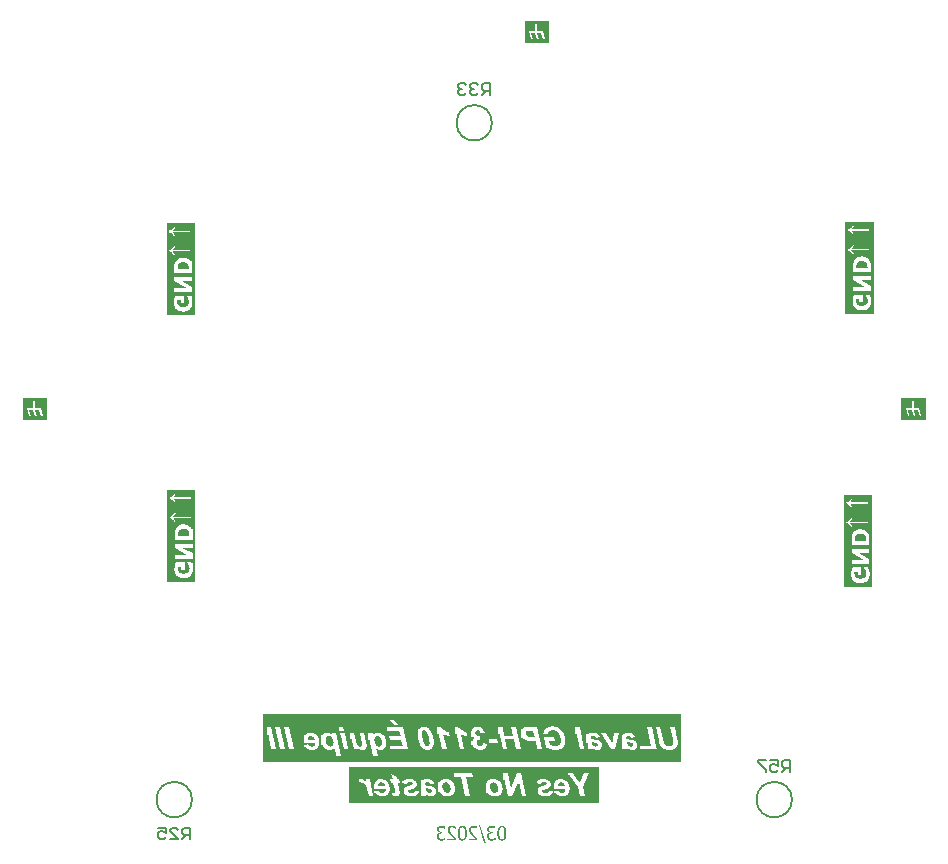
<source format=gbo>
%TF.GenerationSoftware,Altium Limited,Altium Designer,23.3.1 (30)*%
G04 Layer_Color=39423*
%FSLAX25Y25*%
%MOIN*%
%TF.SameCoordinates,A648DCE1-0FA2-4CCB-ABDB-414D2F473EA8*%
%TF.FilePolarity,Positive*%
%TF.FileFunction,Legend,Bot*%
%TF.Part,Single*%
G01*
G75*
%TA.AperFunction,NonConductor*%
%ADD17C,0.00591*%
%ADD20C,0.00630*%
G36*
X150541Y16929D02*
X142372D01*
Y24508D01*
X150541D01*
Y16929D01*
D02*
G37*
G36*
X133169Y52362D02*
X123721D01*
Y83071D01*
X133169D01*
Y52362D01*
D02*
G37*
G36*
X-92913Y-36909D02*
X-102362D01*
Y-6201D01*
X-92913D01*
Y-36909D01*
D02*
G37*
G36*
X132677Y-38583D02*
X123228D01*
Y-7874D01*
X132677D01*
Y-38583D01*
D02*
G37*
G36*
X-142372Y16929D02*
X-150541D01*
Y24508D01*
X-142372D01*
Y16929D01*
D02*
G37*
G36*
X24951Y142618D02*
X16781D01*
Y150197D01*
X24951D01*
Y142618D01*
D02*
G37*
G36*
X68996Y-97047D02*
X-70276D01*
Y-80761D01*
X68996D01*
Y-97047D01*
D02*
G37*
G36*
X-93110Y51968D02*
X-102559D01*
Y82677D01*
X-93110D01*
Y51968D01*
D02*
G37*
G36*
X41535Y-110531D02*
X-41634D01*
Y-98430D01*
X41535D01*
Y-110531D01*
D02*
G37*
G36*
X5883Y-118183D02*
X6007Y-118191D01*
X6116Y-118205D01*
X6226Y-118220D01*
X6313Y-118242D01*
X6386Y-118256D01*
X6430Y-118264D01*
X6437Y-118271D01*
X6444D01*
X6568Y-118307D01*
X6678Y-118336D01*
X6772Y-118373D01*
X6853Y-118402D01*
X6918Y-118431D01*
X6962Y-118453D01*
X6991Y-118468D01*
X6998Y-118475D01*
Y-119138D01*
X6962D01*
X6896Y-119095D01*
X6831Y-119051D01*
X6780Y-119022D01*
X6772Y-119015D01*
X6765D01*
X6670Y-118963D01*
X6583Y-118920D01*
X6546Y-118898D01*
X6517Y-118891D01*
X6503Y-118876D01*
X6495D01*
X6371Y-118832D01*
X6313Y-118810D01*
X6262Y-118796D01*
X6218Y-118781D01*
X6189Y-118774D01*
X6167Y-118767D01*
X6160D01*
X6029Y-118737D01*
X5978Y-118730D01*
X5919D01*
X5883Y-118723D01*
X5817D01*
X5701Y-118730D01*
X5642Y-118737D01*
X5599D01*
X5562Y-118745D01*
X5526Y-118752D01*
X5511Y-118759D01*
X5504D01*
X5402Y-118789D01*
X5314Y-118825D01*
X5285Y-118847D01*
X5263Y-118861D01*
X5249Y-118869D01*
X5241Y-118876D01*
X5169Y-118942D01*
X5110Y-119007D01*
X5088Y-119036D01*
X5074Y-119058D01*
X5059Y-119073D01*
Y-119080D01*
X5015Y-119182D01*
X4994Y-119284D01*
X4986Y-119328D01*
Y-119364D01*
Y-119386D01*
Y-119394D01*
X5001Y-119532D01*
X5030Y-119649D01*
X5074Y-119751D01*
X5117Y-119831D01*
X5169Y-119897D01*
X5212Y-119948D01*
X5241Y-119977D01*
X5256Y-119984D01*
X5365Y-120050D01*
X5482Y-120101D01*
X5599Y-120137D01*
X5708Y-120159D01*
X5803Y-120174D01*
X5883Y-120188D01*
X6160D01*
Y-120713D01*
X5890D01*
X5737Y-120720D01*
X5672Y-120728D01*
X5613Y-120735D01*
X5562Y-120742D01*
X5526Y-120749D01*
X5504Y-120757D01*
X5497D01*
X5373Y-120793D01*
X5314Y-120815D01*
X5271Y-120837D01*
X5227Y-120859D01*
X5198Y-120873D01*
X5183Y-120881D01*
X5176Y-120888D01*
X5088Y-120968D01*
X5023Y-121056D01*
X5001Y-121092D01*
X4986Y-121121D01*
X4972Y-121143D01*
Y-121151D01*
X4942Y-121216D01*
X4928Y-121289D01*
X4913Y-121355D01*
X4899Y-121428D01*
Y-121486D01*
X4891Y-121529D01*
Y-121559D01*
Y-121573D01*
Y-121668D01*
X4906Y-121756D01*
X4913Y-121828D01*
X4928Y-121887D01*
X4942Y-121938D01*
X4950Y-121982D01*
X4964Y-122003D01*
Y-122011D01*
X5023Y-122127D01*
X5052Y-122178D01*
X5081Y-122229D01*
X5110Y-122266D01*
X5132Y-122295D01*
X5147Y-122310D01*
X5154Y-122317D01*
X5263Y-122404D01*
X5365Y-122470D01*
X5409Y-122492D01*
X5446Y-122506D01*
X5475Y-122521D01*
X5482D01*
X5628Y-122557D01*
X5693Y-122565D01*
X5752Y-122572D01*
X5803Y-122579D01*
X5876D01*
X6000Y-122572D01*
X6123Y-122557D01*
X6240Y-122536D01*
X6342Y-122514D01*
X6430Y-122492D01*
X6495Y-122470D01*
X6539Y-122455D01*
X6546Y-122448D01*
X6554D01*
X6670Y-122397D01*
X6780Y-122346D01*
X6867Y-122302D01*
X6947Y-122258D01*
X7006Y-122222D01*
X7049Y-122193D01*
X7079Y-122171D01*
X7086Y-122164D01*
X7130D01*
Y-122834D01*
X7035Y-122878D01*
X6940Y-122922D01*
X6845Y-122951D01*
X6750Y-122980D01*
X6670Y-123009D01*
X6605Y-123024D01*
X6561Y-123031D01*
X6554Y-123039D01*
X6546D01*
X6415Y-123068D01*
X6284Y-123090D01*
X6160Y-123104D01*
X6058Y-123111D01*
X5963Y-123119D01*
X5890Y-123126D01*
X5832D01*
X5693Y-123119D01*
X5570Y-123111D01*
X5460Y-123090D01*
X5358Y-123068D01*
X5278Y-123053D01*
X5220Y-123031D01*
X5183Y-123024D01*
X5169Y-123017D01*
X5066Y-122973D01*
X4964Y-122922D01*
X4884Y-122864D01*
X4804Y-122813D01*
X4746Y-122761D01*
X4702Y-122725D01*
X4673Y-122696D01*
X4665Y-122689D01*
X4593Y-122608D01*
X4534Y-122528D01*
X4483Y-122448D01*
X4439Y-122375D01*
X4403Y-122310D01*
X4381Y-122258D01*
X4367Y-122229D01*
X4359Y-122215D01*
X4323Y-122113D01*
X4294Y-122011D01*
X4272Y-121909D01*
X4257Y-121821D01*
X4250Y-121741D01*
X4243Y-121675D01*
Y-121639D01*
Y-121624D01*
X4250Y-121515D01*
X4257Y-121413D01*
X4272Y-121318D01*
X4286Y-121245D01*
X4308Y-121180D01*
X4323Y-121136D01*
X4330Y-121107D01*
X4338Y-121099D01*
X4374Y-121019D01*
X4418Y-120954D01*
X4454Y-120888D01*
X4491Y-120837D01*
X4527Y-120800D01*
X4556Y-120764D01*
X4571Y-120749D01*
X4578Y-120742D01*
X4687Y-120655D01*
X4789Y-120589D01*
X4833Y-120567D01*
X4870Y-120553D01*
X4891Y-120538D01*
X4899D01*
X5023Y-120494D01*
X5074Y-120473D01*
X5125Y-120458D01*
X5161Y-120451D01*
X5190Y-120443D01*
X5212Y-120436D01*
X5220D01*
Y-120392D01*
X5088Y-120356D01*
X4972Y-120298D01*
X4862Y-120239D01*
X4775Y-120174D01*
X4702Y-120115D01*
X4644Y-120064D01*
X4614Y-120035D01*
X4600Y-120020D01*
X4512Y-119904D01*
X4447Y-119787D01*
X4403Y-119671D01*
X4367Y-119561D01*
X4352Y-119466D01*
X4345Y-119394D01*
X4338Y-119364D01*
Y-119343D01*
Y-119335D01*
Y-119328D01*
X4345Y-119219D01*
X4352Y-119124D01*
X4374Y-119036D01*
X4389Y-118963D01*
X4410Y-118905D01*
X4432Y-118854D01*
X4439Y-118825D01*
X4447Y-118818D01*
X4491Y-118737D01*
X4542Y-118665D01*
X4593Y-118606D01*
X4651Y-118548D01*
X4695Y-118504D01*
X4731Y-118475D01*
X4760Y-118453D01*
X4768Y-118446D01*
X4913Y-118358D01*
X4986Y-118322D01*
X5052Y-118293D01*
X5110Y-118271D01*
X5154Y-118256D01*
X5183Y-118242D01*
X5198D01*
X5293Y-118220D01*
X5387Y-118205D01*
X5482Y-118191D01*
X5570Y-118183D01*
X5642Y-118176D01*
X5759D01*
X5883Y-118183D01*
D02*
G37*
G36*
X-168D02*
X-51Y-118191D01*
X65Y-118205D01*
X168Y-118220D01*
X255Y-118242D01*
X321Y-118256D01*
X364Y-118264D01*
X372Y-118271D01*
X379D01*
X503Y-118307D01*
X612Y-118344D01*
X707Y-118373D01*
X780Y-118402D01*
X846Y-118431D01*
X889Y-118453D01*
X918Y-118460D01*
X926Y-118468D01*
Y-119138D01*
X897D01*
X831Y-119095D01*
X765Y-119058D01*
X736Y-119044D01*
X714Y-119029D01*
X700Y-119015D01*
X692D01*
X598Y-118956D01*
X518Y-118912D01*
X488Y-118898D01*
X459Y-118883D01*
X445Y-118876D01*
X437D01*
X313Y-118832D01*
X262Y-118810D01*
X211Y-118796D01*
X168Y-118781D01*
X131Y-118774D01*
X109Y-118767D01*
X102D01*
X-29Y-118737D01*
X-80Y-118730D01*
X-139D01*
X-175Y-118723D01*
X-241D01*
X-365Y-118730D01*
X-423Y-118737D01*
X-467Y-118745D01*
X-503Y-118759D01*
X-540Y-118767D01*
X-554Y-118774D01*
X-561D01*
X-663Y-118818D01*
X-751Y-118869D01*
X-780Y-118883D01*
X-802Y-118905D01*
X-817Y-118912D01*
X-824Y-118920D01*
X-897Y-119000D01*
X-948Y-119080D01*
X-962Y-119116D01*
X-977Y-119138D01*
X-991Y-119160D01*
Y-119168D01*
X-1028Y-119284D01*
X-1050Y-119401D01*
X-1057Y-119445D01*
Y-119481D01*
Y-119510D01*
Y-119518D01*
X-1050Y-119656D01*
X-1028Y-119794D01*
X-991Y-119918D01*
X-955Y-120028D01*
X-919Y-120123D01*
X-882Y-120195D01*
X-875Y-120225D01*
X-860Y-120247D01*
X-853Y-120254D01*
Y-120261D01*
X-809Y-120334D01*
X-765Y-120407D01*
X-656Y-120560D01*
X-532Y-120720D01*
X-408Y-120873D01*
X-299Y-121005D01*
X-248Y-121063D01*
X-204Y-121114D01*
X-168Y-121158D01*
X-139Y-121187D01*
X-124Y-121209D01*
X-117Y-121216D01*
X-15Y-121325D01*
X80Y-121428D01*
X175Y-121522D01*
X262Y-121610D01*
X335Y-121683D01*
X386Y-121734D01*
X423Y-121770D01*
X437Y-121785D01*
X649Y-121989D01*
X744Y-122091D01*
X838Y-122178D01*
X911Y-122251D01*
X977Y-122310D01*
X1013Y-122346D01*
X1020Y-122353D01*
X1028Y-122361D01*
Y-123024D01*
X-1903D01*
Y-122477D01*
X437D01*
X350Y-122397D01*
X255Y-122310D01*
X153Y-122215D01*
X58Y-122127D01*
X-22Y-122054D01*
X-95Y-121989D01*
X-139Y-121945D01*
X-146Y-121938D01*
X-153Y-121931D01*
X-292Y-121799D01*
X-416Y-121675D01*
X-532Y-121559D01*
X-627Y-121457D01*
X-707Y-121369D01*
X-773Y-121311D01*
X-809Y-121267D01*
X-824Y-121253D01*
X-955Y-121107D01*
X-1013Y-121041D01*
X-1064Y-120975D01*
X-1108Y-120924D01*
X-1145Y-120888D01*
X-1166Y-120859D01*
X-1174Y-120852D01*
X-1290Y-120698D01*
X-1334Y-120633D01*
X-1378Y-120567D01*
X-1414Y-120516D01*
X-1436Y-120473D01*
X-1451Y-120443D01*
X-1458Y-120436D01*
X-1538Y-120283D01*
X-1567Y-120210D01*
X-1597Y-120144D01*
X-1611Y-120093D01*
X-1626Y-120042D01*
X-1640Y-120013D01*
Y-120006D01*
X-1677Y-119824D01*
X-1691Y-119736D01*
X-1699Y-119656D01*
X-1706Y-119590D01*
Y-119532D01*
Y-119503D01*
Y-119488D01*
X-1699Y-119379D01*
X-1691Y-119277D01*
X-1648Y-119080D01*
X-1589Y-118920D01*
X-1516Y-118781D01*
X-1480Y-118723D01*
X-1443Y-118679D01*
X-1414Y-118635D01*
X-1385Y-118599D01*
X-1363Y-118570D01*
X-1342Y-118548D01*
X-1334Y-118541D01*
X-1327Y-118533D01*
X-1254Y-118468D01*
X-1174Y-118417D01*
X-1094Y-118366D01*
X-1006Y-118329D01*
X-831Y-118264D01*
X-663Y-118220D01*
X-518Y-118198D01*
X-452Y-118183D01*
X-394D01*
X-350Y-118176D01*
X-284D01*
X-168Y-118183D01*
D02*
G37*
G36*
X-7297D02*
X-7181Y-118191D01*
X-7064Y-118205D01*
X-6962Y-118220D01*
X-6875Y-118242D01*
X-6809Y-118256D01*
X-6765Y-118264D01*
X-6758Y-118271D01*
X-6751D01*
X-6627Y-118307D01*
X-6517Y-118344D01*
X-6423Y-118373D01*
X-6350Y-118402D01*
X-6284Y-118431D01*
X-6240Y-118453D01*
X-6211Y-118460D01*
X-6204Y-118468D01*
Y-119138D01*
X-6233D01*
X-6299Y-119095D01*
X-6364Y-119058D01*
X-6393Y-119044D01*
X-6415Y-119029D01*
X-6430Y-119015D01*
X-6437D01*
X-6532Y-118956D01*
X-6612Y-118912D01*
X-6641Y-118898D01*
X-6670Y-118883D01*
X-6685Y-118876D01*
X-6692D01*
X-6816Y-118832D01*
X-6867Y-118810D01*
X-6918Y-118796D01*
X-6962Y-118781D01*
X-6999Y-118774D01*
X-7020Y-118767D01*
X-7028D01*
X-7159Y-118737D01*
X-7210Y-118730D01*
X-7268D01*
X-7305Y-118723D01*
X-7370D01*
X-7494Y-118730D01*
X-7553Y-118737D01*
X-7596Y-118745D01*
X-7633Y-118759D01*
X-7669Y-118767D01*
X-7684Y-118774D01*
X-7691D01*
X-7793Y-118818D01*
X-7881Y-118869D01*
X-7910Y-118883D01*
X-7932Y-118905D01*
X-7946Y-118912D01*
X-7954Y-118920D01*
X-8026Y-119000D01*
X-8077Y-119080D01*
X-8092Y-119116D01*
X-8107Y-119138D01*
X-8121Y-119160D01*
Y-119168D01*
X-8158Y-119284D01*
X-8179Y-119401D01*
X-8187Y-119445D01*
Y-119481D01*
Y-119510D01*
Y-119518D01*
X-8179Y-119656D01*
X-8158Y-119794D01*
X-8121Y-119918D01*
X-8085Y-120028D01*
X-8048Y-120123D01*
X-8012Y-120195D01*
X-8004Y-120225D01*
X-7990Y-120247D01*
X-7983Y-120254D01*
Y-120261D01*
X-7939Y-120334D01*
X-7895Y-120407D01*
X-7786Y-120560D01*
X-7662Y-120720D01*
X-7538Y-120873D01*
X-7429Y-121005D01*
X-7378Y-121063D01*
X-7334Y-121114D01*
X-7297Y-121158D01*
X-7268Y-121187D01*
X-7254Y-121209D01*
X-7246Y-121216D01*
X-7144Y-121325D01*
X-7050Y-121428D01*
X-6955Y-121522D01*
X-6867Y-121610D01*
X-6794Y-121683D01*
X-6743Y-121734D01*
X-6707Y-121770D01*
X-6692Y-121785D01*
X-6481Y-121989D01*
X-6386Y-122091D01*
X-6291Y-122178D01*
X-6219Y-122251D01*
X-6153Y-122310D01*
X-6116Y-122346D01*
X-6109Y-122353D01*
X-6102Y-122361D01*
Y-123024D01*
X-9032D01*
Y-122477D01*
X-6692D01*
X-6780Y-122397D01*
X-6875Y-122310D01*
X-6977Y-122215D01*
X-7071Y-122127D01*
X-7152Y-122054D01*
X-7225Y-121989D01*
X-7268Y-121945D01*
X-7276Y-121938D01*
X-7283Y-121931D01*
X-7421Y-121799D01*
X-7545Y-121675D01*
X-7662Y-121559D01*
X-7757Y-121457D01*
X-7837Y-121369D01*
X-7903Y-121311D01*
X-7939Y-121267D01*
X-7954Y-121253D01*
X-8085Y-121107D01*
X-8143Y-121041D01*
X-8194Y-120975D01*
X-8238Y-120924D01*
X-8274Y-120888D01*
X-8296Y-120859D01*
X-8303Y-120852D01*
X-8420Y-120698D01*
X-8464Y-120633D01*
X-8507Y-120567D01*
X-8544Y-120516D01*
X-8566Y-120473D01*
X-8580Y-120443D01*
X-8588Y-120436D01*
X-8668Y-120283D01*
X-8697Y-120210D01*
X-8726Y-120144D01*
X-8741Y-120093D01*
X-8755Y-120042D01*
X-8770Y-120013D01*
Y-120006D01*
X-8806Y-119824D01*
X-8821Y-119736D01*
X-8828Y-119656D01*
X-8836Y-119590D01*
Y-119532D01*
Y-119503D01*
Y-119488D01*
X-8828Y-119379D01*
X-8821Y-119277D01*
X-8777Y-119080D01*
X-8719Y-118920D01*
X-8646Y-118781D01*
X-8610Y-118723D01*
X-8573Y-118679D01*
X-8544Y-118635D01*
X-8515Y-118599D01*
X-8493Y-118570D01*
X-8471Y-118548D01*
X-8464Y-118541D01*
X-8456Y-118533D01*
X-8384Y-118468D01*
X-8303Y-118417D01*
X-8223Y-118366D01*
X-8136Y-118329D01*
X-7961Y-118264D01*
X-7793Y-118220D01*
X-7647Y-118198D01*
X-7582Y-118183D01*
X-7523D01*
X-7480Y-118176D01*
X-7414D01*
X-7297Y-118183D01*
D02*
G37*
G36*
X-10870D02*
X-10746Y-118191D01*
X-10636Y-118205D01*
X-10527Y-118220D01*
X-10439Y-118242D01*
X-10367Y-118256D01*
X-10323Y-118264D01*
X-10315Y-118271D01*
X-10308D01*
X-10184Y-118307D01*
X-10075Y-118336D01*
X-9980Y-118373D01*
X-9900Y-118402D01*
X-9834Y-118431D01*
X-9791Y-118453D01*
X-9761Y-118468D01*
X-9754Y-118475D01*
Y-119138D01*
X-9791D01*
X-9856Y-119095D01*
X-9922Y-119051D01*
X-9973Y-119022D01*
X-9980Y-119015D01*
X-9987D01*
X-10082Y-118963D01*
X-10170Y-118920D01*
X-10206Y-118898D01*
X-10235Y-118891D01*
X-10250Y-118876D01*
X-10257D01*
X-10381Y-118832D01*
X-10439Y-118810D01*
X-10490Y-118796D01*
X-10534Y-118781D01*
X-10563Y-118774D01*
X-10585Y-118767D01*
X-10593D01*
X-10724Y-118737D01*
X-10775Y-118730D01*
X-10833D01*
X-10870Y-118723D01*
X-10935D01*
X-11052Y-118730D01*
X-11110Y-118737D01*
X-11154D01*
X-11190Y-118745D01*
X-11227Y-118752D01*
X-11241Y-118759D01*
X-11249D01*
X-11351Y-118789D01*
X-11438Y-118825D01*
X-11467Y-118847D01*
X-11489Y-118861D01*
X-11504Y-118869D01*
X-11511Y-118876D01*
X-11584Y-118942D01*
X-11642Y-119007D01*
X-11664Y-119036D01*
X-11679Y-119058D01*
X-11693Y-119073D01*
Y-119080D01*
X-11737Y-119182D01*
X-11759Y-119284D01*
X-11766Y-119328D01*
Y-119364D01*
Y-119386D01*
Y-119394D01*
X-11752Y-119532D01*
X-11722Y-119649D01*
X-11679Y-119751D01*
X-11635Y-119831D01*
X-11584Y-119897D01*
X-11540Y-119948D01*
X-11511Y-119977D01*
X-11496Y-119984D01*
X-11387Y-120050D01*
X-11270Y-120101D01*
X-11154Y-120137D01*
X-11044Y-120159D01*
X-10950Y-120174D01*
X-10870Y-120188D01*
X-10593D01*
Y-120713D01*
X-10862D01*
X-11015Y-120720D01*
X-11081Y-120728D01*
X-11139Y-120735D01*
X-11190Y-120742D01*
X-11227Y-120749D01*
X-11249Y-120757D01*
X-11256D01*
X-11380Y-120793D01*
X-11438Y-120815D01*
X-11482Y-120837D01*
X-11526Y-120859D01*
X-11555Y-120873D01*
X-11569Y-120881D01*
X-11577Y-120888D01*
X-11664Y-120968D01*
X-11730Y-121056D01*
X-11752Y-121092D01*
X-11766Y-121121D01*
X-11781Y-121143D01*
Y-121151D01*
X-11810Y-121216D01*
X-11824Y-121289D01*
X-11839Y-121355D01*
X-11854Y-121428D01*
Y-121486D01*
X-11861Y-121529D01*
Y-121559D01*
Y-121573D01*
Y-121668D01*
X-11846Y-121756D01*
X-11839Y-121828D01*
X-11824Y-121887D01*
X-11810Y-121938D01*
X-11803Y-121982D01*
X-11788Y-122003D01*
Y-122011D01*
X-11730Y-122127D01*
X-11700Y-122178D01*
X-11671Y-122229D01*
X-11642Y-122266D01*
X-11620Y-122295D01*
X-11606Y-122310D01*
X-11598Y-122317D01*
X-11489Y-122404D01*
X-11387Y-122470D01*
X-11343Y-122492D01*
X-11307Y-122506D01*
X-11278Y-122521D01*
X-11270D01*
X-11125Y-122557D01*
X-11059Y-122565D01*
X-11001Y-122572D01*
X-10950Y-122579D01*
X-10877D01*
X-10753Y-122572D01*
X-10629Y-122557D01*
X-10512Y-122536D01*
X-10410Y-122514D01*
X-10323Y-122492D01*
X-10257Y-122470D01*
X-10213Y-122455D01*
X-10206Y-122448D01*
X-10199D01*
X-10082Y-122397D01*
X-9973Y-122346D01*
X-9885Y-122302D01*
X-9805Y-122258D01*
X-9747Y-122222D01*
X-9703Y-122193D01*
X-9674Y-122171D01*
X-9667Y-122164D01*
X-9623D01*
Y-122834D01*
X-9718Y-122878D01*
X-9812Y-122922D01*
X-9907Y-122951D01*
X-10002Y-122980D01*
X-10082Y-123009D01*
X-10148Y-123024D01*
X-10192Y-123031D01*
X-10199Y-123039D01*
X-10206D01*
X-10337Y-123068D01*
X-10469Y-123090D01*
X-10593Y-123104D01*
X-10695Y-123111D01*
X-10789Y-123119D01*
X-10862Y-123126D01*
X-10921D01*
X-11059Y-123119D01*
X-11183Y-123111D01*
X-11292Y-123090D01*
X-11394Y-123068D01*
X-11475Y-123053D01*
X-11533Y-123031D01*
X-11569Y-123024D01*
X-11584Y-123017D01*
X-11686Y-122973D01*
X-11788Y-122922D01*
X-11868Y-122864D01*
X-11948Y-122813D01*
X-12007Y-122761D01*
X-12050Y-122725D01*
X-12080Y-122696D01*
X-12087Y-122689D01*
X-12160Y-122608D01*
X-12218Y-122528D01*
X-12269Y-122448D01*
X-12313Y-122375D01*
X-12349Y-122310D01*
X-12371Y-122258D01*
X-12386Y-122229D01*
X-12393Y-122215D01*
X-12430Y-122113D01*
X-12459Y-122011D01*
X-12481Y-121909D01*
X-12495Y-121821D01*
X-12502Y-121741D01*
X-12510Y-121675D01*
Y-121639D01*
Y-121624D01*
X-12502Y-121515D01*
X-12495Y-121413D01*
X-12481Y-121318D01*
X-12466Y-121245D01*
X-12444Y-121180D01*
X-12430Y-121136D01*
X-12422Y-121107D01*
X-12415Y-121099D01*
X-12378Y-121019D01*
X-12335Y-120954D01*
X-12298Y-120888D01*
X-12262Y-120837D01*
X-12225Y-120800D01*
X-12196Y-120764D01*
X-12182Y-120749D01*
X-12174Y-120742D01*
X-12065Y-120655D01*
X-11963Y-120589D01*
X-11919Y-120567D01*
X-11883Y-120553D01*
X-11861Y-120538D01*
X-11854D01*
X-11730Y-120494D01*
X-11679Y-120473D01*
X-11628Y-120458D01*
X-11591Y-120451D01*
X-11562Y-120443D01*
X-11540Y-120436D01*
X-11533D01*
Y-120392D01*
X-11664Y-120356D01*
X-11781Y-120298D01*
X-11890Y-120239D01*
X-11978Y-120174D01*
X-12050Y-120115D01*
X-12109Y-120064D01*
X-12138Y-120035D01*
X-12152Y-120020D01*
X-12240Y-119904D01*
X-12306Y-119787D01*
X-12349Y-119671D01*
X-12386Y-119561D01*
X-12400Y-119466D01*
X-12408Y-119394D01*
X-12415Y-119364D01*
Y-119343D01*
Y-119335D01*
Y-119328D01*
X-12408Y-119219D01*
X-12400Y-119124D01*
X-12378Y-119036D01*
X-12364Y-118963D01*
X-12342Y-118905D01*
X-12320Y-118854D01*
X-12313Y-118825D01*
X-12306Y-118818D01*
X-12262Y-118737D01*
X-12211Y-118665D01*
X-12160Y-118606D01*
X-12101Y-118548D01*
X-12058Y-118504D01*
X-12021Y-118475D01*
X-11992Y-118453D01*
X-11985Y-118446D01*
X-11839Y-118358D01*
X-11766Y-118322D01*
X-11700Y-118293D01*
X-11642Y-118271D01*
X-11598Y-118256D01*
X-11569Y-118242D01*
X-11555D01*
X-11460Y-118220D01*
X-11365Y-118205D01*
X-11270Y-118191D01*
X-11183Y-118183D01*
X-11110Y-118176D01*
X-10993D01*
X-10870Y-118183D01*
D02*
G37*
G36*
X9360D02*
X9492Y-118198D01*
X9615Y-118234D01*
X9732Y-118271D01*
X9834Y-118315D01*
X9929Y-118366D01*
X10016Y-118417D01*
X10089Y-118475D01*
X10155Y-118533D01*
X10213Y-118584D01*
X10264Y-118635D01*
X10301Y-118679D01*
X10337Y-118716D01*
X10359Y-118745D01*
X10366Y-118767D01*
X10374Y-118774D01*
X10439Y-118891D01*
X10490Y-119029D01*
X10541Y-119168D01*
X10585Y-119321D01*
X10651Y-119634D01*
X10694Y-119940D01*
X10709Y-120086D01*
X10716Y-120217D01*
X10723Y-120341D01*
X10731Y-120443D01*
X10738Y-120531D01*
Y-120596D01*
Y-120640D01*
Y-120647D01*
Y-120655D01*
X10731Y-120881D01*
X10723Y-121092D01*
X10702Y-121289D01*
X10680Y-121478D01*
X10651Y-121646D01*
X10621Y-121799D01*
X10592Y-121938D01*
X10556Y-122054D01*
X10519Y-122164D01*
X10490Y-122258D01*
X10461Y-122339D01*
X10432Y-122404D01*
X10410Y-122455D01*
X10388Y-122492D01*
X10381Y-122514D01*
X10374Y-122521D01*
X10301Y-122630D01*
X10221Y-122718D01*
X10133Y-122798D01*
X10038Y-122871D01*
X9944Y-122929D01*
X9849Y-122980D01*
X9754Y-123017D01*
X9659Y-123053D01*
X9572Y-123075D01*
X9492Y-123097D01*
X9419Y-123104D01*
X9353Y-123119D01*
X9295D01*
X9258Y-123126D01*
X9222D01*
X9083Y-123119D01*
X8952Y-123097D01*
X8828Y-123068D01*
X8719Y-123031D01*
X8617Y-122987D01*
X8522Y-122936D01*
X8434Y-122886D01*
X8361Y-122827D01*
X8296Y-122769D01*
X8238Y-122718D01*
X8187Y-122667D01*
X8150Y-122623D01*
X8114Y-122587D01*
X8092Y-122550D01*
X8084Y-122536D01*
X8077Y-122528D01*
X8012Y-122412D01*
X7953Y-122273D01*
X7902Y-122135D01*
X7858Y-121982D01*
X7793Y-121675D01*
X7749Y-121369D01*
X7735Y-121223D01*
X7727Y-121092D01*
X7720Y-120968D01*
X7713Y-120866D01*
X7705Y-120779D01*
Y-120713D01*
Y-120669D01*
Y-120655D01*
X7713Y-120429D01*
X7720Y-120217D01*
X7742Y-120020D01*
X7764Y-119838D01*
X7793Y-119671D01*
X7822Y-119525D01*
X7858Y-119386D01*
X7888Y-119262D01*
X7924Y-119153D01*
X7961Y-119058D01*
X7990Y-118978D01*
X8019Y-118912D01*
X8041Y-118861D01*
X8063Y-118825D01*
X8070Y-118803D01*
X8077Y-118796D01*
X8150Y-118686D01*
X8230Y-118592D01*
X8318Y-118511D01*
X8413Y-118439D01*
X8507Y-118380D01*
X8602Y-118329D01*
X8697Y-118286D01*
X8784Y-118256D01*
X8872Y-118227D01*
X8952Y-118205D01*
X9032Y-118198D01*
X9091Y-118183D01*
X9149D01*
X9185Y-118176D01*
X9222D01*
X9360Y-118183D01*
D02*
G37*
G36*
X-3827D02*
X-3696Y-118198D01*
X-3572Y-118234D01*
X-3456Y-118271D01*
X-3353Y-118315D01*
X-3259Y-118366D01*
X-3171Y-118417D01*
X-3098Y-118475D01*
X-3033Y-118533D01*
X-2974Y-118584D01*
X-2923Y-118635D01*
X-2887Y-118679D01*
X-2850Y-118716D01*
X-2829Y-118745D01*
X-2821Y-118767D01*
X-2814Y-118774D01*
X-2748Y-118891D01*
X-2697Y-119029D01*
X-2646Y-119168D01*
X-2603Y-119321D01*
X-2537Y-119634D01*
X-2493Y-119940D01*
X-2479Y-120086D01*
X-2471Y-120217D01*
X-2464Y-120341D01*
X-2457Y-120443D01*
X-2450Y-120531D01*
Y-120596D01*
Y-120640D01*
Y-120647D01*
Y-120655D01*
X-2457Y-120881D01*
X-2464Y-121092D01*
X-2486Y-121289D01*
X-2508Y-121478D01*
X-2537Y-121646D01*
X-2566Y-121799D01*
X-2595Y-121938D01*
X-2632Y-122054D01*
X-2668Y-122164D01*
X-2697Y-122258D01*
X-2726Y-122339D01*
X-2756Y-122404D01*
X-2778Y-122455D01*
X-2799Y-122492D01*
X-2807Y-122514D01*
X-2814Y-122521D01*
X-2887Y-122630D01*
X-2967Y-122718D01*
X-3055Y-122798D01*
X-3149Y-122871D01*
X-3244Y-122929D01*
X-3339Y-122980D01*
X-3434Y-123017D01*
X-3528Y-123053D01*
X-3616Y-123075D01*
X-3696Y-123097D01*
X-3769Y-123104D01*
X-3835Y-123119D01*
X-3893D01*
X-3929Y-123126D01*
X-3966D01*
X-4104Y-123119D01*
X-4236Y-123097D01*
X-4360Y-123068D01*
X-4469Y-123031D01*
X-4571Y-122987D01*
X-4666Y-122936D01*
X-4753Y-122886D01*
X-4826Y-122827D01*
X-4892Y-122769D01*
X-4950Y-122718D01*
X-5001Y-122667D01*
X-5037Y-122623D01*
X-5074Y-122587D01*
X-5096Y-122550D01*
X-5103Y-122536D01*
X-5110Y-122528D01*
X-5176Y-122412D01*
X-5234Y-122273D01*
X-5285Y-122135D01*
X-5329Y-121982D01*
X-5395Y-121675D01*
X-5438Y-121369D01*
X-5453Y-121223D01*
X-5460Y-121092D01*
X-5468Y-120968D01*
X-5475Y-120866D01*
X-5482Y-120779D01*
Y-120713D01*
Y-120669D01*
Y-120655D01*
X-5475Y-120429D01*
X-5468Y-120217D01*
X-5446Y-120020D01*
X-5424Y-119838D01*
X-5395Y-119671D01*
X-5365Y-119525D01*
X-5329Y-119386D01*
X-5300Y-119262D01*
X-5263Y-119153D01*
X-5227Y-119058D01*
X-5198Y-118978D01*
X-5169Y-118912D01*
X-5147Y-118861D01*
X-5125Y-118825D01*
X-5118Y-118803D01*
X-5110Y-118796D01*
X-5037Y-118686D01*
X-4957Y-118592D01*
X-4870Y-118511D01*
X-4775Y-118439D01*
X-4680Y-118380D01*
X-4586Y-118329D01*
X-4491Y-118286D01*
X-4403Y-118256D01*
X-4316Y-118227D01*
X-4236Y-118205D01*
X-4155Y-118198D01*
X-4097Y-118183D01*
X-4039D01*
X-4002Y-118176D01*
X-3966D01*
X-3827Y-118183D01*
D02*
G37*
G36*
X3944Y-124059D02*
X3412D01*
X1545Y-118067D01*
X2092D01*
X3944Y-124059D01*
D02*
G37*
%LPC*%
G36*
X146515Y23352D02*
X145968D01*
Y21055D01*
X143869D01*
X144525Y18518D01*
X145072D01*
X144539Y20516D01*
X145975D01*
X146508Y18518D01*
X147062D01*
X146522Y20516D01*
X147966D01*
X148498Y18518D01*
X149045D01*
X148389Y21055D01*
X146515D01*
Y23352D01*
D02*
G37*
G36*
X131606Y81823D02*
X126523D01*
D01*
X131606D01*
D02*
G37*
G36*
X126523D02*
X126231D01*
X126222Y81814D01*
X126213Y81796D01*
X126186Y81769D01*
X126149Y81732D01*
X126049Y81623D01*
X125931Y81495D01*
X125785Y81359D01*
X125639Y81213D01*
X125493Y81076D01*
X125347Y80949D01*
X125329Y80940D01*
X125284Y80903D01*
X125211Y80849D01*
X125111Y80776D01*
X124992Y80703D01*
X124865Y80621D01*
X124719Y80539D01*
X124573Y80466D01*
Y81823D01*
Y78954D01*
D01*
Y80284D01*
X124591Y80275D01*
X124637Y80256D01*
X124701Y80220D01*
X124792Y80174D01*
X124910Y80111D01*
X125029Y80038D01*
X125165Y79947D01*
X125311Y79837D01*
X125329Y79819D01*
X125384Y79783D01*
X125457Y79710D01*
X125566Y79619D01*
X125703Y79491D01*
X125858Y79336D01*
X126031Y79163D01*
X126222Y78954D01*
X124573D01*
X126523D01*
Y78963D01*
X126514Y78972D01*
X126486Y79027D01*
X126441Y79118D01*
X126386Y79218D01*
X126331Y79318D01*
X126277Y79427D01*
X126213Y79528D01*
X126167Y79610D01*
X126158Y79619D01*
X126140Y79646D01*
X126113Y79692D01*
X126067Y79755D01*
X126013Y79837D01*
X125940Y79928D01*
X125848Y80047D01*
X125748Y80184D01*
X131606D01*
Y80594D01*
X125748D01*
X125757Y80603D01*
X125767Y80612D01*
X125785Y80639D01*
X125821Y80676D01*
X125858Y80721D01*
X125894Y80776D01*
X125949Y80840D01*
X126003Y80912D01*
X126058Y80994D01*
X126122Y81085D01*
X126186Y81186D01*
X126249Y81295D01*
X126386Y81541D01*
X126523Y81823D01*
D02*
G37*
G36*
X131606Y75355D02*
X126523D01*
D01*
X131606D01*
D02*
G37*
G36*
X126523D02*
X126231D01*
X126222Y75346D01*
X126213Y75328D01*
X126186Y75301D01*
X126149Y75264D01*
X126049Y75155D01*
X125931Y75027D01*
X125785Y74891D01*
X125639Y74745D01*
X125493Y74608D01*
X125347Y74481D01*
X125329Y74472D01*
X125284Y74435D01*
X125211Y74380D01*
X125111Y74308D01*
X124992Y74235D01*
X124865Y74153D01*
X124719Y74071D01*
X124573Y73998D01*
Y75355D01*
Y72486D01*
D01*
Y73816D01*
X124591Y73807D01*
X124637Y73788D01*
X124701Y73752D01*
X124792Y73706D01*
X124910Y73643D01*
X125029Y73570D01*
X125165Y73479D01*
X125311Y73369D01*
X125329Y73351D01*
X125384Y73315D01*
X125457Y73242D01*
X125566Y73151D01*
X125703Y73023D01*
X125858Y72868D01*
X126031Y72695D01*
X126222Y72486D01*
X124573D01*
X126523D01*
Y72495D01*
X126514Y72504D01*
X126486Y72558D01*
X126441Y72650D01*
X126386Y72750D01*
X126331Y72850D01*
X126277Y72959D01*
X126213Y73060D01*
X126167Y73142D01*
X126158Y73151D01*
X126140Y73178D01*
X126113Y73224D01*
X126067Y73287D01*
X126013Y73369D01*
X125940Y73460D01*
X125848Y73579D01*
X125748Y73716D01*
X131606D01*
Y74125D01*
X125748D01*
X125757Y74135D01*
X125767Y74144D01*
X125785Y74171D01*
X125821Y74207D01*
X125858Y74253D01*
X125894Y74308D01*
X125949Y74371D01*
X126003Y74444D01*
X126058Y74526D01*
X126122Y74617D01*
X126186Y74718D01*
X126249Y74827D01*
X126386Y75073D01*
X126523Y75355D01*
D02*
G37*
G36*
X129228Y71620D02*
X126277D01*
X129146D01*
X129092Y71611D01*
X129019D01*
X128928Y71602D01*
X128837Y71593D01*
X128736Y71575D01*
X128499Y71529D01*
X128254Y71465D01*
X127998Y71374D01*
X127743Y71256D01*
X127734D01*
X127716Y71238D01*
X127680Y71219D01*
X127634Y71192D01*
X127579Y71156D01*
X127525Y71110D01*
X127379Y71001D01*
X127215Y70873D01*
X127051Y70718D01*
X126887Y70536D01*
X126741Y70336D01*
Y70327D01*
X126732Y70318D01*
X126714Y70290D01*
X126696Y70254D01*
X126641Y70163D01*
X126577Y70035D01*
X126514Y69889D01*
X126450Y69716D01*
X126395Y69525D01*
X126359Y69324D01*
Y69297D01*
X126350Y69270D01*
Y69233D01*
X126340Y69179D01*
X126331Y69124D01*
X126322Y68978D01*
X126304Y68805D01*
X126286Y68614D01*
X126277Y68395D01*
Y66318D01*
X132207D01*
Y68386D01*
X132198Y68541D01*
X132189Y68714D01*
X132171Y68915D01*
X132153Y69115D01*
X132125Y69324D01*
Y69352D01*
X132116Y69379D01*
X132107Y69416D01*
X132098Y69470D01*
X132080Y69525D01*
X132043Y69661D01*
X131998Y69816D01*
X131925Y69990D01*
X131843Y70172D01*
X131734Y70354D01*
Y70363D01*
X131715Y70381D01*
X131697Y70409D01*
X131670Y70454D01*
X131579Y70554D01*
X131469Y70691D01*
X131324Y70837D01*
X131150Y70992D01*
X130950Y71137D01*
X130722Y71274D01*
X130713D01*
X130695Y71292D01*
X130659Y71311D01*
X130613Y71329D01*
X130549Y71356D01*
X130476Y71383D01*
X130394Y71411D01*
X130303Y71447D01*
X130194Y71484D01*
X130085Y71511D01*
X129830Y71566D01*
X129538Y71602D01*
X129228Y71620D01*
D02*
G37*
G36*
X132207Y65116D02*
X126277D01*
Y63685D01*
X130403Y61390D01*
X126277D01*
Y60032D01*
X132207D01*
Y65116D01*
D02*
G37*
G36*
X129529Y58912D02*
X126149D01*
X126605D01*
X126596Y58894D01*
X126577Y58839D01*
X126550Y58757D01*
X126504Y58639D01*
X126459Y58493D01*
X126413Y58320D01*
X126350Y58119D01*
X126295Y57891D01*
Y57882D01*
X126286Y57864D01*
Y57828D01*
X126277Y57782D01*
X126259Y57727D01*
X126249Y57664D01*
X126222Y57509D01*
X126195Y57318D01*
X126177Y57108D01*
X126158Y56889D01*
X126149Y56662D01*
Y56598D01*
X126158Y56525D01*
Y56434D01*
X126177Y56315D01*
X126195Y56179D01*
X126213Y56024D01*
X126249Y55860D01*
X126295Y55687D01*
X126350Y55505D01*
X126413Y55322D01*
X126486Y55140D01*
X126577Y54949D01*
X126687Y54776D01*
X126814Y54603D01*
X126951Y54439D01*
X126960Y54430D01*
X126987Y54402D01*
X127033Y54366D01*
X127097Y54311D01*
X127188Y54247D01*
X127288Y54175D01*
X127406Y54102D01*
X127543Y54029D01*
X127698Y53947D01*
X127862Y53874D01*
X128053Y53801D01*
X128254Y53737D01*
X128481Y53683D01*
X128718Y53646D01*
X128973Y53619D01*
X129237Y53610D01*
X132317D01*
Y56898D01*
X132308Y56971D01*
X132298Y57135D01*
X132280Y57336D01*
X132253Y57536D01*
X132216Y57737D01*
X132171Y57919D01*
Y57928D01*
X132162Y57937D01*
X132153Y57964D01*
X132143Y58001D01*
X132116Y58092D01*
X132071Y58210D01*
X132016Y58356D01*
X131952Y58520D01*
X131879Y58702D01*
X131788Y58884D01*
X130403D01*
Y58739D01*
X130422Y58729D01*
X130440Y58702D01*
X130467Y58666D01*
X130495Y58620D01*
X130531Y58575D01*
X130631Y58438D01*
X130640Y58429D01*
X130659Y58402D01*
X130686Y58365D01*
X130722Y58311D01*
X130804Y58192D01*
X130895Y58046D01*
X130905Y58037D01*
X130914Y58010D01*
X130941Y57955D01*
X130968Y57901D01*
X131005Y57819D01*
X131041Y57727D01*
X131078Y57636D01*
X131114Y57527D01*
Y57518D01*
X131132Y57472D01*
X131141Y57418D01*
X131160Y57345D01*
X131178Y57245D01*
X131187Y57144D01*
X131205Y57026D01*
Y56844D01*
X131196Y56771D01*
X131187Y56680D01*
X131178Y56571D01*
X131150Y56452D01*
X131123Y56324D01*
X131078Y56206D01*
X131069Y56197D01*
X131059Y56151D01*
X131023Y56097D01*
X130987Y56024D01*
X130941Y55933D01*
X130877Y55842D01*
X130804Y55742D01*
X130713Y55650D01*
X130704Y55641D01*
X130668Y55614D01*
X130622Y55568D01*
X130549Y55523D01*
X130458Y55459D01*
X130358Y55404D01*
X130240Y55341D01*
X130103Y55286D01*
X130085Y55277D01*
X130039Y55268D01*
X129966Y55240D01*
X129857Y55222D01*
X129738Y55195D01*
X129593Y55168D01*
X129429Y55158D01*
X129256Y55149D01*
X129247D01*
X129210D01*
X129156D01*
X129083Y55158D01*
X129001Y55168D01*
X128900Y55177D01*
X128791Y55195D01*
X128673Y55213D01*
X128427Y55277D01*
X128299Y55322D01*
X128172Y55368D01*
X128053Y55432D01*
X127935Y55496D01*
X127825Y55577D01*
X127725Y55669D01*
X127716Y55678D01*
X127707Y55696D01*
X127680Y55723D01*
X127652Y55760D01*
X127616Y55814D01*
X127570Y55878D01*
X127525Y55960D01*
X127479Y56042D01*
X127434Y56133D01*
X127388Y56243D01*
X127352Y56361D01*
X127306Y56489D01*
X127279Y56625D01*
X127252Y56771D01*
X127242Y56926D01*
X127233Y57090D01*
Y57409D01*
X127242Y57472D01*
X128408D01*
Y56315D01*
X129529D01*
Y58912D01*
D02*
G37*
%LPD*%
G36*
X129392Y70072D02*
X129456D01*
X129593Y70053D01*
X129748Y70026D01*
X129921Y69990D01*
X130085Y69944D01*
X130249Y69871D01*
X130258D01*
X130267Y69862D01*
X130322Y69835D01*
X130394Y69789D01*
X130485Y69716D01*
X130595Y69634D01*
X130704Y69525D01*
X130804Y69397D01*
X130905Y69252D01*
X130914Y69243D01*
X130932Y69197D01*
X130959Y69142D01*
X130987Y69060D01*
X131023Y68960D01*
X131050Y68860D01*
X131078Y68741D01*
X131087Y68614D01*
Y68559D01*
X131096Y68486D01*
Y68277D01*
X131105Y68149D01*
Y67803D01*
X127397D01*
Y68395D01*
X127406Y68532D01*
Y68687D01*
X127416Y68732D01*
X127425Y68796D01*
X127443Y68878D01*
X127470Y68978D01*
X127506Y69088D01*
X127561Y69206D01*
X127625Y69324D01*
X127634Y69343D01*
X127671Y69388D01*
X127716Y69452D01*
X127789Y69534D01*
X127880Y69625D01*
X127989Y69716D01*
X128108Y69807D01*
X128254Y69889D01*
X128263D01*
X128272Y69898D01*
X128326Y69917D01*
X128418Y69953D01*
X128536Y69990D01*
X128673Y70017D01*
X128846Y70053D01*
X129037Y70072D01*
X129247Y70081D01*
X129256D01*
X129274D01*
X129301D01*
X129347D01*
X129392Y70072D01*
D02*
G37*
G36*
X132207Y61854D02*
X128809Y63758D01*
X132207D01*
Y61854D01*
D02*
G37*
G36*
X132317Y53610D02*
X129301D01*
X129374Y53619D01*
X129465D01*
X129584Y53637D01*
X129720Y53655D01*
X129875Y53683D01*
X130039Y53710D01*
X130212Y53755D01*
X130394Y53810D01*
X130577Y53883D01*
X130768Y53956D01*
X130950Y54056D01*
X131132Y54165D01*
X131305Y54293D01*
X131469Y54439D01*
X131479Y54448D01*
X131506Y54475D01*
X131551Y54521D01*
X131606Y54594D01*
X131670Y54676D01*
X131734Y54776D01*
X131816Y54894D01*
X131898Y55031D01*
X131971Y55186D01*
X132052Y55359D01*
X132116Y55541D01*
X132189Y55742D01*
X132235Y55960D01*
X132280Y56197D01*
X132308Y56443D01*
X132317Y56707D01*
Y53610D01*
D02*
G37*
%LPC*%
G36*
X-94477Y-7448D02*
Y-8678D01*
X-100334D01*
X-100325Y-8669D01*
X-100316Y-8660D01*
X-100298Y-8633D01*
X-100261Y-8596D01*
X-100225Y-8551D01*
X-100189Y-8496D01*
X-100134Y-8432D01*
X-100079Y-8359D01*
X-100025Y-8277D01*
X-99961Y-8186D01*
X-99897Y-8086D01*
X-99833Y-7977D01*
X-99697Y-7731D01*
X-99560Y-7448D01*
X-99852D01*
X-99861Y-7457D01*
X-99870Y-7476D01*
X-99897Y-7503D01*
X-99933Y-7539D01*
X-100034Y-7649D01*
X-100152Y-7776D01*
X-100298Y-7913D01*
X-100444Y-8059D01*
X-100589Y-8195D01*
X-100735Y-8323D01*
X-100753Y-8332D01*
X-100799Y-8368D01*
X-100872Y-8423D01*
X-100972Y-8496D01*
X-101091Y-8569D01*
X-101218Y-8651D01*
X-101364Y-8733D01*
X-101509Y-8806D01*
Y-8988D01*
X-101491Y-8997D01*
X-101446Y-9015D01*
X-101382Y-9052D01*
X-101291Y-9097D01*
X-101172Y-9161D01*
X-101054Y-9234D01*
X-100917Y-9325D01*
X-100772Y-9434D01*
X-100753Y-9453D01*
X-100699Y-9489D01*
X-100626Y-9562D01*
X-100516Y-9653D01*
X-100380Y-9780D01*
X-100225Y-9935D01*
X-100052Y-10108D01*
X-99861Y-10318D01*
X-101509D01*
D01*
X-94477D01*
Y-7448D01*
D02*
G37*
G36*
Y-13916D02*
D01*
Y-15146D01*
X-100334D01*
X-100325Y-15137D01*
X-100316Y-15128D01*
X-100298Y-15101D01*
X-100261Y-15064D01*
X-100225Y-15019D01*
X-100189Y-14964D01*
X-100134Y-14900D01*
X-100079Y-14827D01*
X-100025Y-14745D01*
X-99961Y-14654D01*
X-99897Y-14554D01*
X-99833Y-14445D01*
X-99697Y-14199D01*
X-99560Y-13916D01*
X-99852D01*
X-99861Y-13926D01*
X-99870Y-13944D01*
X-99897Y-13971D01*
X-99933Y-14007D01*
X-100034Y-14117D01*
X-100152Y-14244D01*
X-100298Y-14381D01*
X-100444Y-14527D01*
X-100589Y-14663D01*
X-100735Y-14791D01*
X-100753Y-14800D01*
X-100799Y-14837D01*
X-100872Y-14891D01*
X-100972Y-14964D01*
X-101091Y-15037D01*
X-101218Y-15119D01*
X-101364Y-15201D01*
X-101509Y-15274D01*
Y-15456D01*
X-101491Y-15465D01*
X-101446Y-15483D01*
X-101382Y-15520D01*
X-101291Y-15565D01*
X-101172Y-15629D01*
X-101054Y-15702D01*
X-100917Y-15793D01*
X-100772Y-15902D01*
X-100753Y-15921D01*
X-100699Y-15957D01*
X-100626Y-16030D01*
X-100516Y-16121D01*
X-100380Y-16249D01*
X-100225Y-16403D01*
X-100052Y-16577D01*
X-99861Y-16786D01*
X-99560D01*
Y-16777D01*
X-99569Y-16768D01*
X-99596Y-16713D01*
X-99642Y-16622D01*
X-99697Y-16522D01*
X-99751Y-16422D01*
X-99806Y-16312D01*
X-99870Y-16212D01*
X-99915Y-16130D01*
X-99924Y-16121D01*
X-99943Y-16094D01*
X-99970Y-16048D01*
X-100015Y-15984D01*
X-100070Y-15902D01*
X-100143Y-15811D01*
X-100234Y-15693D01*
X-100334Y-15556D01*
X-94477D01*
Y-16786D01*
D01*
Y-13916D01*
D02*
G37*
G36*
X-93875Y-17651D02*
D01*
Y-20886D01*
X-93884Y-20731D01*
X-93894Y-20558D01*
X-93912Y-20357D01*
X-93930Y-20157D01*
X-93957Y-19947D01*
Y-19920D01*
X-93967Y-19893D01*
X-93976Y-19856D01*
X-93985Y-19801D01*
X-94003Y-19747D01*
X-94039Y-19610D01*
X-94085Y-19455D01*
X-94158Y-19282D01*
X-94240Y-19100D01*
X-94349Y-18918D01*
Y-18909D01*
X-94367Y-18890D01*
X-94385Y-18863D01*
X-94413Y-18817D01*
X-94504Y-18717D01*
X-94613Y-18581D01*
X-94759Y-18435D01*
X-94932Y-18280D01*
X-95132Y-18134D01*
X-95360Y-17998D01*
X-95369D01*
X-95388Y-17979D01*
X-95424Y-17961D01*
X-95470Y-17943D01*
X-95533Y-17916D01*
X-95606Y-17888D01*
X-95688Y-17861D01*
X-95779Y-17824D01*
X-95889Y-17788D01*
X-95998Y-17761D01*
X-96253Y-17706D01*
X-96545Y-17670D01*
X-96854Y-17651D01*
X-99806D01*
X-96936D01*
X-96991Y-17661D01*
X-97064D01*
X-97155Y-17670D01*
X-97246Y-17679D01*
X-97346Y-17697D01*
X-97583Y-17743D01*
X-97829Y-17806D01*
X-98084Y-17897D01*
X-98339Y-18016D01*
X-98348D01*
X-98367Y-18034D01*
X-98403Y-18052D01*
X-98449Y-18080D01*
X-98503Y-18116D01*
X-98558Y-18162D01*
X-98704Y-18271D01*
X-98868Y-18398D01*
X-99032Y-18553D01*
X-99196Y-18736D01*
X-99341Y-18936D01*
Y-18945D01*
X-99351Y-18954D01*
X-99369Y-18981D01*
X-99387Y-19018D01*
X-99442Y-19109D01*
X-99505Y-19237D01*
X-99569Y-19382D01*
X-99633Y-19555D01*
X-99687Y-19747D01*
X-99724Y-19947D01*
Y-19974D01*
X-99733Y-20002D01*
Y-20038D01*
X-99742Y-20093D01*
X-99751Y-20148D01*
X-99760Y-20293D01*
X-99779Y-20467D01*
X-99797Y-20658D01*
X-99806Y-20876D01*
Y-22953D01*
X-93875D01*
Y-17651D01*
D02*
G37*
G36*
Y-24156D02*
X-99806D01*
Y-25586D01*
X-95679Y-27882D01*
X-99806D01*
Y-29239D01*
X-93875D01*
Y-24156D01*
D02*
G37*
G36*
X-93766Y-30360D02*
D01*
Y-32373D01*
X-93775Y-32300D01*
X-93784Y-32136D01*
X-93802Y-31936D01*
X-93830Y-31736D01*
X-93866Y-31535D01*
X-93912Y-31353D01*
Y-31344D01*
X-93921Y-31335D01*
X-93930Y-31307D01*
X-93939Y-31271D01*
X-93967Y-31180D01*
X-94012Y-31061D01*
X-94067Y-30916D01*
X-94130Y-30752D01*
X-94203Y-30569D01*
X-94294Y-30387D01*
X-95679D01*
Y-30533D01*
X-95661Y-30542D01*
X-95643Y-30569D01*
X-95615Y-30606D01*
X-95588Y-30651D01*
X-95552Y-30697D01*
X-95451Y-30834D01*
X-95442Y-30843D01*
X-95424Y-30870D01*
X-95397Y-30907D01*
X-95360Y-30961D01*
X-95278Y-31080D01*
X-95187Y-31225D01*
X-95178Y-31234D01*
X-95169Y-31262D01*
X-95142Y-31317D01*
X-95114Y-31371D01*
X-95078Y-31453D01*
X-95041Y-31544D01*
X-95005Y-31635D01*
X-94969Y-31745D01*
Y-31754D01*
X-94950Y-31799D01*
X-94941Y-31854D01*
X-94923Y-31927D01*
X-94905Y-32027D01*
X-94896Y-32127D01*
X-94877Y-32246D01*
Y-32428D01*
X-94887Y-32501D01*
X-94896Y-32592D01*
X-94905Y-32701D01*
X-94932Y-32820D01*
X-94959Y-32947D01*
X-95005Y-33066D01*
X-95014Y-33075D01*
X-95023Y-33120D01*
X-95060Y-33175D01*
X-95096Y-33248D01*
X-95142Y-33339D01*
X-95205Y-33430D01*
X-95278Y-33530D01*
X-95369Y-33621D01*
X-95379Y-33630D01*
X-95415Y-33658D01*
X-95460Y-33703D01*
X-95533Y-33749D01*
X-95625Y-33813D01*
X-95725Y-33867D01*
X-95843Y-33931D01*
X-95980Y-33986D01*
X-95998Y-33995D01*
X-96043Y-34004D01*
X-96116Y-34031D01*
X-96226Y-34049D01*
X-96344Y-34077D01*
X-96490Y-34104D01*
X-96654Y-34113D01*
X-96827Y-34122D01*
X-96836D01*
X-96873D01*
X-96927D01*
X-97000Y-34113D01*
X-97082Y-34104D01*
X-97182Y-34095D01*
X-97292Y-34077D01*
X-97410Y-34059D01*
X-97656Y-33995D01*
X-97784Y-33949D01*
X-97911Y-33904D01*
X-98030Y-33840D01*
X-98148Y-33776D01*
X-98257Y-33694D01*
X-98357Y-33603D01*
X-98367Y-33594D01*
X-98376Y-33576D01*
X-98403Y-33548D01*
X-98430Y-33512D01*
X-98467Y-33457D01*
X-98512Y-33393D01*
X-98558Y-33312D01*
X-98603Y-33230D01*
X-98649Y-33138D01*
X-98695Y-33029D01*
X-98731Y-32911D01*
X-98777Y-32783D01*
X-98804Y-32647D01*
X-98831Y-32501D01*
X-98840Y-32346D01*
X-98849Y-32182D01*
Y-31863D01*
X-98840Y-31799D01*
X-97674D01*
Y-32956D01*
X-96554D01*
Y-30360D01*
X-99478D01*
X-99487Y-30378D01*
X-99505Y-30433D01*
X-99533Y-30515D01*
X-99578Y-30633D01*
X-99624Y-30779D01*
X-99669Y-30952D01*
X-99733Y-31152D01*
X-99788Y-31380D01*
Y-31389D01*
X-99797Y-31408D01*
Y-31444D01*
X-99806Y-31490D01*
X-99824Y-31544D01*
X-99833Y-31608D01*
X-99861Y-31763D01*
X-99888Y-31954D01*
X-99906Y-32164D01*
X-99924Y-32382D01*
X-99933Y-32610D01*
Y-32674D01*
X-99924Y-32747D01*
Y-32838D01*
X-99906Y-32956D01*
X-99888Y-33093D01*
X-99870Y-33248D01*
X-99833Y-33412D01*
X-99788Y-33585D01*
X-99733Y-33767D01*
X-99669Y-33949D01*
X-99596Y-34132D01*
X-99505Y-34323D01*
X-99396Y-34496D01*
X-99269Y-34669D01*
X-99132Y-34833D01*
X-99123Y-34842D01*
X-99095Y-34869D01*
X-99050Y-34906D01*
X-98986Y-34960D01*
X-98895Y-35024D01*
X-98795Y-35097D01*
X-98676Y-35170D01*
X-98540Y-35243D01*
X-98385Y-35325D01*
X-98221Y-35398D01*
X-98030Y-35471D01*
X-97829Y-35534D01*
X-97601Y-35589D01*
X-97364Y-35625D01*
X-97109Y-35653D01*
X-96845Y-35662D01*
X-99933D01*
D01*
X-93766D01*
Y-30360D01*
D02*
G37*
%LPD*%
G36*
X-94477Y-10318D02*
X-99560D01*
Y-10309D01*
X-99569Y-10300D01*
X-99596Y-10245D01*
X-99642Y-10154D01*
X-99697Y-10054D01*
X-99751Y-9954D01*
X-99806Y-9844D01*
X-99870Y-9744D01*
X-99915Y-9662D01*
X-99924Y-9653D01*
X-99943Y-9625D01*
X-99970Y-9580D01*
X-100015Y-9516D01*
X-100070Y-9434D01*
X-100143Y-9343D01*
X-100234Y-9225D01*
X-100334Y-9088D01*
X-94477D01*
Y-10318D01*
D02*
G37*
G36*
X-96690Y-19200D02*
X-96627D01*
X-96490Y-19218D01*
X-96335Y-19246D01*
X-96162Y-19282D01*
X-95998Y-19328D01*
X-95834Y-19401D01*
X-95825D01*
X-95816Y-19410D01*
X-95761Y-19437D01*
X-95688Y-19483D01*
X-95597Y-19555D01*
X-95488Y-19637D01*
X-95379Y-19747D01*
X-95278Y-19874D01*
X-95178Y-20020D01*
X-95169Y-20029D01*
X-95151Y-20075D01*
X-95123Y-20129D01*
X-95096Y-20211D01*
X-95060Y-20312D01*
X-95032Y-20412D01*
X-95005Y-20530D01*
X-94996Y-20658D01*
Y-20712D01*
X-94987Y-20785D01*
Y-20995D01*
X-94978Y-21122D01*
Y-21468D01*
X-98685D01*
Y-20876D01*
X-98676Y-20740D01*
Y-20585D01*
X-98667Y-20539D01*
X-98658Y-20476D01*
X-98640Y-20394D01*
X-98613Y-20293D01*
X-98576Y-20184D01*
X-98522Y-20066D01*
X-98458Y-19947D01*
X-98449Y-19929D01*
X-98412Y-19883D01*
X-98367Y-19820D01*
X-98294Y-19738D01*
X-98203Y-19647D01*
X-98093Y-19555D01*
X-97975Y-19464D01*
X-97829Y-19382D01*
X-97820D01*
X-97811Y-19373D01*
X-97756Y-19355D01*
X-97665Y-19319D01*
X-97547Y-19282D01*
X-97410Y-19255D01*
X-97237Y-19218D01*
X-97046Y-19200D01*
X-96836Y-19191D01*
X-96827D01*
X-96809D01*
X-96781D01*
X-96736D01*
X-96690Y-19200D01*
D02*
G37*
G36*
X-93875Y-27417D02*
X-97273Y-25513D01*
X-93875D01*
Y-27417D01*
D02*
G37*
G36*
X-93766Y-35662D02*
X-96781D01*
X-96709Y-35653D01*
X-96618D01*
X-96499Y-35635D01*
X-96362Y-35616D01*
X-96207Y-35589D01*
X-96043Y-35562D01*
X-95871Y-35516D01*
X-95688Y-35462D01*
X-95506Y-35389D01*
X-95315Y-35316D01*
X-95132Y-35215D01*
X-94950Y-35106D01*
X-94777Y-34979D01*
X-94613Y-34833D01*
X-94604Y-34824D01*
X-94577Y-34797D01*
X-94531Y-34751D01*
X-94477Y-34678D01*
X-94413Y-34596D01*
X-94349Y-34496D01*
X-94267Y-34377D01*
X-94185Y-34241D01*
X-94112Y-34086D01*
X-94030Y-33913D01*
X-93967Y-33731D01*
X-93894Y-33530D01*
X-93848Y-33312D01*
X-93802Y-33075D01*
X-93775Y-32829D01*
X-93766Y-32564D01*
Y-35662D01*
D02*
G37*
%LPC*%
G36*
X126031Y-9121D02*
X125739D01*
X125730Y-9131D01*
X125721Y-9149D01*
X125694Y-9176D01*
X125657Y-9213D01*
X125557Y-9322D01*
X125438Y-9449D01*
X125293Y-9586D01*
X125147Y-9732D01*
X125001Y-9868D01*
X124855Y-9996D01*
X124837Y-10005D01*
X124792Y-10042D01*
X124719Y-10096D01*
X124618Y-10169D01*
X124500Y-10242D01*
X124372Y-10324D01*
X124227Y-10406D01*
X124081Y-10479D01*
Y-9121D01*
Y-11991D01*
X131114D01*
X126031D01*
Y-11982D01*
X126021Y-11973D01*
X125994Y-11918D01*
X125949Y-11827D01*
X125894Y-11727D01*
X125839Y-11627D01*
X125785Y-11517D01*
X125721Y-11417D01*
X125675Y-11335D01*
X125666Y-11326D01*
X125648Y-11299D01*
X125621Y-11253D01*
X125575Y-11190D01*
X125520Y-11107D01*
X125447Y-11016D01*
X125356Y-10898D01*
X125256Y-10761D01*
X131114D01*
Y-10351D01*
X125256D01*
X125265Y-10342D01*
X125274Y-10333D01*
X125293Y-10306D01*
X125329Y-10269D01*
X125365Y-10224D01*
X125402Y-10169D01*
X125457Y-10105D01*
X125511Y-10033D01*
X125566Y-9950D01*
X125630Y-9859D01*
X125694Y-9759D01*
X125757Y-9650D01*
X125894Y-9404D01*
X126031Y-9121D01*
D02*
G37*
G36*
X131114Y-15590D02*
D01*
Y-16819D01*
X125256D01*
X125265Y-16810D01*
X125274Y-16801D01*
X125293Y-16774D01*
X125329Y-16737D01*
X125365Y-16692D01*
X125402Y-16637D01*
X125457Y-16574D01*
X125511Y-16501D01*
X125566Y-16419D01*
X125630Y-16328D01*
X125694Y-16227D01*
X125757Y-16118D01*
X125894Y-15872D01*
X126031Y-15590D01*
X125739D01*
X125730Y-15599D01*
X125721Y-15617D01*
X125694Y-15644D01*
X125657Y-15681D01*
X125557Y-15790D01*
X125438Y-15918D01*
X125293Y-16054D01*
X125147Y-16200D01*
X125001Y-16337D01*
X124855Y-16464D01*
X124837Y-16473D01*
X124792Y-16510D01*
X124719Y-16564D01*
X124618Y-16637D01*
X124500Y-16710D01*
X124372Y-16792D01*
X124227Y-16874D01*
X124081Y-16947D01*
Y-17129D01*
X124099Y-17138D01*
X124145Y-17156D01*
X124208Y-17193D01*
X124300Y-17239D01*
X124418Y-17302D01*
X124537Y-17375D01*
X124673Y-17466D01*
X124819Y-17576D01*
X124837Y-17594D01*
X124892Y-17630D01*
X124965Y-17703D01*
X125074Y-17794D01*
X125211Y-17922D01*
X125365Y-18077D01*
X125539Y-18250D01*
X125730Y-18459D01*
X126031D01*
Y-18450D01*
X126021Y-18441D01*
X125994Y-18386D01*
X125949Y-18295D01*
X125894Y-18195D01*
X125839Y-18095D01*
X125785Y-17986D01*
X125721Y-17885D01*
X125675Y-17803D01*
X125666Y-17794D01*
X125648Y-17767D01*
X125621Y-17721D01*
X125575Y-17658D01*
X125520Y-17576D01*
X125447Y-17484D01*
X125356Y-17366D01*
X125256Y-17229D01*
X131114D01*
Y-18386D01*
Y-15590D01*
D02*
G37*
G36*
X128736Y-19325D02*
X125785D01*
X128654D01*
X128600Y-19334D01*
X128527D01*
X128436Y-19343D01*
X128345Y-19352D01*
X128244Y-19370D01*
X128007Y-19416D01*
X127761Y-19480D01*
X127506Y-19571D01*
X127251Y-19689D01*
X127242D01*
X127224Y-19707D01*
X127188Y-19726D01*
X127142Y-19753D01*
X127087Y-19789D01*
X127033Y-19835D01*
X126887Y-19944D01*
X126723Y-20072D01*
X126559Y-20227D01*
X126395Y-20409D01*
X126249Y-20609D01*
Y-20618D01*
X126240Y-20627D01*
X126222Y-20655D01*
X126204Y-20691D01*
X126149Y-20782D01*
X126085Y-20910D01*
X126021Y-21056D01*
X125958Y-21229D01*
X125903Y-21420D01*
X125867Y-21620D01*
Y-21648D01*
X125857Y-21675D01*
Y-21711D01*
X125848Y-21766D01*
X125839Y-21821D01*
X125830Y-21967D01*
X125812Y-22140D01*
X125794Y-22331D01*
X125785Y-22550D01*
Y-24627D01*
X131715D01*
Y-22559D01*
X131706Y-22404D01*
X131697Y-22231D01*
X131679Y-22030D01*
X131660Y-21830D01*
X131633Y-21620D01*
Y-21593D01*
X131624Y-21566D01*
X131615Y-21529D01*
X131606Y-21475D01*
X131588Y-21420D01*
X131551Y-21283D01*
X131506Y-21128D01*
X131433Y-20955D01*
X131351Y-20773D01*
X131242Y-20591D01*
Y-20582D01*
X131223Y-20564D01*
X131205Y-20536D01*
X131178Y-20491D01*
X131087Y-20391D01*
X130977Y-20254D01*
X130832Y-20108D01*
X130658Y-19953D01*
X130458Y-19807D01*
X130230Y-19671D01*
X130221D01*
X130203Y-19653D01*
X130166Y-19635D01*
X130121Y-19616D01*
X130057Y-19589D01*
X129984Y-19562D01*
X129902Y-19534D01*
X129811Y-19498D01*
X129702Y-19461D01*
X129593Y-19434D01*
X129338Y-19379D01*
X129046Y-19343D01*
X128736Y-19325D01*
D02*
G37*
G36*
X131715Y-25829D02*
X125785D01*
Y-27259D01*
X129911Y-29555D01*
X125785D01*
Y-30913D01*
X131715D01*
Y-25829D01*
D02*
G37*
G36*
X129037Y-32033D02*
X126112D01*
X126103Y-32051D01*
X126085Y-32106D01*
X126058Y-32188D01*
X126012Y-32307D01*
X125967Y-32452D01*
X125921Y-32625D01*
X125857Y-32826D01*
X125803Y-33053D01*
Y-33063D01*
X125794Y-33081D01*
Y-33117D01*
X125785Y-33163D01*
X125766Y-33217D01*
X125757Y-33281D01*
X125730Y-33436D01*
X125703Y-33627D01*
X125684Y-33837D01*
X125666Y-34056D01*
X125657Y-34283D01*
Y-34347D01*
X125666Y-34420D01*
Y-34511D01*
X125684Y-34629D01*
X125703Y-34766D01*
X125721Y-34921D01*
X125757Y-35085D01*
X125803Y-35258D01*
X125857Y-35440D01*
X125921Y-35623D01*
X125994Y-35805D01*
X126085Y-35996D01*
X126195Y-36169D01*
X126322Y-36342D01*
X126459Y-36506D01*
X126468Y-36515D01*
X126495Y-36543D01*
X126541Y-36579D01*
X126604Y-36634D01*
X126696Y-36698D01*
X126796Y-36770D01*
X126914Y-36843D01*
X127051Y-36916D01*
X127206Y-36998D01*
X127370Y-37071D01*
X127561Y-37144D01*
X127761Y-37208D01*
X127989Y-37262D01*
X128226Y-37299D01*
X128481Y-37326D01*
X128745Y-37335D01*
X125657D01*
D01*
X131825D01*
Y-34047D01*
X131815Y-33974D01*
X131806Y-33810D01*
X131788Y-33609D01*
X131761Y-33409D01*
X131724Y-33208D01*
X131679Y-33026D01*
Y-33017D01*
X131670Y-33008D01*
X131660Y-32981D01*
X131651Y-32944D01*
X131624Y-32853D01*
X131579Y-32735D01*
X131524Y-32589D01*
X131460Y-32425D01*
X131387Y-32243D01*
X131296Y-32061D01*
X129911D01*
Y-32206D01*
X129930Y-32215D01*
X129948Y-32243D01*
X129975Y-32279D01*
X130002Y-32325D01*
X130039Y-32370D01*
X130139Y-32507D01*
X130148Y-32516D01*
X130166Y-32543D01*
X130194Y-32580D01*
X130230Y-32634D01*
X130312Y-32753D01*
X130403Y-32899D01*
X130412Y-32908D01*
X130422Y-32935D01*
X130449Y-32990D01*
X130476Y-33044D01*
X130513Y-33126D01*
X130549Y-33217D01*
X130586Y-33309D01*
X130622Y-33418D01*
Y-33427D01*
X130640Y-33472D01*
X130649Y-33527D01*
X130667Y-33600D01*
X130686Y-33700D01*
X130695Y-33801D01*
X130713Y-33919D01*
Y-34101D01*
X130704Y-34174D01*
X130695Y-34265D01*
X130686Y-34374D01*
X130658Y-34493D01*
X130631Y-34620D01*
X130586Y-34739D01*
X130576Y-34748D01*
X130567Y-34793D01*
X130531Y-34848D01*
X130494Y-34921D01*
X130449Y-35012D01*
X130385Y-35103D01*
X130312Y-35203D01*
X130221Y-35294D01*
X130212Y-35304D01*
X130176Y-35331D01*
X130130Y-35377D01*
X130057Y-35422D01*
X129966Y-35486D01*
X129866Y-35541D01*
X129747Y-35604D01*
X129611Y-35659D01*
X129593Y-35668D01*
X129547Y-35677D01*
X129474Y-35704D01*
X129365Y-35723D01*
X129246Y-35750D01*
X129101Y-35777D01*
X128937Y-35787D01*
X128764Y-35796D01*
X128754D01*
X128718D01*
X128663D01*
X128591Y-35787D01*
X128508Y-35777D01*
X128408Y-35768D01*
X128299Y-35750D01*
X128181Y-35732D01*
X127935Y-35668D01*
X127807Y-35623D01*
X127680Y-35577D01*
X127561Y-35513D01*
X127443Y-35449D01*
X127333Y-35367D01*
X127233Y-35276D01*
X127224Y-35267D01*
X127215Y-35249D01*
X127188Y-35222D01*
X127160Y-35185D01*
X127124Y-35131D01*
X127078Y-35067D01*
X127033Y-34985D01*
X126987Y-34903D01*
X126942Y-34812D01*
X126896Y-34702D01*
X126860Y-34584D01*
X126814Y-34456D01*
X126787Y-34320D01*
X126759Y-34174D01*
X126750Y-34019D01*
X126741Y-33855D01*
Y-33536D01*
X126750Y-33472D01*
X127916D01*
Y-34629D01*
X129037D01*
Y-32033D01*
D02*
G37*
%LPD*%
G36*
X124099Y-10670D02*
X124145Y-10688D01*
X124208Y-10725D01*
X124300Y-10770D01*
X124418Y-10834D01*
X124537Y-10907D01*
X124673Y-10998D01*
X124819Y-11107D01*
X124837Y-11126D01*
X124892Y-11162D01*
X124965Y-11235D01*
X125074Y-11326D01*
X125211Y-11454D01*
X125365Y-11609D01*
X125539Y-11782D01*
X125730Y-11991D01*
X124081D01*
Y-10661D01*
X124099Y-10670D01*
D02*
G37*
G36*
X128900Y-20873D02*
X128964D01*
X129101Y-20892D01*
X129255Y-20919D01*
X129429Y-20955D01*
X129593Y-21001D01*
X129756Y-21074D01*
X129766D01*
X129775Y-21083D01*
X129829Y-21110D01*
X129902Y-21156D01*
X129993Y-21229D01*
X130103Y-21311D01*
X130212Y-21420D01*
X130312Y-21548D01*
X130412Y-21693D01*
X130422Y-21702D01*
X130440Y-21748D01*
X130467Y-21803D01*
X130494Y-21885D01*
X130531Y-21985D01*
X130558Y-22085D01*
X130586Y-22204D01*
X130595Y-22331D01*
Y-22386D01*
X130604Y-22458D01*
Y-22668D01*
X130613Y-22796D01*
Y-23142D01*
X126905D01*
Y-22550D01*
X126914Y-22413D01*
Y-22258D01*
X126923Y-22213D01*
X126932Y-22149D01*
X126951Y-22067D01*
X126978Y-21967D01*
X127014Y-21857D01*
X127069Y-21739D01*
X127133Y-21620D01*
X127142Y-21602D01*
X127178Y-21557D01*
X127224Y-21493D01*
X127297Y-21411D01*
X127388Y-21320D01*
X127497Y-21229D01*
X127616Y-21138D01*
X127761Y-21056D01*
X127771D01*
X127780Y-21046D01*
X127834Y-21028D01*
X127925Y-20992D01*
X128044Y-20955D01*
X128181Y-20928D01*
X128354Y-20892D01*
X128545Y-20873D01*
X128754Y-20864D01*
X128764D01*
X128782D01*
X128809D01*
X128855D01*
X128900Y-20873D01*
D02*
G37*
G36*
X131715Y-29091D02*
X128317Y-27187D01*
X131715D01*
Y-29091D01*
D02*
G37*
G36*
X131825Y-37335D02*
X128809D01*
X128882Y-37326D01*
X128973D01*
X129092Y-37308D01*
X129228Y-37290D01*
X129383Y-37262D01*
X129547Y-37235D01*
X129720Y-37189D01*
X129902Y-37135D01*
X130085Y-37062D01*
X130276Y-36989D01*
X130458Y-36889D01*
X130640Y-36779D01*
X130813Y-36652D01*
X130977Y-36506D01*
X130986Y-36497D01*
X131014Y-36470D01*
X131059Y-36424D01*
X131114Y-36351D01*
X131178Y-36269D01*
X131242Y-36169D01*
X131324Y-36051D01*
X131405Y-35914D01*
X131478Y-35759D01*
X131560Y-35586D01*
X131624Y-35404D01*
X131697Y-35203D01*
X131743Y-34985D01*
X131788Y-34748D01*
X131815Y-34502D01*
X131825Y-34238D01*
Y-37335D01*
D02*
G37*
%LPC*%
G36*
X-146398Y23352D02*
X-146945D01*
Y21055D01*
X-149045D01*
X-148389Y18518D01*
X-147842D01*
X-148374Y20516D01*
X-146938D01*
X-146406Y18518D01*
X-145852D01*
X-146391Y20516D01*
X-144948D01*
X-144415Y18518D01*
X-143869D01*
X-144525Y21055D01*
X-146398D01*
Y23352D01*
D02*
G37*
G36*
X20924Y149041D02*
X20378D01*
Y146744D01*
X18278D01*
X18934Y144207D01*
X19481D01*
X18949Y146205D01*
X20385D01*
X20917Y144207D01*
X21471D01*
X20932Y146205D01*
X22375D01*
X22907Y144207D01*
X23454D01*
X22798Y146744D01*
X20924D01*
Y149041D01*
D02*
G37*
G36*
X-22041Y-82975D02*
X-29233D01*
Y-92746D01*
D01*
Y-82975D01*
X-28216D01*
X-26544Y-84527D01*
X-25560D01*
X-26642Y-82975D01*
X-22041D01*
D02*
G37*
G36*
X30347Y-85041D02*
X26324D01*
X30347D01*
D01*
D02*
G37*
G36*
X-41999Y-85183D02*
X-45048D01*
Y-87139D01*
X-49082D01*
X-49136Y-87150D01*
X-49213Y-87161D01*
X-49300Y-87172D01*
X-49497Y-87216D01*
X-49716Y-87281D01*
X-49945Y-87391D01*
X-50054Y-87456D01*
X-50174Y-87544D01*
X-50284Y-87631D01*
X-50382Y-87740D01*
X-50393Y-87751D01*
X-50404Y-87762D01*
X-50437Y-87806D01*
X-50470Y-87850D01*
X-50502Y-87915D01*
X-50557Y-87992D01*
X-50601Y-88079D01*
X-50655Y-88178D01*
X-50699Y-88298D01*
X-50754Y-88429D01*
X-50797Y-88582D01*
X-50830Y-88735D01*
X-50874Y-88910D01*
X-50896Y-89096D01*
X-50907Y-89292D01*
X-50918Y-89511D01*
Y-87139D01*
D01*
D01*
Y-94834D01*
D01*
Y-89577D01*
X-50907Y-89653D01*
Y-89762D01*
X-50885Y-89883D01*
X-50874Y-90036D01*
X-50841Y-90200D01*
X-50809Y-90385D01*
X-50754Y-90571D01*
X-50699Y-90779D01*
X-50623Y-90987D01*
X-50535Y-91194D01*
X-50426Y-91413D01*
X-50306Y-91620D01*
X-50164Y-91828D01*
X-50000Y-92025D01*
X-49989Y-92036D01*
X-49967Y-92058D01*
X-49923Y-92101D01*
X-49858Y-92156D01*
X-49792Y-92222D01*
X-49694Y-92298D01*
X-49595Y-92375D01*
X-49475Y-92451D01*
X-49344Y-92539D01*
X-49213Y-92615D01*
X-49060Y-92692D01*
X-48896Y-92757D01*
X-48721Y-92812D01*
X-48535Y-92856D01*
X-48349Y-92877D01*
X-48153Y-92888D01*
X-48109D01*
X-48043Y-92877D01*
X-47978D01*
X-47879Y-92866D01*
X-47781Y-92845D01*
X-47661Y-92812D01*
X-47540Y-92779D01*
X-47398Y-92735D01*
X-47267Y-92670D01*
X-47125Y-92604D01*
X-46994Y-92517D01*
X-46852Y-92418D01*
X-46721Y-92298D01*
X-46600Y-92167D01*
X-46491Y-92014D01*
X-45912Y-94834D01*
X-44447D01*
D01*
X-46021Y-87259D01*
X-47409D01*
X-47300Y-87839D01*
X-47322Y-87817D01*
X-47376Y-87773D01*
X-47464Y-87708D01*
X-47573Y-87631D01*
X-47704Y-87544D01*
X-47846Y-87456D01*
X-47989Y-87369D01*
X-48142Y-87303D01*
X-48163Y-87292D01*
X-48207Y-87281D01*
X-48295Y-87248D01*
X-48393Y-87216D01*
X-48524Y-87194D01*
X-48666Y-87161D01*
X-48830Y-87150D01*
X-48994Y-87139D01*
X-45048D01*
Y-85183D01*
X-44775Y-86516D01*
X-43299D01*
X-43584Y-85183D01*
X-41999D01*
D02*
G37*
G36*
X22630Y-85183D02*
X17843D01*
X17766Y-85194D01*
X17690D01*
X17504Y-85204D01*
X17296Y-85226D01*
X17089Y-85270D01*
X16870Y-85314D01*
X16684Y-85379D01*
X16673D01*
X16662Y-85390D01*
X16608Y-85412D01*
X16520Y-85467D01*
X16411Y-85532D01*
X16291Y-85620D01*
X16160Y-85729D01*
X16028Y-85871D01*
X15919Y-86024D01*
X15908Y-86046D01*
X15876Y-86101D01*
X15832Y-86199D01*
X15777Y-86319D01*
X15722Y-86483D01*
X15679Y-86658D01*
X15646Y-86866D01*
X15635Y-87085D01*
Y-85183D01*
X15635D01*
X15635D01*
Y-92746D01*
D01*
Y-87183D01*
X15646Y-87292D01*
X15668Y-87445D01*
X15690Y-87609D01*
X15733Y-87806D01*
X15788Y-88003D01*
X15865Y-88210D01*
Y-88221D01*
X15876Y-88232D01*
X15908Y-88298D01*
X15952Y-88396D01*
X16018Y-88516D01*
X16094Y-88658D01*
X16182Y-88801D01*
X16291Y-88943D01*
X16411Y-89074D01*
X16422Y-89085D01*
X16466Y-89128D01*
X16531Y-89183D01*
X16619Y-89249D01*
X16717Y-89336D01*
X16837Y-89413D01*
X16958Y-89489D01*
X17100Y-89566D01*
X17121Y-89577D01*
X17165Y-89587D01*
X17253Y-89620D01*
X17362Y-89653D01*
X17504Y-89697D01*
X17679Y-89741D01*
X17876Y-89784D01*
X18105Y-89817D01*
X18127D01*
X18182Y-89828D01*
X18280D01*
X18346Y-89839D01*
X18510D01*
X18608Y-89850D01*
X18837D01*
X18980Y-89861D01*
X20477D01*
X21089Y-92746D01*
X22630D01*
D01*
X21045Y-85183D01*
X22630D01*
D02*
G37*
G36*
X4323Y-85139D02*
X-1066D01*
Y-92888D01*
D01*
Y-87216D01*
X-1044Y-87325D01*
X-1022Y-87467D01*
X-979Y-87642D01*
X-924Y-87817D01*
X-836Y-88003D01*
X-716Y-88188D01*
X-705Y-88210D01*
X-651Y-88265D01*
X-574Y-88352D01*
X-465Y-88451D01*
X-334Y-88571D01*
X-170Y-88691D01*
X16Y-88790D01*
X235Y-88888D01*
X224D01*
X213Y-88899D01*
X158Y-88932D01*
X71Y-88986D01*
X-39Y-89063D01*
X-148Y-89161D01*
X-268Y-89271D01*
X-377Y-89402D01*
X-476Y-89544D01*
X-487Y-89566D01*
X-509Y-89609D01*
X-552Y-89697D01*
X-596Y-89795D01*
X-629Y-89926D01*
X-673Y-90068D01*
X-694Y-90221D01*
X-705Y-90385D01*
Y-90396D01*
Y-90418D01*
Y-90462D01*
X-694Y-90527D01*
X-684Y-90604D01*
X-673Y-90691D01*
X-651Y-90790D01*
X-629Y-90888D01*
X-563Y-91129D01*
X-454Y-91391D01*
X-388Y-91522D01*
X-301Y-91664D01*
X-213Y-91795D01*
X-104Y-91926D01*
X-93Y-91937D01*
X-71Y-91970D01*
X-17Y-92014D01*
X38Y-92080D01*
X125Y-92145D01*
X224Y-92233D01*
X333Y-92320D01*
X464Y-92407D01*
X606Y-92495D01*
X759Y-92582D01*
X934Y-92670D01*
X1120Y-92735D01*
X1317Y-92801D01*
X1524Y-92845D01*
X1754Y-92877D01*
X1983Y-92888D01*
X2071D01*
X2147Y-92877D01*
X2224Y-92866D01*
X2322Y-92856D01*
X2432Y-92845D01*
X2541Y-92823D01*
X2792Y-92757D01*
X3055Y-92659D01*
X3186Y-92593D01*
X3317Y-92517D01*
X3448Y-92440D01*
X3568Y-92342D01*
X3579Y-92331D01*
X3590Y-92320D01*
X3623Y-92287D01*
X3667Y-92243D01*
X3721Y-92189D01*
X3776Y-92112D01*
X3831Y-92036D01*
X3896Y-91937D01*
X3962Y-91839D01*
X4027Y-91719D01*
X4093Y-91599D01*
X4148Y-91457D01*
X4202Y-91303D01*
X4257Y-91140D01*
X4290Y-90976D01*
X4323Y-90790D01*
D01*
X2902Y-90615D01*
Y-90626D01*
Y-90637D01*
X2891Y-90670D01*
X2880Y-90713D01*
X2858Y-90823D01*
X2825Y-90954D01*
X2781Y-91085D01*
X2727Y-91227D01*
X2661Y-91358D01*
X2585Y-91457D01*
X2574Y-91467D01*
X2541Y-91489D01*
X2486Y-91533D01*
X2421Y-91566D01*
X2333Y-91610D01*
X2224Y-91653D01*
X2104Y-91675D01*
X1973Y-91686D01*
X1951D01*
X1885Y-91675D01*
X1798Y-91664D01*
X1677Y-91642D01*
X1546Y-91599D01*
X1404Y-91544D01*
X1262Y-91457D01*
X1131Y-91347D01*
X1120Y-91336D01*
X1076Y-91282D01*
X1022Y-91216D01*
X956Y-91107D01*
X901Y-90987D01*
X847Y-90833D01*
X803Y-90659D01*
X792Y-90473D01*
Y-90462D01*
Y-90451D01*
Y-90396D01*
X803Y-90309D01*
X825Y-90200D01*
X858Y-90079D01*
X912Y-89959D01*
X978Y-89839D01*
X1065Y-89730D01*
X1076Y-89719D01*
X1120Y-89686D01*
X1175Y-89642D01*
X1262Y-89587D01*
X1360Y-89544D01*
X1492Y-89500D01*
X1634Y-89467D01*
X1798Y-89456D01*
X1863D01*
X1940Y-89467D01*
X2027Y-89478D01*
X1776Y-88254D01*
X1524D01*
X1415Y-88243D01*
X1284Y-88221D01*
X1142Y-88178D01*
X1000Y-88134D01*
X858Y-88057D01*
X727Y-87959D01*
X716Y-87948D01*
X672Y-87904D01*
X628Y-87839D01*
X563Y-87740D01*
X508Y-87620D01*
X453Y-87478D01*
X421Y-87314D01*
X410Y-87128D01*
Y-87106D01*
Y-87063D01*
X421Y-86997D01*
X431Y-86910D01*
X464Y-86822D01*
X497Y-86724D01*
X552Y-86625D01*
X628Y-86538D01*
X639Y-86527D01*
X661Y-86505D01*
X716Y-86472D01*
X770Y-86429D01*
X858Y-86385D01*
X945Y-86352D01*
X1054Y-86330D01*
X1175Y-86319D01*
X1229D01*
X1284Y-86330D01*
X1360Y-86352D01*
X1448Y-86374D01*
X1546Y-86418D01*
X1645Y-86483D01*
X1743Y-86560D01*
X1754Y-86571D01*
X1787Y-86604D01*
X1830Y-86669D01*
X1885Y-86746D01*
X1951Y-86855D01*
X2016Y-86997D01*
X2082Y-87161D01*
X2136Y-87358D01*
X3492Y-87095D01*
Y-87085D01*
X3481Y-87063D01*
X3470Y-87019D01*
X3448Y-86953D01*
X3415Y-86888D01*
X3382Y-86811D01*
X3306Y-86625D01*
X3208Y-86418D01*
X3087Y-86210D01*
X2945Y-86002D01*
X2781Y-85817D01*
X2770Y-85806D01*
X2748Y-85784D01*
X2705Y-85751D01*
X2661Y-85707D01*
X2585Y-85664D01*
X2508Y-85598D01*
X2410Y-85543D01*
X2300Y-85478D01*
X2180Y-85412D01*
X2060Y-85358D01*
X1765Y-85248D01*
X1601Y-85204D01*
X1426Y-85172D01*
X1251Y-85150D01*
X1065Y-85139D01*
X4323D01*
D02*
G37*
G36*
X-16718D02*
X-16805Y-85139D01*
X-16871Y-85150D01*
X-16947Y-85161D01*
X-17035Y-85172D01*
X-17253Y-85226D01*
X-17494Y-85303D01*
X-17614Y-85358D01*
X-17745Y-85423D01*
X-17865Y-85500D01*
X-17997Y-85598D01*
X-18117Y-85696D01*
X-18226Y-85817D01*
X-18237Y-85828D01*
X-18248Y-85849D01*
X-18281Y-85882D01*
X-18325Y-85937D01*
X-18368Y-86013D01*
X-18412Y-86090D01*
X-18467Y-86188D01*
X-18532Y-86308D01*
X-18587Y-86440D01*
X-18642Y-86582D01*
X-18685Y-86746D01*
X-18729Y-86910D01*
X-18773Y-87106D01*
X-18805Y-87303D01*
X-18816Y-87522D01*
X-18827Y-87751D01*
Y-85139D01*
D01*
Y-92888D01*
X-13450Y-92888D01*
D01*
X-15472D01*
X-15406Y-92877D01*
X-15330Y-92866D01*
X-15242Y-92856D01*
X-15024Y-92801D01*
X-14783Y-92724D01*
X-14663Y-92670D01*
X-14532Y-92604D01*
X-14401Y-92528D01*
X-14280Y-92440D01*
X-14160Y-92342D01*
X-14040Y-92222D01*
X-14029Y-92211D01*
X-14018Y-92189D01*
X-13985Y-92156D01*
X-13952Y-92101D01*
X-13909Y-92025D01*
X-13854Y-91948D01*
X-13800Y-91850D01*
X-13745Y-91730D01*
X-13690Y-91599D01*
X-13635Y-91457D01*
X-13592Y-91303D01*
X-13537Y-91129D01*
X-13504Y-90943D01*
X-13472Y-90746D01*
X-13461Y-90527D01*
X-13450Y-90298D01*
Y-90189D01*
X-13461Y-90101D01*
Y-89992D01*
X-13472Y-89872D01*
X-13483Y-89730D01*
X-13493Y-89577D01*
X-13515Y-89413D01*
X-13548Y-89227D01*
X-13614Y-88833D01*
X-13701Y-88418D01*
X-13832Y-87981D01*
X-13843Y-87959D01*
X-13854Y-87915D01*
X-13887Y-87839D01*
X-13920Y-87740D01*
X-13963Y-87620D01*
X-14029Y-87489D01*
X-14095Y-87336D01*
X-14171Y-87172D01*
X-14346Y-86822D01*
X-14554Y-86472D01*
X-14663Y-86298D01*
X-14794Y-86134D01*
X-14925Y-85981D01*
X-15056Y-85839D01*
X-15067Y-85828D01*
X-15089Y-85806D01*
X-15133Y-85773D01*
X-15188Y-85729D01*
X-15253Y-85675D01*
X-15341Y-85620D01*
X-15439Y-85554D01*
X-15548Y-85489D01*
X-15789Y-85358D01*
X-16073Y-85248D01*
X-16226Y-85204D01*
X-16379Y-85172D01*
X-16543Y-85150D01*
X-16718Y-85139D01*
D02*
G37*
G36*
X-29287Y-87139D02*
X-35255D01*
Y-94834D01*
D01*
Y-87139D01*
X-32053D01*
X-32107Y-87150D01*
X-32195D01*
X-32293Y-87172D01*
X-32402Y-87194D01*
X-32523Y-87227D01*
X-32654Y-87259D01*
X-32796Y-87314D01*
X-32938Y-87380D01*
X-33080Y-87467D01*
X-33222Y-87555D01*
X-33353Y-87675D01*
X-33484Y-87806D01*
X-33605Y-87959D01*
X-33714Y-88134D01*
X-33900Y-87259D01*
X-35255D01*
X-33681Y-94834D01*
X-32206D01*
X-32730Y-92298D01*
X-32708Y-92309D01*
X-32665Y-92353D01*
X-32588Y-92407D01*
X-32501Y-92473D01*
X-32381Y-92550D01*
X-32260Y-92615D01*
X-32129Y-92692D01*
X-31998Y-92746D01*
X-31987Y-92757D01*
X-31932Y-92768D01*
X-31867Y-92790D01*
X-31768Y-92812D01*
X-31648Y-92845D01*
X-31517Y-92866D01*
X-31375Y-92877D01*
X-31211Y-92888D01*
X-31124D01*
X-31069Y-92877D01*
X-30992Y-92866D01*
X-30905Y-92856D01*
X-30708Y-92812D01*
X-30490Y-92746D01*
X-30249Y-92648D01*
X-30140Y-92582D01*
X-30020Y-92495D01*
X-29910Y-92407D01*
X-29812Y-92309D01*
X-29801Y-92298D01*
X-29790Y-92276D01*
X-29768Y-92243D01*
X-29735Y-92200D01*
X-29692Y-92145D01*
X-29648Y-92069D01*
X-29604Y-91981D01*
X-29550Y-91883D01*
X-29506Y-91763D01*
X-29451Y-91642D01*
X-29408Y-91500D01*
X-29375Y-91347D01*
X-29331Y-91183D01*
X-29309Y-90997D01*
X-29298Y-90812D01*
X-29287Y-90604D01*
Y-90517D01*
X-29298Y-90451D01*
Y-90374D01*
X-29309Y-90287D01*
X-29320Y-90178D01*
X-29331Y-90057D01*
X-29375Y-89795D01*
X-29440Y-89511D01*
X-29517Y-89205D01*
X-29637Y-88888D01*
Y-88877D01*
X-29659Y-88855D01*
X-29670Y-88811D01*
X-29703Y-88746D01*
X-29735Y-88680D01*
X-29779Y-88593D01*
X-29899Y-88407D01*
X-30042Y-88199D01*
X-30205Y-87992D01*
X-30402Y-87784D01*
X-30621Y-87598D01*
X-30632Y-87587D01*
X-30654Y-87576D01*
X-30686Y-87555D01*
X-30730Y-87522D01*
X-30796Y-87489D01*
X-30861Y-87456D01*
X-31036Y-87369D01*
X-31233Y-87281D01*
X-31473Y-87216D01*
X-31725Y-87161D01*
X-31998Y-87139D01*
X-29287D01*
D02*
G37*
G36*
X-2279Y-85139D02*
X-6411D01*
Y-92746D01*
D01*
Y-85139D01*
X-4815Y-92746D01*
X-3328D01*
X-4422Y-87511D01*
X-4400Y-87522D01*
X-4345Y-87565D01*
X-4247Y-87620D01*
X-4115Y-87697D01*
X-3963Y-87784D01*
X-3777Y-87871D01*
X-3569Y-87970D01*
X-3350Y-88068D01*
X-3339D01*
X-3328Y-88079D01*
X-3296Y-88090D01*
X-3252Y-88112D01*
X-3132Y-88145D01*
X-2990Y-88199D01*
X-2826Y-88254D01*
X-2640Y-88309D01*
X-2465Y-88363D01*
X-2279Y-88407D01*
D01*
X-2563Y-87085D01*
X-2574D01*
X-2585Y-87074D01*
X-2651Y-87052D01*
X-2749Y-86997D01*
X-2880Y-86932D01*
X-3033Y-86855D01*
X-3219Y-86768D01*
X-3427Y-86658D01*
X-3646Y-86527D01*
X-3875Y-86396D01*
X-4115Y-86243D01*
X-4367Y-86079D01*
X-4607Y-85915D01*
X-4848Y-85729D01*
X-5088Y-85543D01*
X-5307Y-85347D01*
X-5514Y-85139D01*
X-2279D01*
D02*
G37*
G36*
X-11395D02*
X-12291D01*
Y-92746D01*
D01*
Y-85139D01*
X-10695Y-92746D01*
X-9209D01*
D01*
X-8160D01*
X-9209D01*
X-10302Y-87511D01*
X-10280Y-87522D01*
X-10225Y-87565D01*
X-10127Y-87620D01*
X-9996Y-87697D01*
X-9843Y-87784D01*
X-9657Y-87871D01*
X-9449Y-87970D01*
X-9231Y-88068D01*
X-9220D01*
X-9209Y-88079D01*
X-9176Y-88090D01*
X-9132Y-88112D01*
X-9012Y-88145D01*
X-8870Y-88199D01*
X-8706Y-88254D01*
X-8520Y-88309D01*
X-8345Y-88363D01*
X-8160Y-88407D01*
D01*
X-8444Y-87085D01*
X-8455D01*
X-8466Y-87074D01*
X-8531Y-87052D01*
X-8630Y-86997D01*
X-8761Y-86932D01*
X-8914Y-86855D01*
X-9100Y-86768D01*
X-9307Y-86658D01*
X-9526Y-86527D01*
X-9755Y-86396D01*
X-9996Y-86243D01*
X-10247Y-86079D01*
X-10488Y-85915D01*
X-10728Y-85729D01*
X-10969Y-85543D01*
X-11187Y-85347D01*
X-11395Y-85139D01*
D02*
G37*
G36*
X39484Y-87139D02*
X39386D01*
X39309Y-87150D01*
X39222D01*
X39124Y-87161D01*
X38894Y-87194D01*
X38632Y-87238D01*
X38380Y-87314D01*
X38129Y-87423D01*
X38020Y-87489D01*
X37921Y-87565D01*
X37910D01*
X37899Y-87587D01*
X37845Y-87642D01*
X37757Y-87729D01*
X37659Y-87861D01*
X37571Y-88014D01*
X37484Y-88188D01*
X37429Y-88385D01*
X37408Y-88494D01*
Y-87139D01*
D01*
D01*
Y-92888D01*
D01*
Y-88702D01*
X37418Y-88768D01*
Y-88844D01*
X37429Y-88932D01*
X37462Y-89139D01*
Y-89150D01*
X37473Y-89205D01*
X37484Y-89238D01*
Y-89292D01*
X37506Y-89347D01*
X37517Y-89424D01*
X37539Y-89511D01*
X37561Y-89620D01*
X37582Y-89741D01*
X37604Y-89872D01*
X37637Y-90025D01*
X37681Y-90200D01*
X37725Y-90396D01*
X37768Y-90604D01*
Y-90615D01*
X37779Y-90648D01*
X37790Y-90691D01*
X37801Y-90757D01*
X37812Y-90844D01*
X37834Y-90932D01*
X37867Y-91140D01*
X37910Y-91369D01*
X37943Y-91588D01*
X37965Y-91795D01*
X37976Y-91894D01*
Y-91970D01*
Y-91981D01*
Y-92036D01*
X37965Y-92101D01*
Y-92200D01*
X37943Y-92309D01*
X37921Y-92440D01*
X37899Y-92593D01*
X37856Y-92746D01*
X39287D01*
Y-92735D01*
X39298Y-92692D01*
X39320Y-92637D01*
X39342Y-92560D01*
X39353Y-92462D01*
X39375Y-92364D01*
X39397Y-92134D01*
X39408Y-92145D01*
X39452Y-92189D01*
X39528Y-92254D01*
X39615Y-92342D01*
X39725Y-92429D01*
X39856Y-92517D01*
X39998Y-92615D01*
X40151Y-92692D01*
X40173Y-92703D01*
X40227Y-92724D01*
X40304Y-92757D01*
X40413Y-92790D01*
X40545Y-92823D01*
X40687Y-92856D01*
X40840Y-92877D01*
X41004Y-92888D01*
X41069D01*
X41113Y-92877D01*
X41244Y-92866D01*
X41397Y-92834D01*
X41572Y-92779D01*
X41769Y-92703D01*
X41954Y-92593D01*
X42129Y-92451D01*
X42151Y-92429D01*
X42195Y-92375D01*
X42271Y-92276D01*
X42348Y-92134D01*
X42381Y-92064D01*
X42424Y-91970D01*
X42501Y-91773D01*
X42545Y-91544D01*
X42566Y-91293D01*
Y-91282D01*
Y-91260D01*
Y-91216D01*
X42556Y-91161D01*
Y-91096D01*
X42545Y-91019D01*
X42501Y-90844D01*
X42446Y-90637D01*
X42423Y-90582D01*
X42359Y-90429D01*
X42239Y-90221D01*
X42173Y-90123D01*
X42086Y-90036D01*
X42075Y-90025D01*
X42064Y-90014D01*
X42031Y-89992D01*
X41987Y-89959D01*
X41933Y-89926D01*
X41867Y-89883D01*
X41780Y-89839D01*
X41681Y-89784D01*
X41572Y-89741D01*
X41441Y-89686D01*
X41299Y-89642D01*
X41135Y-89598D01*
X40960Y-89555D01*
X40774Y-89522D01*
X40566Y-89489D01*
X40337Y-89467D01*
X40293D01*
X40238Y-89456D01*
X40162D01*
X40085Y-89445D01*
X39987Y-89434D01*
X39768Y-89402D01*
X39528Y-89380D01*
X39298Y-89336D01*
X39189Y-89314D01*
X39091Y-89292D01*
X39003Y-89271D01*
X38927Y-89249D01*
Y-89238D01*
X38916Y-89194D01*
X38894Y-89139D01*
X38872Y-89074D01*
X38839Y-88910D01*
X38829Y-88833D01*
Y-88757D01*
Y-88746D01*
Y-88713D01*
X38839Y-88680D01*
X38850Y-88626D01*
X38872Y-88560D01*
X38916Y-88494D01*
X38960Y-88429D01*
X39025Y-88363D01*
X39036Y-88352D01*
X39058Y-88341D01*
X39102Y-88309D01*
X39167Y-88276D01*
X39255Y-88254D01*
X39342Y-88221D01*
X39462Y-88210D01*
X39594Y-88199D01*
X39659D01*
X39736Y-88210D01*
X39823Y-88221D01*
X39922Y-88243D01*
X40031Y-88265D01*
X40129Y-88309D01*
X40227Y-88363D01*
X40238Y-88374D01*
X40260Y-88396D01*
X40304Y-88429D01*
X40348Y-88484D01*
X40402Y-88549D01*
X40457Y-88626D01*
X40501Y-88713D01*
X40534Y-88811D01*
X41976Y-88691D01*
Y-88680D01*
X41965Y-88658D01*
X41954Y-88626D01*
X41933Y-88571D01*
X41867Y-88440D01*
X41780Y-88276D01*
X41659Y-88101D01*
X41517Y-87904D01*
X41331Y-87718D01*
X41124Y-87555D01*
X41113D01*
X41091Y-87533D01*
X41058Y-87511D01*
X41015Y-87489D01*
X40949Y-87456D01*
X40872Y-87423D01*
X40785Y-87391D01*
X40687Y-87347D01*
X40577Y-87303D01*
X40446Y-87270D01*
X40315Y-87238D01*
X40173Y-87205D01*
X39845Y-87161D01*
X39484Y-87139D01*
D02*
G37*
G36*
X54327Y-87139D02*
X49168D01*
Y-92888D01*
D01*
Y-88702D01*
X49179Y-88768D01*
Y-88844D01*
X49190Y-88932D01*
X49223Y-89139D01*
Y-89150D01*
X49234Y-89205D01*
X49245Y-89238D01*
Y-89292D01*
X49267Y-89347D01*
X49278Y-89424D01*
X49299Y-89511D01*
X49321Y-89620D01*
X49343Y-89741D01*
X49365Y-89872D01*
X49398Y-90025D01*
X49441Y-90200D01*
X49485Y-90396D01*
X49529Y-90604D01*
Y-90615D01*
X49540Y-90648D01*
X49551Y-90691D01*
X49562Y-90757D01*
X49573Y-90844D01*
X49595Y-90932D01*
X49627Y-91140D01*
X49671Y-91369D01*
X49704Y-91588D01*
X49726Y-91795D01*
X49737Y-91894D01*
Y-91970D01*
Y-91981D01*
Y-92036D01*
X49726Y-92101D01*
Y-92200D01*
X49704Y-92309D01*
X49682Y-92440D01*
X49660Y-92593D01*
X49616Y-92746D01*
X51048D01*
Y-92735D01*
X51059Y-92692D01*
X51081Y-92637D01*
X51103Y-92560D01*
X51114Y-92462D01*
X51136Y-92364D01*
X51157Y-92134D01*
X51168Y-92145D01*
X51212Y-92189D01*
X51289Y-92254D01*
X51376Y-92342D01*
X51485Y-92429D01*
X51617Y-92517D01*
X51759Y-92615D01*
X51912Y-92692D01*
X51933Y-92703D01*
X51988Y-92724D01*
X52065Y-92757D01*
X52174Y-92790D01*
X52305Y-92823D01*
X52447Y-92856D01*
X52600Y-92877D01*
X52764Y-92888D01*
X52830D01*
X52873Y-92877D01*
X53005Y-92866D01*
X53158Y-92834D01*
X53333Y-92779D01*
X53529Y-92703D01*
X53715Y-92593D01*
X53890Y-92451D01*
X53912Y-92429D01*
X53956Y-92375D01*
X54032Y-92276D01*
X54109Y-92134D01*
X54185Y-91970D01*
X54262Y-91773D01*
X54305Y-91544D01*
X54327Y-91293D01*
Y-91216D01*
X54316Y-91161D01*
Y-91096D01*
X54305Y-91019D01*
X54262Y-90844D01*
X54207Y-90637D01*
X54119Y-90429D01*
X53999Y-90221D01*
X53934Y-90123D01*
X53846Y-90036D01*
X53835Y-90025D01*
X53824Y-90014D01*
X53792Y-89992D01*
X53748Y-89959D01*
X53693Y-89926D01*
X53628Y-89883D01*
X53540Y-89839D01*
X53442Y-89784D01*
X53333Y-89741D01*
X53201Y-89686D01*
X53059Y-89642D01*
X52895Y-89598D01*
X52720Y-89555D01*
X52535Y-89522D01*
X52327Y-89489D01*
X52097Y-89467D01*
X52054D01*
X51999Y-89456D01*
X51923D01*
X51846Y-89445D01*
X51748Y-89434D01*
X51529Y-89402D01*
X51289Y-89380D01*
X51059Y-89336D01*
X50950Y-89314D01*
X50852Y-89292D01*
X50764Y-89271D01*
X50687Y-89249D01*
Y-89238D01*
X50677Y-89194D01*
X50655Y-89139D01*
X50633Y-89074D01*
X50600Y-88910D01*
X50589Y-88833D01*
Y-88757D01*
Y-88746D01*
Y-88713D01*
X50600Y-88680D01*
X50611Y-88626D01*
X50633Y-88560D01*
X50677Y-88494D01*
X50720Y-88429D01*
X50786Y-88363D01*
X50797Y-88352D01*
X50819Y-88341D01*
X50862Y-88309D01*
X50928Y-88276D01*
X51015Y-88254D01*
X51103Y-88221D01*
X51223Y-88210D01*
X51354Y-88199D01*
X51420D01*
X51496Y-88210D01*
X51584Y-88221D01*
X51682Y-88243D01*
X51791Y-88265D01*
X51890Y-88309D01*
X51988Y-88363D01*
X51999Y-88374D01*
X52021Y-88396D01*
X52065Y-88429D01*
X52108Y-88484D01*
X52163Y-88549D01*
X52218Y-88626D01*
X52261Y-88713D01*
X52294Y-88811D01*
X53737Y-88691D01*
Y-88680D01*
X53726Y-88658D01*
X53715Y-88626D01*
X53693Y-88571D01*
X53628Y-88440D01*
X53540Y-88276D01*
X53420Y-88101D01*
X53278Y-87904D01*
X53092Y-87718D01*
X52885Y-87555D01*
X52873D01*
X52852Y-87533D01*
X52819Y-87511D01*
X52775Y-87489D01*
X52710Y-87456D01*
X52633Y-87423D01*
X52546Y-87391D01*
X52447Y-87347D01*
X52338Y-87303D01*
X52207Y-87270D01*
X52076Y-87238D01*
X51933Y-87205D01*
X51606Y-87161D01*
X51245Y-87139D01*
X54327D01*
D02*
G37*
G36*
X-54634Y-87139D02*
X-54732D01*
X-54798Y-87150D01*
X-54885Y-87161D01*
X-54984Y-87172D01*
X-55093Y-87194D01*
X-55213Y-87216D01*
X-55476Y-87292D01*
X-55607Y-87336D01*
X-55738Y-87401D01*
X-55869Y-87478D01*
X-56000Y-87555D01*
X-56120Y-87653D01*
X-56241Y-87762D01*
X-56252Y-87773D01*
X-56262Y-87795D01*
X-56295Y-87828D01*
X-56339Y-87871D01*
X-56383Y-87937D01*
X-56427Y-88014D01*
X-56481Y-88112D01*
X-56547Y-88210D01*
X-56601Y-88331D01*
X-56656Y-88462D01*
X-56700Y-88604D01*
X-56743Y-88768D01*
X-56787Y-88932D01*
X-56820Y-89117D01*
X-56831Y-89303D01*
X-56842Y-89511D01*
Y-87139D01*
D01*
D01*
Y-92888D01*
D01*
Y-89708D01*
X-56831Y-89828D01*
X-56820Y-89981D01*
X-56798Y-90145D01*
X-56732Y-90473D01*
X-53016D01*
Y-90484D01*
Y-90527D01*
X-53005Y-90571D01*
Y-90615D01*
Y-90626D01*
Y-90637D01*
Y-90702D01*
X-53027Y-90801D01*
X-53049Y-90932D01*
X-53082Y-91074D01*
X-53136Y-91216D01*
X-53213Y-91369D01*
X-53311Y-91500D01*
X-53322Y-91511D01*
X-53366Y-91555D01*
X-53432Y-91599D01*
X-53530Y-91664D01*
X-53639Y-91719D01*
X-53771Y-91773D01*
X-53923Y-91817D01*
X-54088Y-91828D01*
X-54164D01*
X-54208Y-91817D01*
X-54273Y-91806D01*
X-54350Y-91784D01*
X-54514Y-91730D01*
X-54601Y-91697D01*
X-54699Y-91642D01*
X-54798Y-91577D01*
X-54885Y-91500D01*
X-54984Y-91413D01*
X-55082Y-91314D01*
X-55169Y-91194D01*
X-55246Y-91063D01*
X-56569Y-91282D01*
Y-91293D01*
X-56547Y-91314D01*
X-56525Y-91358D01*
X-56492Y-91413D01*
X-56459Y-91478D01*
X-56405Y-91555D01*
X-56295Y-91741D01*
X-56142Y-91937D01*
X-55957Y-92134D01*
X-55749Y-92331D01*
X-55519Y-92495D01*
X-55508D01*
X-55487Y-92517D01*
X-55454Y-92528D01*
X-55410Y-92560D01*
X-55344Y-92582D01*
X-55279Y-92615D01*
X-55093Y-92692D01*
X-54885Y-92768D01*
X-54634Y-92823D01*
X-54372Y-92866D01*
X-54076Y-92888D01*
X-56842D01*
X-53967D01*
X-53891Y-92877D01*
X-53792Y-92866D01*
X-53683Y-92856D01*
X-53563Y-92834D01*
X-53432Y-92801D01*
X-53148Y-92713D01*
X-52995Y-92659D01*
X-52841Y-92593D01*
X-52699Y-92517D01*
X-52546Y-92418D01*
X-52404Y-92309D01*
X-52273Y-92189D01*
X-52262Y-92178D01*
X-52240Y-92156D01*
X-52207Y-92112D01*
X-52164Y-92058D01*
X-52109Y-91992D01*
X-52055Y-91905D01*
X-51989Y-91806D01*
X-51934Y-91697D01*
X-51869Y-91566D01*
X-51803Y-91435D01*
X-51748Y-91282D01*
X-51694Y-91118D01*
X-51650Y-90943D01*
X-51617Y-90746D01*
X-51595Y-90549D01*
X-51585Y-90342D01*
Y-90232D01*
X-51595Y-90156D01*
X-51606Y-90057D01*
X-51617Y-89937D01*
X-51639Y-89806D01*
X-51661Y-89664D01*
X-51737Y-89358D01*
X-51792Y-89194D01*
X-51847Y-89019D01*
X-51923Y-88844D01*
X-52000Y-88669D01*
X-52098Y-88494D01*
X-52207Y-88331D01*
X-52218Y-88320D01*
X-52251Y-88276D01*
X-52295Y-88221D01*
X-52360Y-88145D01*
X-52459Y-88057D01*
X-52557Y-87948D01*
X-52688Y-87850D01*
X-52830Y-87729D01*
X-52995Y-87620D01*
X-53180Y-87511D01*
X-53377Y-87412D01*
X-53596Y-87325D01*
X-53825Y-87248D01*
X-54076Y-87194D01*
X-54350Y-87150D01*
X-54634Y-87139D01*
D02*
G37*
G36*
X48119Y-87259D02*
X46665D01*
X46294Y-89664D01*
Y-89675D01*
X46283Y-89708D01*
Y-89751D01*
X46272Y-89817D01*
X46261Y-89894D01*
X46239Y-89992D01*
X46206Y-90189D01*
X46173Y-90407D01*
X46141Y-90615D01*
X46119Y-90801D01*
X46108Y-90877D01*
X46097Y-90943D01*
X46086Y-90921D01*
X46064Y-90888D01*
X46031Y-90833D01*
X45988Y-90746D01*
X45922Y-90637D01*
X45845Y-90484D01*
X45791Y-90385D01*
X45736Y-90287D01*
Y-90276D01*
X45725Y-90265D01*
X45682Y-90200D01*
X45627Y-90101D01*
X45561Y-89981D01*
X45496Y-89861D01*
X45430Y-89751D01*
X45375Y-89653D01*
X45343Y-89587D01*
X43977Y-87259D01*
X46259D01*
X42566D01*
X42381D01*
X45758Y-92746D01*
X47026D01*
X48119Y-87259D01*
D01*
D02*
G37*
G36*
X26139Y-85041D02*
X26008D01*
X25920Y-85052D01*
X25811Y-85062D01*
X25680Y-85073D01*
X25538Y-85095D01*
X25385Y-85117D01*
X25046Y-85194D01*
X24696Y-85303D01*
X24521Y-85369D01*
X24357Y-85445D01*
X24193Y-85543D01*
X24040Y-85653D01*
X24029Y-85664D01*
X24007Y-85685D01*
X23964Y-85718D01*
X23909Y-85762D01*
X23843Y-85828D01*
X23778Y-85904D01*
X23690Y-86002D01*
X23603Y-86101D01*
X23516Y-86221D01*
X23428Y-86352D01*
X23341Y-86494D01*
X23253Y-86658D01*
X23177Y-86833D01*
X23100Y-87019D01*
X23035Y-87216D01*
X22980Y-87423D01*
X24434Y-87587D01*
Y-87576D01*
X24445Y-87555D01*
X24455Y-87522D01*
X24466Y-87478D01*
X24521Y-87369D01*
X24587Y-87227D01*
X24674Y-87074D01*
X24783Y-86910D01*
X24904Y-86757D01*
X25057Y-86625D01*
X25078Y-86615D01*
X25133Y-86571D01*
X25221Y-86516D01*
X25352Y-86462D01*
X25505Y-86396D01*
X25691Y-86352D01*
X25898Y-86308D01*
X26128Y-86298D01*
X26204D01*
X26248Y-86308D01*
X26324D01*
X26401Y-86319D01*
X26576Y-86352D01*
X26794Y-86396D01*
X27024Y-86472D01*
X27264Y-86571D01*
X27505Y-86702D01*
X27516D01*
X27527Y-86724D01*
X27560Y-86746D01*
X27603Y-86778D01*
X27724Y-86866D01*
X27866Y-86997D01*
X28019Y-87172D01*
X28183Y-87380D01*
X28347Y-87631D01*
X28489Y-87926D01*
Y-87937D01*
X28500Y-87959D01*
X28521Y-88003D01*
X28543Y-88068D01*
X28565Y-88145D01*
X28598Y-88232D01*
X28631Y-88341D01*
X28664Y-88462D01*
X28696Y-88582D01*
X28729Y-88724D01*
X28784Y-89030D01*
X28828Y-89358D01*
X28839Y-89719D01*
Y-89730D01*
Y-89762D01*
Y-89806D01*
X28828Y-89872D01*
Y-89959D01*
X28817Y-90047D01*
X28784Y-90254D01*
X28729Y-90484D01*
X28664Y-90724D01*
X28554Y-90943D01*
X28489Y-91052D01*
X28412Y-91140D01*
X28390Y-91161D01*
X28336Y-91205D01*
X28226Y-91282D01*
X28084Y-91358D01*
X27909Y-91446D01*
X27691Y-91522D01*
X27428Y-91566D01*
X27133Y-91588D01*
X27046D01*
X26948Y-91577D01*
X26816Y-91566D01*
X26663Y-91555D01*
X26489Y-91522D01*
X26303Y-91489D01*
X26106Y-91446D01*
X26095D01*
X26084Y-91435D01*
X26019Y-91424D01*
X25920Y-91391D01*
X25800Y-91347D01*
X25658Y-91303D01*
X25505Y-91238D01*
X25352Y-91172D01*
X25199Y-91107D01*
X24958Y-89970D01*
X26893D01*
X26631Y-88702D01*
X23253D01*
X23931Y-91970D01*
X23942D01*
X23953Y-91992D01*
X23997Y-92003D01*
X24040Y-92036D01*
X24095Y-92069D01*
X24171Y-92101D01*
X24248Y-92145D01*
X24335Y-92200D01*
X24554Y-92298D01*
X24805Y-92407D01*
X25089Y-92517D01*
X25406Y-92626D01*
X25417D01*
X25450Y-92637D01*
X25494Y-92648D01*
X25559Y-92670D01*
X25636Y-92692D01*
X25723Y-92713D01*
X25833Y-92735D01*
X25953Y-92757D01*
X26215Y-92801D01*
X26521Y-92845D01*
X26838Y-92877D01*
X27177Y-92888D01*
X27308D01*
X27407Y-92877D01*
X27527Y-92866D01*
X27658Y-92856D01*
X27811Y-92834D01*
X27975Y-92812D01*
X28314Y-92735D01*
X28500Y-92681D01*
X28675Y-92615D01*
X28849Y-92550D01*
X29024Y-92462D01*
X29177Y-92364D01*
X29330Y-92254D01*
X29341Y-92243D01*
X29374Y-92211D01*
X29429Y-92167D01*
X29483Y-92090D01*
X29571Y-92003D01*
X29647Y-91894D01*
X29746Y-91763D01*
X29833Y-91620D01*
X29932Y-91446D01*
X30030Y-91260D01*
X30106Y-91052D01*
X30183Y-90833D01*
X30248Y-90582D01*
X30303Y-90320D01*
X30336Y-90036D01*
X30347Y-89741D01*
Y-89631D01*
X30336Y-89555D01*
Y-89445D01*
X30325Y-89336D01*
X30314Y-89205D01*
X30292Y-89052D01*
X30270Y-88899D01*
X30237Y-88735D01*
X30161Y-88374D01*
X30052Y-87992D01*
X29910Y-87609D01*
X29899Y-87598D01*
X29888Y-87555D01*
X29855Y-87489D01*
X29811Y-87412D01*
X29757Y-87303D01*
X29691Y-87194D01*
X29614Y-87063D01*
X29527Y-86921D01*
X29429Y-86768D01*
X29319Y-86615D01*
X29199Y-86462D01*
X29057Y-86298D01*
X28762Y-85992D01*
X28598Y-85849D01*
X28423Y-85718D01*
X28412Y-85707D01*
X28379Y-85685D01*
X28325Y-85653D01*
X28248Y-85609D01*
X28161Y-85565D01*
X28041Y-85500D01*
X27920Y-85445D01*
X27767Y-85379D01*
X27614Y-85314D01*
X27439Y-85259D01*
X27254Y-85194D01*
X27046Y-85150D01*
X26838Y-85106D01*
X26609Y-85073D01*
X26379Y-85052D01*
X26139Y-85041D01*
D02*
G37*
G36*
X59202Y-85183D02*
X57650D01*
X58973Y-91478D01*
X55103D01*
X55366Y-92746D01*
X55103D01*
Y-85183D01*
D01*
Y-92746D01*
X60536D01*
Y-92888D01*
D01*
Y-92746D01*
X60787D01*
X60536Y-91546D01*
X59202Y-85183D01*
D02*
G37*
G36*
X36741Y-85183D02*
X33691D01*
Y-92746D01*
D01*
Y-85183D01*
X35276Y-92746D01*
X36741D01*
D01*
X35156Y-85183D01*
X36741D01*
D01*
D02*
G37*
G36*
X15559D02*
X7929D01*
Y-89303D01*
X4792D01*
Y-90735D01*
D01*
Y-89303D01*
X5077Y-90735D01*
X7929D01*
Y-92746D01*
D01*
Y-90735D01*
X7951D01*
X7929Y-90625D01*
D01*
X7667Y-89303D01*
X7929D01*
Y-85183D01*
X9525Y-92746D01*
X11066D01*
X10367Y-89369D01*
X13307D01*
X14017Y-92746D01*
X15559D01*
D01*
X13974Y-85183D01*
X15559D01*
D01*
D02*
G37*
G36*
X-10695Y-92746D02*
X-12291D01*
X-10695D01*
D01*
D02*
G37*
G36*
X-23626Y-85183D02*
X-29233D01*
X-28970Y-86451D01*
X-24915D01*
X-24544Y-88156D01*
X-28468D01*
X-28205Y-89424D01*
X-24260D01*
X-23811Y-91478D01*
X-28216D01*
X-27943Y-92746D01*
X-22041D01*
D01*
X-23626Y-85183D01*
D02*
G37*
G36*
X-43146Y-87259D02*
X-44622D01*
X-44447Y-88088D01*
D01*
X-43464Y-92746D01*
X-41999D01*
D01*
X-43146Y-87259D01*
D02*
G37*
G36*
X-61749Y-85183D02*
X-63301D01*
X-61706Y-92746D01*
X-60164D01*
D01*
X-61749Y-85183D01*
D02*
G37*
G36*
X-64690D02*
X-66242D01*
X-64646Y-92746D01*
X-63105D01*
X-64690Y-85183D01*
D02*
G37*
G36*
X-67035D02*
X-69182D01*
Y-92746D01*
D01*
Y-85183D01*
X-67586Y-92746D01*
X-66045D01*
X-67630Y-85183D01*
X-67035D01*
D02*
G37*
G36*
X67924Y-85183D02*
X60536D01*
X61443Y-89467D01*
Y-89478D01*
X61454Y-89522D01*
X61465Y-89587D01*
X61486Y-89675D01*
X61519Y-89784D01*
X61552Y-89904D01*
X61585Y-90036D01*
X61628Y-90178D01*
X61716Y-90484D01*
X61825Y-90812D01*
X61956Y-91118D01*
X62022Y-91260D01*
X62088Y-91391D01*
Y-91402D01*
X62109Y-91424D01*
X62131Y-91457D01*
X62153Y-91500D01*
X62240Y-91620D01*
X62372Y-91773D01*
X62525Y-91948D01*
X62722Y-92123D01*
X62951Y-92309D01*
X63213Y-92473D01*
X63224D01*
X63246Y-92495D01*
X63290Y-92506D01*
X63345Y-92539D01*
X63421Y-92571D01*
X63508Y-92604D01*
X63607Y-92637D01*
X63727Y-92681D01*
X63858Y-92724D01*
X64000Y-92757D01*
X64153Y-92790D01*
X64317Y-92823D01*
X64492Y-92845D01*
X64689Y-92866D01*
X65093Y-92888D01*
X65224D01*
X65323Y-92877D01*
X65432Y-92866D01*
X65563Y-92856D01*
X65716Y-92834D01*
X65869Y-92812D01*
X66208Y-92735D01*
X66394Y-92681D01*
X66569Y-92615D01*
X66733Y-92539D01*
X66897Y-92451D01*
X67061Y-92353D01*
X67203Y-92243D01*
X67214Y-92233D01*
X67235Y-92211D01*
X67268Y-92178D01*
X67312Y-92123D01*
X67367Y-92058D01*
X67432Y-91981D01*
X67498Y-91894D01*
X67563Y-91784D01*
X67629Y-91675D01*
X67695Y-91544D01*
X67760Y-91413D01*
X67815Y-91260D01*
X67859Y-91107D01*
X67891Y-90932D01*
X67913Y-90757D01*
X67924Y-90571D01*
Y-90538D01*
X67913Y-90495D01*
Y-90440D01*
X67902Y-90364D01*
X67891Y-90287D01*
X67870Y-90112D01*
Y-90101D01*
X67859Y-90079D01*
Y-90014D01*
X67837Y-89937D01*
X67815Y-89806D01*
X67804Y-89730D01*
X67782Y-89642D01*
X67760Y-89544D01*
X67738Y-89434D01*
X67716Y-89314D01*
X67684Y-89172D01*
X66787Y-85183D01*
X67924D01*
D01*
D02*
G37*
G36*
X22980Y-85041D02*
D01*
Y-92888D01*
D01*
Y-85041D01*
D01*
D02*
G37*
G36*
X-35845Y-87259D02*
X-41463D01*
Y-92888D01*
D01*
Y-87259D01*
X-40228Y-92746D01*
X-38840D01*
X-38993Y-92047D01*
X-38982Y-92058D01*
X-38960Y-92080D01*
X-38906Y-92123D01*
X-38851Y-92178D01*
X-38774Y-92243D01*
X-38676Y-92309D01*
X-38578Y-92386D01*
X-38458Y-92462D01*
X-38326Y-92550D01*
X-38184Y-92626D01*
X-37878Y-92757D01*
X-37714Y-92812D01*
X-37539Y-92856D01*
X-37365Y-92877D01*
X-37179Y-92888D01*
X-37124D01*
X-37080Y-92877D01*
X-36960Y-92866D01*
X-36818Y-92845D01*
X-36665Y-92790D01*
X-36501Y-92724D01*
X-36337Y-92637D01*
X-36195Y-92506D01*
X-36184Y-92484D01*
X-36140Y-92429D01*
X-36086Y-92342D01*
X-36020Y-92222D01*
X-35955Y-92080D01*
X-35900Y-91894D01*
X-35856Y-91686D01*
X-35845Y-91457D01*
Y-91402D01*
X-35856Y-91325D01*
X-35867Y-91205D01*
X-35889Y-91052D01*
X-35911Y-90965D01*
X-35922Y-90855D01*
X-35944Y-90746D01*
X-35965Y-90615D01*
X-35998Y-90473D01*
X-36031Y-90320D01*
X-36720Y-87259D01*
X-35845D01*
D02*
G37*
%LPD*%
G36*
X-48262Y-88210D02*
X-48153Y-88232D01*
X-48032Y-88276D01*
X-47901Y-88331D01*
X-47770Y-88407D01*
X-47628Y-88505D01*
X-47617Y-88516D01*
X-47573Y-88560D01*
X-47508Y-88637D01*
X-47431Y-88735D01*
X-47344Y-88855D01*
X-47245Y-89008D01*
X-47158Y-89183D01*
X-47081Y-89391D01*
Y-89402D01*
X-47070Y-89413D01*
X-47060Y-89445D01*
X-47049Y-89489D01*
X-47016Y-89598D01*
X-46983Y-89730D01*
X-46950Y-89894D01*
X-46917Y-90068D01*
X-46896Y-90232D01*
X-46885Y-90407D01*
Y-90418D01*
Y-90440D01*
Y-90473D01*
Y-90517D01*
X-46907Y-90637D01*
X-46928Y-90779D01*
X-46961Y-90943D01*
X-47016Y-91118D01*
X-47092Y-91271D01*
X-47202Y-91424D01*
X-47212Y-91435D01*
X-47256Y-91478D01*
X-47322Y-91533D01*
X-47420Y-91599D01*
X-47530Y-91664D01*
X-47650Y-91719D01*
X-47803Y-91763D01*
X-47956Y-91773D01*
X-48021D01*
X-48087Y-91763D01*
X-48185Y-91741D01*
X-48295Y-91708D01*
X-48415Y-91664D01*
X-48535Y-91599D01*
X-48666Y-91511D01*
X-48677Y-91500D01*
X-48721Y-91457D01*
X-48786Y-91391D01*
X-48874Y-91303D01*
X-48961Y-91183D01*
X-49060Y-91030D01*
X-49158Y-90844D01*
X-49246Y-90626D01*
Y-90615D01*
X-49256Y-90593D01*
X-49267Y-90560D01*
X-49278Y-90517D01*
X-49322Y-90396D01*
X-49366Y-90243D01*
X-49398Y-90068D01*
X-49442Y-89883D01*
X-49464Y-89675D01*
X-49475Y-89478D01*
Y-89467D01*
Y-89456D01*
Y-89424D01*
Y-89380D01*
X-49464Y-89271D01*
X-49442Y-89128D01*
X-49398Y-88975D01*
X-49344Y-88822D01*
X-49267Y-88669D01*
X-49169Y-88538D01*
X-49158Y-88527D01*
X-49114Y-88484D01*
X-49049Y-88429D01*
X-48961Y-88363D01*
X-48852Y-88309D01*
X-48732Y-88254D01*
X-48579Y-88210D01*
X-48415Y-88199D01*
X-48338D01*
X-48262Y-88210D01*
D02*
G37*
G36*
X20215Y-88593D02*
X19439D01*
X19318Y-88582D01*
X19067Y-88571D01*
X18794Y-88560D01*
X18520Y-88527D01*
X18400Y-88505D01*
X18280Y-88494D01*
X18182Y-88462D01*
X18094Y-88440D01*
X18072Y-88429D01*
X18029Y-88407D01*
X17952Y-88374D01*
X17854Y-88320D01*
X17755Y-88254D01*
X17646Y-88167D01*
X17537Y-88068D01*
X17438Y-87959D01*
X17427Y-87948D01*
X17406Y-87904D01*
X17362Y-87828D01*
X17318Y-87740D01*
X17275Y-87631D01*
X17231Y-87500D01*
X17209Y-87369D01*
X17198Y-87216D01*
Y-87205D01*
Y-87172D01*
X17209Y-87117D01*
Y-87052D01*
X17253Y-86910D01*
X17285Y-86833D01*
X17329Y-86768D01*
Y-86757D01*
X17351Y-86735D01*
X17417Y-86669D01*
X17526Y-86593D01*
X17668Y-86516D01*
X17679D01*
X17712Y-86505D01*
X17777Y-86483D01*
X17876Y-86472D01*
X17996Y-86451D01*
X18171Y-86440D01*
X18269D01*
X18378Y-86429D01*
X19756D01*
X20215Y-88593D01*
D02*
G37*
G36*
X890Y-85150D02*
X803Y-85161D01*
X705Y-85172D01*
X475Y-85216D01*
X224Y-85281D01*
X-39Y-85390D01*
X-170Y-85456D01*
X-290Y-85532D01*
X-410Y-85620D01*
X-520Y-85729D01*
X-531Y-85740D01*
X-541Y-85751D01*
X-574Y-85784D01*
X-607Y-85828D01*
X-651Y-85893D01*
X-694Y-85959D01*
X-793Y-86123D01*
X-891Y-86319D01*
X-979Y-86560D01*
X-1044Y-86822D01*
X-1055Y-86964D01*
X-1066Y-87117D01*
Y-85139D01*
X967D01*
X890Y-85150D01*
D02*
G37*
G36*
X-16598Y-86330D02*
X-16521Y-86341D01*
X-16423Y-86363D01*
X-16313Y-86418D01*
X-16193Y-86483D01*
X-16073Y-86571D01*
X-15953Y-86702D01*
Y-86713D01*
X-15931Y-86724D01*
X-15909Y-86768D01*
X-15876Y-86811D01*
X-15843Y-86877D01*
X-15789Y-86953D01*
X-15745Y-87041D01*
X-15690Y-87150D01*
X-15625Y-87281D01*
X-15559Y-87423D01*
X-15494Y-87576D01*
X-15428Y-87762D01*
X-15362Y-87948D01*
X-15297Y-88167D01*
X-15231Y-88396D01*
X-15166Y-88648D01*
Y-88658D01*
X-15155Y-88702D01*
X-15144Y-88757D01*
X-15122Y-88844D01*
X-15100Y-88943D01*
X-15078Y-89063D01*
X-15056Y-89194D01*
X-15035Y-89336D01*
X-14980Y-89653D01*
X-14936Y-89970D01*
X-14903Y-90298D01*
X-14893Y-90604D01*
Y-90615D01*
Y-90626D01*
Y-90659D01*
Y-90702D01*
X-14903Y-90812D01*
X-14914Y-90943D01*
X-14936Y-91085D01*
X-14980Y-91227D01*
X-15024Y-91358D01*
X-15089Y-91467D01*
X-15100Y-91478D01*
X-15122Y-91500D01*
X-15166Y-91544D01*
X-15231Y-91588D01*
X-15297Y-91631D01*
X-15384Y-91675D01*
X-15494Y-91697D01*
X-15603Y-91708D01*
X-15625D01*
X-15668Y-91697D01*
X-15756Y-91686D01*
X-15854Y-91664D01*
X-15964Y-91610D01*
X-16095Y-91544D01*
X-16215Y-91457D01*
X-16346Y-91325D01*
Y-91314D01*
X-16368Y-91303D01*
X-16390Y-91271D01*
X-16423Y-91216D01*
X-16455Y-91161D01*
X-16499Y-91085D01*
X-16543Y-90987D01*
X-16598Y-90877D01*
X-16663Y-90757D01*
X-16718Y-90604D01*
X-16783Y-90440D01*
X-16849Y-90254D01*
X-16915Y-90047D01*
X-16980Y-89828D01*
X-17046Y-89577D01*
X-17111Y-89303D01*
Y-89292D01*
X-17122Y-89249D01*
X-17133Y-89183D01*
X-17155Y-89107D01*
X-17177Y-89008D01*
X-17199Y-88888D01*
X-17221Y-88757D01*
X-17253Y-88615D01*
X-17297Y-88309D01*
X-17341Y-87992D01*
X-17374Y-87686D01*
X-17384Y-87533D01*
Y-87401D01*
Y-87391D01*
Y-87380D01*
Y-87303D01*
X-17374Y-87205D01*
X-17363Y-87085D01*
X-17330Y-86953D01*
X-17297Y-86811D01*
X-17242Y-86691D01*
X-17177Y-86582D01*
X-17166Y-86571D01*
X-17144Y-86538D01*
X-17100Y-86494D01*
X-17035Y-86451D01*
X-16969Y-86407D01*
X-16882Y-86363D01*
X-16772Y-86330D01*
X-16663Y-86319D01*
X-16641D01*
X-16598Y-86330D01*
D02*
G37*
G36*
X-18816Y-87959D02*
Y-88057D01*
X-18805Y-88188D01*
X-18794Y-88331D01*
X-18773Y-88494D01*
X-18751Y-88680D01*
X-18718Y-88866D01*
X-18685Y-89074D01*
X-18642Y-89281D01*
X-18532Y-89741D01*
X-18390Y-90221D01*
Y-90232D01*
X-18368Y-90276D01*
X-18346Y-90342D01*
X-18314Y-90429D01*
X-18270Y-90538D01*
X-18215Y-90670D01*
X-18150Y-90801D01*
X-18084Y-90954D01*
X-17909Y-91271D01*
X-17712Y-91599D01*
X-17483Y-91916D01*
X-17352Y-92069D01*
X-17221Y-92200D01*
X-17210Y-92211D01*
X-17188Y-92233D01*
X-17144Y-92265D01*
X-17089Y-92309D01*
X-17024Y-92364D01*
X-16936Y-92418D01*
X-16849Y-92484D01*
X-16740Y-92539D01*
X-16488Y-92670D01*
X-16215Y-92779D01*
X-16062Y-92823D01*
X-15898Y-92856D01*
X-15734Y-92877D01*
X-15559Y-92888D01*
X-18827Y-92888D01*
Y-87871D01*
X-18816Y-87959D01*
D02*
G37*
G36*
X-32085Y-88243D02*
X-31998Y-88265D01*
X-31889Y-88298D01*
X-31768Y-88352D01*
X-31648Y-88418D01*
X-31517Y-88505D01*
X-31506Y-88516D01*
X-31462Y-88560D01*
X-31397Y-88626D01*
X-31309Y-88713D01*
X-31222Y-88844D01*
X-31124Y-88997D01*
X-31025Y-89172D01*
X-30938Y-89391D01*
Y-89402D01*
X-30927Y-89413D01*
X-30916Y-89445D01*
X-30905Y-89500D01*
X-30872Y-89609D01*
X-30828Y-89762D01*
X-30785Y-89948D01*
X-30752Y-90145D01*
X-30730Y-90353D01*
X-30719Y-90571D01*
Y-90582D01*
Y-90593D01*
Y-90659D01*
X-30730Y-90768D01*
X-30752Y-90888D01*
X-30796Y-91030D01*
X-30839Y-91183D01*
X-30916Y-91325D01*
X-31014Y-91457D01*
X-31025Y-91467D01*
X-31069Y-91500D01*
X-31135Y-91555D01*
X-31211Y-91610D01*
X-31320Y-91675D01*
X-31440Y-91719D01*
X-31583Y-91763D01*
X-31736Y-91773D01*
X-31801D01*
X-31867Y-91763D01*
X-31965Y-91741D01*
X-32074Y-91708D01*
X-32195Y-91664D01*
X-32326Y-91610D01*
X-32457Y-91522D01*
X-32468Y-91511D01*
X-32523Y-91478D01*
X-32588Y-91413D01*
X-32665Y-91325D01*
X-32752Y-91205D01*
X-32851Y-91063D01*
X-32949Y-90888D01*
X-33036Y-90680D01*
Y-90670D01*
X-33047Y-90659D01*
X-33058Y-90626D01*
X-33069Y-90582D01*
X-33102Y-90462D01*
X-33146Y-90320D01*
X-33189Y-90145D01*
X-33222Y-89948D01*
X-33244Y-89751D01*
X-33255Y-89544D01*
Y-89533D01*
Y-89511D01*
Y-89489D01*
Y-89445D01*
X-33244Y-89336D01*
X-33211Y-89194D01*
X-33178Y-89041D01*
X-33124Y-88877D01*
X-33047Y-88724D01*
X-32938Y-88582D01*
X-32927Y-88571D01*
X-32883Y-88527D01*
X-32818Y-88473D01*
X-32730Y-88407D01*
X-32621Y-88341D01*
X-32501Y-88287D01*
X-32359Y-88243D01*
X-32206Y-88232D01*
X-32151D01*
X-32085Y-88243D01*
D02*
G37*
G36*
X39145Y-90200D02*
X39178D01*
X39222Y-90210D01*
X39331Y-90243D01*
X39484Y-90265D01*
X39495D01*
X39528Y-90276D01*
X39594D01*
X39659Y-90287D01*
X39757Y-90298D01*
X39856Y-90320D01*
X40085Y-90364D01*
X40326Y-90418D01*
X40566Y-90484D01*
X40676Y-90527D01*
X40774Y-90571D01*
X40861Y-90615D01*
X40938Y-90659D01*
X40949Y-90670D01*
X40971Y-90691D01*
X41015Y-90735D01*
X41058Y-90790D01*
X41102Y-90866D01*
X41146Y-90954D01*
X41168Y-91052D01*
X41178Y-91161D01*
Y-91172D01*
Y-91205D01*
X41168Y-91249D01*
X41157Y-91314D01*
X41135Y-91380D01*
X41102Y-91457D01*
X41058Y-91533D01*
X40993Y-91599D01*
X40982Y-91610D01*
X40960Y-91620D01*
X40916Y-91653D01*
X40861Y-91686D01*
X40796Y-91719D01*
X40708Y-91741D01*
X40610Y-91763D01*
X40501Y-91773D01*
X40446D01*
X40380Y-91763D01*
X40304Y-91752D01*
X40206Y-91741D01*
X40096Y-91708D01*
X39987Y-91675D01*
X39878Y-91620D01*
X39867Y-91610D01*
X39823Y-91588D01*
X39768Y-91555D01*
X39703Y-91500D01*
X39637Y-91446D01*
X39561Y-91369D01*
X39484Y-91293D01*
X39430Y-91194D01*
X39419Y-91183D01*
X39408Y-91140D01*
X39375Y-91085D01*
X39342Y-90997D01*
X39298Y-90888D01*
X39255Y-90746D01*
X39211Y-90582D01*
X39167Y-90396D01*
X39124Y-90189D01*
X39134D01*
X39145Y-90200D01*
D02*
G37*
G36*
X51070Y-87150D02*
X50983D01*
X50884Y-87161D01*
X50655Y-87194D01*
X50392Y-87238D01*
X50141Y-87314D01*
X49890Y-87423D01*
X49780Y-87489D01*
X49682Y-87565D01*
X49671D01*
X49660Y-87587D01*
X49606Y-87642D01*
X49518Y-87729D01*
X49420Y-87861D01*
X49332Y-88013D01*
X49245Y-88188D01*
X49190Y-88385D01*
X49168Y-88494D01*
Y-87139D01*
X51147D01*
X51070Y-87150D01*
D02*
G37*
G36*
X50906Y-90200D02*
X50939D01*
X50983Y-90210D01*
X51092Y-90243D01*
X51245Y-90265D01*
X51256D01*
X51289Y-90276D01*
X51354D01*
X51420Y-90287D01*
X51518Y-90298D01*
X51617Y-90320D01*
X51846Y-90364D01*
X52087Y-90418D01*
X52327Y-90484D01*
X52436Y-90527D01*
X52535Y-90571D01*
X52622Y-90615D01*
X52699Y-90659D01*
X52710Y-90670D01*
X52731Y-90691D01*
X52775Y-90735D01*
X52819Y-90790D01*
X52863Y-90866D01*
X52906Y-90954D01*
X52928Y-91052D01*
X52939Y-91161D01*
Y-91172D01*
Y-91205D01*
X52928Y-91249D01*
X52917Y-91314D01*
X52895Y-91380D01*
X52863Y-91457D01*
X52819Y-91533D01*
X52753Y-91599D01*
X52742Y-91610D01*
X52720Y-91620D01*
X52677Y-91653D01*
X52622Y-91686D01*
X52557Y-91719D01*
X52469Y-91741D01*
X52371Y-91763D01*
X52261Y-91773D01*
X52207D01*
X52141Y-91763D01*
X52065Y-91752D01*
X51966Y-91741D01*
X51857Y-91708D01*
X51748Y-91675D01*
X51638Y-91620D01*
X51627Y-91610D01*
X51584Y-91588D01*
X51529Y-91555D01*
X51464Y-91500D01*
X51398Y-91446D01*
X51322Y-91369D01*
X51245Y-91293D01*
X51190Y-91194D01*
X51179Y-91183D01*
X51168Y-91140D01*
X51136Y-91085D01*
X51103Y-90997D01*
X51059Y-90888D01*
X51015Y-90746D01*
X50972Y-90582D01*
X50928Y-90396D01*
X50884Y-90189D01*
X50895D01*
X50906Y-90200D01*
D02*
G37*
G36*
X-54317Y-88221D02*
X-54208Y-88243D01*
X-54076Y-88287D01*
X-53934Y-88341D01*
X-53792Y-88429D01*
X-53650Y-88549D01*
X-53639Y-88560D01*
X-53596Y-88615D01*
X-53530Y-88691D01*
X-53453Y-88811D01*
X-53377Y-88954D01*
X-53290Y-89128D01*
X-53213Y-89325D01*
X-53158Y-89566D01*
X-55487D01*
Y-89555D01*
Y-89511D01*
Y-89467D01*
Y-89424D01*
Y-89413D01*
Y-89402D01*
Y-89369D01*
Y-89325D01*
X-55476Y-89216D01*
X-55454Y-89074D01*
X-55421Y-88932D01*
X-55366Y-88779D01*
X-55301Y-88637D01*
X-55213Y-88505D01*
X-55202Y-88494D01*
X-55159Y-88462D01*
X-55104Y-88407D01*
X-55016Y-88352D01*
X-54918Y-88298D01*
X-54787Y-88243D01*
X-54645Y-88210D01*
X-54481Y-88199D01*
X-54404D01*
X-54317Y-88221D01*
D02*
G37*
G36*
X13034Y-88101D02*
X10093D01*
X9481Y-85183D01*
X12422D01*
X13034Y-88101D01*
D02*
G37*
G36*
X66142Y-89303D02*
X66372Y-90309D01*
Y-90320D01*
Y-90331D01*
X66383Y-90396D01*
X66394Y-90506D01*
X66416Y-90637D01*
Y-90659D01*
X66405Y-90702D01*
X66394Y-90779D01*
X66372Y-90877D01*
X66328Y-90987D01*
X66263Y-91107D01*
X66186Y-91216D01*
X66066Y-91325D01*
X66044Y-91336D01*
X66000Y-91369D01*
X65913Y-91413D01*
X65804Y-91457D01*
X65651Y-91500D01*
X65476Y-91544D01*
X65268Y-91577D01*
X65028Y-91588D01*
X64929D01*
X64809Y-91577D01*
X64667Y-91566D01*
X64514Y-91533D01*
X64350Y-91500D01*
X64175Y-91446D01*
X64022Y-91380D01*
X64000Y-91369D01*
X63956Y-91336D01*
X63880Y-91293D01*
X63793Y-91227D01*
X63694Y-91140D01*
X63585Y-91030D01*
X63486Y-90899D01*
X63399Y-90757D01*
X63388Y-90735D01*
X63366Y-90670D01*
X63345Y-90626D01*
X63323Y-90571D01*
X63290Y-90495D01*
X63257Y-90418D01*
X63235Y-90320D01*
X63191Y-90221D01*
X63159Y-90101D01*
X63126Y-89970D01*
X63082Y-89828D01*
X63038Y-89675D01*
X63006Y-89511D01*
X62962Y-89325D01*
X62088Y-85183D01*
X65246D01*
X66142Y-89303D01*
D02*
G37*
G36*
X-37485Y-90527D02*
Y-90538D01*
Y-90549D01*
X-37463Y-90615D01*
X-37441Y-90713D01*
X-37419Y-90833D01*
X-37397Y-90954D01*
X-37376Y-91074D01*
X-37365Y-91172D01*
X-37354Y-91249D01*
Y-91260D01*
Y-91293D01*
X-37365Y-91336D01*
X-37376Y-91391D01*
X-37419Y-91522D01*
X-37452Y-91599D01*
X-37507Y-91664D01*
X-37518Y-91675D01*
X-37539Y-91686D01*
X-37572Y-91719D01*
X-37616Y-91741D01*
X-37681Y-91773D01*
X-37747Y-91806D01*
X-37824Y-91817D01*
X-37911Y-91828D01*
X-37977D01*
X-38020Y-91817D01*
X-38130Y-91795D01*
X-38250Y-91752D01*
X-38261D01*
X-38283Y-91741D01*
X-38315Y-91719D01*
X-38359Y-91697D01*
X-38469Y-91620D01*
X-38600Y-91522D01*
X-38611Y-91511D01*
X-38632Y-91489D01*
X-38665Y-91457D01*
X-38709Y-91413D01*
X-38818Y-91303D01*
X-38928Y-91161D01*
X-38939Y-91150D01*
X-38949Y-91129D01*
X-38982Y-91074D01*
X-39015Y-91019D01*
X-39059Y-90932D01*
X-39102Y-90844D01*
X-39157Y-90735D01*
X-39201Y-90615D01*
Y-90604D01*
X-39212Y-90571D01*
X-39234Y-90517D01*
X-39255Y-90429D01*
X-39288Y-90331D01*
X-39321Y-90200D01*
X-39354Y-90057D01*
X-39397Y-89883D01*
X-39988Y-87259D01*
X-38217D01*
X-37485Y-90527D01*
D02*
G37*
%LPC*%
G36*
X-94674Y81430D02*
X-99757D01*
D01*
X-94674D01*
D02*
G37*
G36*
X-99757D02*
X-100048D01*
X-100057Y81421D01*
X-100067Y81402D01*
X-100094Y81375D01*
X-100130Y81339D01*
X-100231Y81229D01*
X-100349Y81102D01*
X-100495Y80965D01*
X-100640Y80819D01*
X-100786Y80683D01*
X-100932Y80555D01*
X-100950Y80546D01*
X-100996Y80510D01*
X-101069Y80455D01*
X-101169Y80382D01*
X-101287Y80309D01*
X-101415Y80227D01*
X-101561Y80145D01*
X-101706Y80072D01*
Y81430D01*
D01*
Y78560D01*
Y79890D01*
X-101688Y79881D01*
X-101643Y79863D01*
X-101579Y79826D01*
X-101488Y79781D01*
X-101369Y79717D01*
X-101251Y79644D01*
X-101114Y79553D01*
X-100969Y79444D01*
X-100950Y79426D01*
X-100896Y79389D01*
X-100823Y79316D01*
X-100713Y79225D01*
X-100577Y79097D01*
X-100422Y78943D01*
X-100249Y78770D01*
X-100057Y78560D01*
X-101706D01*
X-99757D01*
Y78569D01*
X-99766Y78578D01*
X-99793Y78633D01*
X-99839Y78724D01*
X-99893Y78824D01*
X-99948Y78924D01*
X-100003Y79034D01*
X-100067Y79134D01*
X-100112Y79216D01*
X-100121Y79225D01*
X-100139Y79252D01*
X-100167Y79298D01*
X-100212Y79362D01*
X-100267Y79444D01*
X-100340Y79535D01*
X-100431Y79653D01*
X-100531Y79790D01*
X-94674D01*
Y80209D01*
Y80200D01*
X-100531D01*
X-100522Y80209D01*
X-100513Y80218D01*
X-100495Y80245D01*
X-100458Y80282D01*
X-100422Y80327D01*
X-100385Y80382D01*
X-100331Y80446D01*
X-100276Y80519D01*
X-100222Y80601D01*
X-100158Y80692D01*
X-100094Y80792D01*
X-100030Y80901D01*
X-99893Y81147D01*
X-99757Y81430D01*
D02*
G37*
G36*
X-94674Y74962D02*
X-99757D01*
D01*
X-94674D01*
D02*
G37*
G36*
D02*
Y73732D01*
X-100531D01*
X-100522Y73741D01*
X-100513Y73750D01*
X-100495Y73777D01*
X-100458Y73814D01*
X-100422Y73859D01*
X-100385Y73914D01*
X-100331Y73978D01*
X-100276Y74051D01*
X-100222Y74133D01*
X-100158Y74224D01*
X-100094Y74324D01*
X-100030Y74433D01*
X-99893Y74679D01*
X-99757Y74962D01*
X-100048D01*
X-100057Y74953D01*
X-100067Y74934D01*
X-100094Y74907D01*
X-100130Y74871D01*
X-100231Y74761D01*
X-100349Y74634D01*
X-100495Y74497D01*
X-100640Y74351D01*
X-100786Y74215D01*
X-100932Y74087D01*
X-100950Y74078D01*
X-100996Y74041D01*
X-101069Y73987D01*
X-101169Y73914D01*
X-101287Y73841D01*
X-101415Y73759D01*
X-101561Y73677D01*
X-101706Y73604D01*
Y73422D01*
X-101688Y73413D01*
X-101643Y73395D01*
X-101579Y73358D01*
X-101488Y73313D01*
X-101369Y73249D01*
X-101251Y73176D01*
X-101114Y73085D01*
X-100969Y72976D01*
X-100950Y72957D01*
X-100896Y72921D01*
X-100823Y72848D01*
X-100713Y72757D01*
X-100577Y72629D01*
X-100422Y72475D01*
X-100249Y72302D01*
X-100057Y72092D01*
X-101706D01*
X-99757D01*
Y72101D01*
X-99766Y72110D01*
X-99793Y72165D01*
X-99839Y72256D01*
X-99893Y72356D01*
X-99948Y72456D01*
X-100003Y72566D01*
X-100067Y72666D01*
X-100112Y72748D01*
X-100121Y72757D01*
X-100139Y72784D01*
X-100167Y72830D01*
X-100212Y72894D01*
X-100267Y72976D01*
X-100340Y73067D01*
X-100431Y73185D01*
X-100531Y73322D01*
X-94674D01*
Y74962D01*
D02*
G37*
G36*
X-94072Y71227D02*
D01*
Y67992D01*
X-94081Y68147D01*
X-94090Y68320D01*
X-94109Y68521D01*
X-94127Y68721D01*
X-94154Y68931D01*
Y68958D01*
X-94163Y68985D01*
X-94172Y69022D01*
X-94182Y69077D01*
X-94200Y69131D01*
X-94236Y69268D01*
X-94282Y69423D01*
X-94355Y69596D01*
X-94437Y69778D01*
X-94546Y69960D01*
Y69969D01*
X-94564Y69987D01*
X-94582Y70015D01*
X-94610Y70060D01*
X-94701Y70161D01*
X-94810Y70297D01*
X-94956Y70443D01*
X-95129Y70598D01*
X-95329Y70744D01*
X-95557Y70880D01*
X-95566D01*
X-95584Y70898D01*
X-95621Y70917D01*
X-95666Y70935D01*
X-95730Y70962D01*
X-95803Y70990D01*
X-95885Y71017D01*
X-95976Y71053D01*
X-96086Y71090D01*
X-96195Y71117D01*
X-96450Y71172D01*
X-96741Y71208D01*
X-97051Y71227D01*
X-100003D01*
X-97133D01*
X-97188Y71217D01*
X-97261D01*
X-97352Y71208D01*
X-97443Y71199D01*
X-97543Y71181D01*
X-97780Y71135D01*
X-98026Y71072D01*
X-98281Y70981D01*
X-98536Y70862D01*
X-98545D01*
X-98563Y70844D01*
X-98600Y70826D01*
X-98646Y70798D01*
X-98700Y70762D01*
X-98755Y70716D01*
X-98901Y70607D01*
X-99064Y70480D01*
X-99229Y70325D01*
X-99392Y70142D01*
X-99538Y69942D01*
Y69933D01*
X-99547Y69924D01*
X-99566Y69896D01*
X-99584Y69860D01*
X-99638Y69769D01*
X-99702Y69641D01*
X-99766Y69496D01*
X-99830Y69323D01*
X-99884Y69131D01*
X-99921Y68931D01*
Y68903D01*
X-99930Y68876D01*
Y68840D01*
X-99939Y68785D01*
X-99948Y68730D01*
X-99957Y68585D01*
X-99976Y68411D01*
X-99994Y68220D01*
X-100003Y68002D01*
Y65925D01*
X-94072D01*
Y71227D01*
D02*
G37*
G36*
Y64722D02*
X-100003D01*
Y59639D01*
X-94072D01*
Y61461D01*
X-97470Y63365D01*
X-94072D01*
Y64722D01*
D02*
G37*
G36*
X-93963Y58518D02*
D01*
Y56505D01*
X-93972Y56578D01*
X-93981Y56742D01*
X-93999Y56942D01*
X-94027Y57142D01*
X-94063Y57343D01*
X-94109Y57525D01*
Y57534D01*
X-94118Y57543D01*
X-94127Y57571D01*
X-94136Y57607D01*
X-94163Y57698D01*
X-94209Y57817D01*
X-94263Y57962D01*
X-94327Y58126D01*
X-94400Y58309D01*
X-94491Y58491D01*
X-95876D01*
Y58345D01*
X-95858Y58336D01*
X-95840Y58309D01*
X-95812Y58272D01*
X-95785Y58227D01*
X-95749Y58181D01*
X-95648Y58044D01*
X-95639Y58035D01*
X-95621Y58008D01*
X-95594Y57971D01*
X-95557Y57917D01*
X-95475Y57798D01*
X-95384Y57653D01*
X-95375Y57644D01*
X-95366Y57616D01*
X-95338Y57561D01*
X-95311Y57507D01*
X-95275Y57425D01*
X-95238Y57334D01*
X-95202Y57243D01*
X-95165Y57133D01*
Y57124D01*
X-95147Y57079D01*
X-95138Y57024D01*
X-95120Y56951D01*
X-95102Y56851D01*
X-95093Y56751D01*
X-95074Y56632D01*
Y56450D01*
X-95083Y56377D01*
X-95093Y56286D01*
X-95102Y56177D01*
X-95129Y56058D01*
X-95156Y55931D01*
X-95202Y55812D01*
X-95211Y55803D01*
X-95220Y55758D01*
X-95257Y55703D01*
X-95293Y55630D01*
X-95338Y55539D01*
X-95402Y55448D01*
X-95475Y55348D01*
X-95566Y55257D01*
X-95575Y55248D01*
X-95612Y55220D01*
X-95657Y55175D01*
X-95730Y55129D01*
X-95821Y55065D01*
X-95922Y55011D01*
X-96040Y54947D01*
X-96177Y54892D01*
X-96195Y54883D01*
X-96240Y54874D01*
X-96313Y54847D01*
X-96423Y54829D01*
X-96541Y54801D01*
X-96687Y54774D01*
X-96851Y54765D01*
X-97024Y54756D01*
X-97033D01*
X-97069D01*
X-97124D01*
X-97197Y54765D01*
X-97279Y54774D01*
X-97379Y54783D01*
X-97488Y54801D01*
X-97607Y54819D01*
X-97853Y54883D01*
X-97980Y54929D01*
X-98108Y54974D01*
X-98226Y55038D01*
X-98345Y55102D01*
X-98454Y55184D01*
X-98554Y55275D01*
X-98563Y55284D01*
X-98573Y55302D01*
X-98600Y55330D01*
X-98627Y55366D01*
X-98664Y55421D01*
X-98709Y55484D01*
X-98755Y55566D01*
X-98800Y55648D01*
X-98846Y55739D01*
X-98891Y55849D01*
X-98928Y55967D01*
X-98973Y56095D01*
X-99001Y56231D01*
X-99028Y56377D01*
X-99037Y56532D01*
X-99046Y56696D01*
Y57015D01*
X-99037Y57079D01*
X-97871D01*
Y55922D01*
X-96751D01*
Y58518D01*
X-100130D01*
X-99675D01*
X-99684Y58500D01*
X-99702Y58445D01*
X-99730Y58363D01*
X-99775Y58245D01*
X-99821Y58099D01*
X-99866Y57926D01*
X-99930Y57726D01*
X-99985Y57498D01*
Y57489D01*
X-99994Y57470D01*
Y57434D01*
X-100003Y57388D01*
X-100021Y57334D01*
X-100030Y57270D01*
X-100057Y57115D01*
X-100085Y56924D01*
X-100103Y56714D01*
X-100121Y56496D01*
X-100130Y56268D01*
Y56204D01*
X-100121Y56131D01*
Y56040D01*
X-100103Y55922D01*
X-100085Y55785D01*
X-100067Y55630D01*
X-100030Y55466D01*
X-99985Y55293D01*
X-99930Y55111D01*
X-99866Y54929D01*
X-99793Y54747D01*
X-99702Y54555D01*
X-99593Y54382D01*
X-99465Y54209D01*
X-99329Y54045D01*
X-99320Y54036D01*
X-99292Y54009D01*
X-99247Y53972D01*
X-99183Y53917D01*
X-99092Y53854D01*
X-98992Y53781D01*
X-98873Y53708D01*
X-98737Y53635D01*
X-98582Y53553D01*
X-98418Y53480D01*
X-98226Y53407D01*
X-98026Y53344D01*
X-97798Y53289D01*
X-97561Y53253D01*
X-97306Y53225D01*
X-97042Y53216D01*
X-93963D01*
Y58518D01*
D02*
G37*
%LPD*%
G36*
X-96887Y69678D02*
X-96824D01*
X-96687Y69660D01*
X-96532Y69632D01*
X-96359Y69596D01*
X-96195Y69550D01*
X-96031Y69477D01*
X-96022D01*
X-96013Y69468D01*
X-95958Y69441D01*
X-95885Y69395D01*
X-95794Y69323D01*
X-95685Y69240D01*
X-95575Y69131D01*
X-95475Y69004D01*
X-95375Y68858D01*
X-95366Y68849D01*
X-95348Y68803D01*
X-95320Y68749D01*
X-95293Y68667D01*
X-95257Y68566D01*
X-95229Y68466D01*
X-95202Y68348D01*
X-95193Y68220D01*
Y68165D01*
X-95184Y68093D01*
Y67883D01*
X-95174Y67756D01*
Y67409D01*
X-98882D01*
Y68002D01*
X-98873Y68138D01*
Y68293D01*
X-98864Y68339D01*
X-98855Y68402D01*
X-98837Y68484D01*
X-98809Y68585D01*
X-98773Y68694D01*
X-98718Y68812D01*
X-98655Y68931D01*
X-98646Y68949D01*
X-98609Y68994D01*
X-98563Y69058D01*
X-98491Y69140D01*
X-98400Y69231D01*
X-98290Y69323D01*
X-98172Y69414D01*
X-98026Y69496D01*
X-98017D01*
X-98008Y69505D01*
X-97953Y69523D01*
X-97862Y69559D01*
X-97744Y69596D01*
X-97607Y69623D01*
X-97434Y69660D01*
X-97242Y69678D01*
X-97033Y69687D01*
X-97024D01*
X-97006D01*
X-96978D01*
X-96933D01*
X-96887Y69678D01*
D02*
G37*
G36*
X-95876Y60996D02*
X-100003D01*
Y63292D01*
X-95876Y60996D01*
D02*
G37*
G36*
X-93963Y53216D02*
X-96978D01*
X-96905Y53225D01*
X-96814D01*
X-96696Y53243D01*
X-96559Y53262D01*
X-96404Y53289D01*
X-96240Y53316D01*
X-96067Y53362D01*
X-95885Y53416D01*
X-95703Y53489D01*
X-95512Y53562D01*
X-95329Y53662D01*
X-95147Y53772D01*
X-94974Y53899D01*
X-94810Y54045D01*
X-94801Y54054D01*
X-94774Y54081D01*
X-94728Y54127D01*
X-94674Y54200D01*
X-94610Y54282D01*
X-94546Y54382D01*
X-94464Y54501D01*
X-94382Y54637D01*
X-94309Y54792D01*
X-94227Y54965D01*
X-94163Y55147D01*
X-94090Y55348D01*
X-94045Y55566D01*
X-93999Y55803D01*
X-93972Y56049D01*
X-93963Y56313D01*
Y53216D01*
D02*
G37*
%LPC*%
G36*
X-15761Y-102585D02*
X-15859D01*
X-15936Y-102595D01*
X-16023D01*
X-16122Y-102606D01*
X-16351Y-102639D01*
X-16614Y-102683D01*
X-16865Y-102759D01*
X-17116Y-102869D01*
X-17226Y-102934D01*
X-17324Y-103011D01*
X-17335D01*
X-17346Y-103033D01*
X-17401Y-103087D01*
X-17488Y-103175D01*
X-17586Y-103306D01*
X-17674Y-103459D01*
X-17761Y-103634D01*
X-17816Y-103831D01*
X-17838Y-103940D01*
Y-102585D01*
D01*
D01*
Y-108334D01*
D01*
Y-104148D01*
X-17827Y-104213D01*
Y-104290D01*
X-17816Y-104377D01*
X-17783Y-104585D01*
Y-104596D01*
X-17772Y-104650D01*
X-17761Y-104683D01*
Y-104738D01*
X-17739Y-104792D01*
X-17729Y-104869D01*
X-17707Y-104956D01*
X-17685Y-105066D01*
X-17663Y-105186D01*
X-17641Y-105317D01*
X-17608Y-105470D01*
X-17564Y-105645D01*
X-17521Y-105842D01*
X-17477Y-106049D01*
Y-106060D01*
X-17466Y-106093D01*
X-17455Y-106137D01*
X-17444Y-106202D01*
X-17433Y-106290D01*
X-17412Y-106377D01*
X-17379Y-106585D01*
X-17335Y-106815D01*
X-17302Y-107033D01*
X-17280Y-107241D01*
X-17269Y-107339D01*
Y-107416D01*
Y-107427D01*
Y-107481D01*
X-17280Y-107547D01*
Y-107645D01*
X-17302Y-107754D01*
X-17324Y-107886D01*
X-17346Y-108039D01*
X-17390Y-108192D01*
X-15958D01*
Y-108181D01*
X-15947Y-108137D01*
X-15925Y-108082D01*
X-15903Y-108006D01*
X-15892Y-107907D01*
X-15870Y-107809D01*
X-15848Y-107580D01*
X-15838Y-107590D01*
X-15794Y-107634D01*
X-15717Y-107700D01*
X-15630Y-107787D01*
X-15521Y-107875D01*
X-15390Y-107962D01*
X-15247Y-108061D01*
X-15094Y-108137D01*
X-15073Y-108148D01*
X-15018Y-108170D01*
X-14941Y-108203D01*
X-14832Y-108235D01*
X-14701Y-108268D01*
X-14559Y-108301D01*
X-14406Y-108323D01*
X-14242Y-108334D01*
X-14176D01*
X-14132Y-108323D01*
X-14001Y-108312D01*
X-13848Y-108279D01*
X-13674Y-108224D01*
X-13477Y-108148D01*
X-13291Y-108039D01*
X-13116Y-107896D01*
X-13094Y-107875D01*
X-13050Y-107820D01*
X-12974Y-107722D01*
X-12897Y-107580D01*
X-12821Y-107416D01*
X-12744Y-107219D01*
X-12701Y-106989D01*
X-12679Y-106738D01*
Y-106661D01*
X-12690Y-106607D01*
Y-106541D01*
X-12701Y-106465D01*
X-12744Y-106290D01*
X-12799Y-106082D01*
X-12887Y-105875D01*
X-13007Y-105667D01*
X-13072Y-105569D01*
X-13160Y-105481D01*
X-13171Y-105470D01*
X-13182Y-105459D01*
X-13214Y-105437D01*
X-13258Y-105404D01*
X-13313Y-105372D01*
X-13378Y-105328D01*
X-13466Y-105284D01*
X-13564Y-105230D01*
X-13674Y-105186D01*
X-13805Y-105131D01*
X-13947Y-105087D01*
X-14111Y-105044D01*
X-14286Y-105000D01*
X-14471Y-104967D01*
X-14679Y-104935D01*
X-14909Y-104913D01*
X-14952D01*
X-15007Y-104902D01*
X-15083D01*
X-15160Y-104891D01*
X-15258Y-104880D01*
X-15477Y-104847D01*
X-15717Y-104825D01*
X-15947Y-104781D01*
X-16056Y-104760D01*
X-16155Y-104738D01*
X-16242Y-104716D01*
X-16319Y-104694D01*
Y-104683D01*
X-16329Y-104639D01*
X-16351Y-104585D01*
X-16373Y-104519D01*
X-16406Y-104355D01*
X-16417Y-104279D01*
Y-104202D01*
Y-104191D01*
Y-104158D01*
X-16406Y-104126D01*
X-16395Y-104071D01*
X-16373Y-104006D01*
X-16329Y-103940D01*
X-16286Y-103874D01*
X-16220Y-103809D01*
X-16209Y-103798D01*
X-16187Y-103787D01*
X-16144Y-103754D01*
X-16078Y-103721D01*
X-15991Y-103699D01*
X-15903Y-103667D01*
X-15783Y-103656D01*
X-15652Y-103645D01*
X-15586D01*
X-15510Y-103656D01*
X-15422Y-103667D01*
X-15324Y-103689D01*
X-15215Y-103710D01*
X-15116Y-103754D01*
X-15018Y-103809D01*
X-15007Y-103820D01*
X-14985Y-103841D01*
X-14941Y-103874D01*
X-14898Y-103929D01*
X-14843Y-103995D01*
X-14788Y-104071D01*
X-14745Y-104158D01*
X-14712Y-104257D01*
X-13269Y-104137D01*
Y-104126D01*
X-13280Y-104104D01*
X-13291Y-104071D01*
X-13313Y-104016D01*
X-13378Y-103885D01*
X-13466Y-103721D01*
X-13586Y-103546D01*
X-13728Y-103350D01*
X-13914Y-103164D01*
X-14122Y-103000D01*
X-14132D01*
X-14154Y-102978D01*
X-14187Y-102956D01*
X-14231Y-102934D01*
X-14297Y-102901D01*
X-14373Y-102869D01*
X-14460Y-102836D01*
X-14559Y-102792D01*
X-14668Y-102749D01*
X-14799Y-102716D01*
X-14930Y-102683D01*
X-15073Y-102650D01*
X-15400Y-102606D01*
X-15761Y-102585D01*
D02*
G37*
G36*
X-18319D02*
X-21729D01*
X-21805Y-102595D01*
X-21893D01*
X-21991Y-102606D01*
X-22232Y-102628D01*
X-22483Y-102683D01*
X-22756Y-102749D01*
X-23008Y-102847D01*
X-23117Y-102912D01*
X-23226Y-102978D01*
X-23237D01*
X-23248Y-103000D01*
X-23314Y-103044D01*
X-23412Y-103131D01*
X-23521Y-103251D01*
X-23642Y-103404D01*
X-23751Y-103579D01*
X-23849Y-103787D01*
X-23926Y-104027D01*
Y-102585D01*
X-21815D01*
X-23926D01*
Y-108334D01*
D01*
Y-104027D01*
D01*
D01*
D01*
X-22559Y-104257D01*
Y-104246D01*
X-22538Y-104213D01*
X-22516Y-104158D01*
X-22472Y-104093D01*
X-22428Y-104016D01*
X-22363Y-103951D01*
X-22286Y-103874D01*
X-22199Y-103820D01*
X-22188Y-103809D01*
X-22144Y-103787D01*
X-22068Y-103754D01*
X-21980Y-103710D01*
X-21860Y-103678D01*
X-21729Y-103645D01*
X-21576Y-103623D01*
X-21401Y-103612D01*
X-21325D01*
X-21237Y-103623D01*
X-21139Y-103634D01*
X-21029Y-103656D01*
X-20920Y-103678D01*
X-20811Y-103721D01*
X-20723Y-103776D01*
X-20712Y-103787D01*
X-20691Y-103798D01*
X-20658Y-103831D01*
X-20625Y-103874D01*
X-20559Y-103984D01*
X-20538Y-104049D01*
X-20527Y-104126D01*
Y-104137D01*
Y-104158D01*
X-20538Y-104202D01*
X-20548Y-104246D01*
X-20570Y-104301D01*
X-20614Y-104355D01*
X-20658Y-104410D01*
X-20723Y-104464D01*
X-20734D01*
X-20756Y-104486D01*
X-20800Y-104508D01*
X-20876Y-104530D01*
X-20986Y-104574D01*
X-21051Y-104596D01*
X-21139Y-104629D01*
X-21226Y-104650D01*
X-21325Y-104683D01*
X-21434Y-104727D01*
X-21565Y-104760D01*
X-21576D01*
X-21609Y-104771D01*
X-21663Y-104792D01*
X-21740Y-104814D01*
X-21827Y-104847D01*
X-21926Y-104880D01*
X-22155Y-104956D01*
X-22396Y-105044D01*
X-22636Y-105153D01*
X-22745Y-105208D01*
X-22855Y-105262D01*
X-22942Y-105317D01*
X-23019Y-105372D01*
X-23030D01*
X-23041Y-105394D01*
X-23106Y-105448D01*
X-23183Y-105547D01*
X-23281Y-105667D01*
X-23379Y-105820D01*
X-23467Y-105995D01*
X-23521Y-106192D01*
X-23532Y-106301D01*
X-23543Y-106410D01*
Y-106421D01*
Y-106443D01*
Y-106487D01*
X-23532Y-106541D01*
X-23521Y-106607D01*
X-23510Y-106683D01*
X-23456Y-106869D01*
X-23379Y-107077D01*
X-23325Y-107197D01*
X-23259Y-107306D01*
X-23183Y-107427D01*
X-23095Y-107536D01*
X-22997Y-107656D01*
X-22876Y-107765D01*
X-22866Y-107776D01*
X-22844Y-107787D01*
X-22811Y-107820D01*
X-22756Y-107853D01*
X-22691Y-107896D01*
X-22603Y-107940D01*
X-22505Y-107995D01*
X-22396Y-108050D01*
X-22275Y-108104D01*
X-22133Y-108159D01*
X-21991Y-108203D01*
X-21816Y-108246D01*
X-21641Y-108279D01*
X-21456Y-108312D01*
X-21248Y-108323D01*
X-21029Y-108334D01*
X-20920D01*
X-20833Y-108323D01*
X-20734D01*
X-20614Y-108312D01*
X-20494Y-108301D01*
X-20352Y-108279D01*
X-20057Y-108224D01*
X-19750Y-108159D01*
X-19455Y-108050D01*
X-19324Y-107984D01*
X-19193Y-107907D01*
X-19182D01*
X-19160Y-107886D01*
X-19128Y-107864D01*
X-19084Y-107831D01*
X-18974Y-107722D01*
X-18843Y-107590D01*
X-18701Y-107416D01*
X-18548Y-107197D01*
X-18417Y-106957D01*
X-18319Y-106672D01*
X-19750Y-106443D01*
X-19761Y-106465D01*
X-19783Y-106519D01*
X-19827Y-106596D01*
X-19882Y-106694D01*
X-19947Y-106804D01*
X-20024Y-106913D01*
X-20122Y-107011D01*
X-20221Y-107088D01*
X-20232Y-107099D01*
X-20275Y-107121D01*
X-20341Y-107142D01*
X-20428Y-107175D01*
X-20538Y-107219D01*
X-20669Y-107241D01*
X-20822Y-107263D01*
X-20997Y-107273D01*
X-21084D01*
X-21171Y-107263D01*
X-21292Y-107241D01*
X-21423Y-107219D01*
X-21565Y-107186D01*
X-21696Y-107131D01*
X-21816Y-107055D01*
X-21827Y-107044D01*
X-21849Y-107022D01*
X-21882Y-106989D01*
X-21926Y-106946D01*
X-22002Y-106825D01*
X-22024Y-106760D01*
X-22035Y-106672D01*
Y-106661D01*
Y-106650D01*
X-22024Y-106585D01*
X-21991Y-106498D01*
X-21926Y-106410D01*
X-21915Y-106399D01*
X-21904Y-106388D01*
X-21860Y-106366D01*
X-21805Y-106333D01*
X-21718Y-106290D01*
X-21609Y-106235D01*
X-21477Y-106181D01*
X-21303Y-106126D01*
X-21292D01*
X-21248Y-106104D01*
X-21171Y-106082D01*
X-21084Y-106049D01*
X-20986Y-106017D01*
X-20865Y-105973D01*
X-20592Y-105875D01*
X-20308Y-105754D01*
X-20035Y-105645D01*
X-19904Y-105579D01*
X-19794Y-105525D01*
X-19707Y-105470D01*
X-19630Y-105426D01*
X-19608Y-105404D01*
X-19554Y-105350D01*
X-19477Y-105262D01*
X-19390Y-105142D01*
X-19291Y-104989D01*
X-19215Y-104803D01*
X-19160Y-104596D01*
X-19149Y-104486D01*
X-19139Y-104366D01*
Y-104355D01*
Y-104333D01*
Y-104301D01*
X-19149Y-104257D01*
X-19160Y-104137D01*
X-19204Y-103984D01*
X-19259Y-103809D01*
X-19346Y-103623D01*
X-19466Y-103437D01*
X-19532Y-103339D01*
X-19619Y-103251D01*
X-19630Y-103240D01*
X-19652Y-103218D01*
X-19696Y-103186D01*
X-19750Y-103142D01*
X-19816Y-103098D01*
X-19904Y-103044D01*
X-20002Y-102978D01*
X-20122Y-102912D01*
X-20264Y-102858D01*
X-20406Y-102792D01*
X-20570Y-102738D01*
X-20756Y-102683D01*
X-20953Y-102650D01*
X-21160Y-102617D01*
X-21390Y-102595D01*
X-21631Y-102585D01*
X-18319D01*
D02*
G37*
G36*
X-27576Y-100814D02*
X-27194Y-102705D01*
X-28101D01*
X-27872Y-103809D01*
X-26964D01*
X-26483Y-106126D01*
Y-106137D01*
Y-106148D01*
X-26472Y-106181D01*
X-26462Y-106224D01*
X-26440Y-106323D01*
X-26418Y-106443D01*
X-26396Y-106574D01*
X-26374Y-106683D01*
X-26363Y-106782D01*
X-26352Y-106815D01*
Y-106836D01*
Y-106847D01*
Y-106858D01*
X-26363Y-106935D01*
X-26396Y-107011D01*
X-26451Y-107099D01*
X-26462D01*
X-26472Y-107110D01*
X-26505Y-107131D01*
X-26538Y-107142D01*
X-26593Y-107164D01*
X-26669Y-107186D01*
X-26757Y-107197D01*
X-26910D01*
X-26953Y-107186D01*
X-27019D01*
X-27106Y-107175D01*
X-27216Y-107164D01*
X-27347Y-107153D01*
X-27117Y-108246D01*
X-27095D01*
X-27052Y-108257D01*
X-26975Y-108268D01*
X-26877Y-108290D01*
X-26757Y-108301D01*
X-26625Y-108323D01*
X-26330Y-108334D01*
X-26199D01*
X-26134Y-108323D01*
X-26068D01*
X-25893Y-108301D01*
X-25707Y-108257D01*
X-25511Y-108213D01*
X-25336Y-108137D01*
X-25183Y-108039D01*
X-25172Y-108028D01*
X-25128Y-107984D01*
X-25073Y-107907D01*
X-25008Y-107820D01*
X-24942Y-107700D01*
X-24888Y-107547D01*
X-24844Y-107383D01*
X-24833Y-107186D01*
Y-107175D01*
Y-107131D01*
X-24844Y-107055D01*
X-24855Y-106946D01*
X-24866Y-106869D01*
X-24877Y-106793D01*
X-24899Y-106694D01*
X-24920Y-106585D01*
X-24942Y-106465D01*
X-24964Y-106333D01*
X-24997Y-106181D01*
X-25030Y-106017D01*
X-25500Y-103809D01*
X-24767D01*
D01*
X-24997Y-102705D01*
X-25718D01*
X-25893Y-101830D01*
X-27576Y-100814D01*
D02*
G37*
G36*
X-28101D02*
D01*
Y-102585D01*
X-33358D01*
Y-108334D01*
D01*
Y-105153D01*
X-33347Y-105273D01*
X-33336Y-105426D01*
X-33315Y-105590D01*
X-33249Y-105918D01*
X-29533D01*
Y-105929D01*
Y-105973D01*
X-29522Y-106017D01*
Y-106060D01*
Y-106071D01*
Y-106082D01*
Y-106148D01*
X-29544Y-106246D01*
X-29566Y-106377D01*
X-29599Y-106519D01*
X-29653Y-106661D01*
X-29730Y-106815D01*
X-29828Y-106946D01*
X-29839Y-106957D01*
X-29883Y-107000D01*
X-29948Y-107044D01*
X-30047Y-107110D01*
X-30156Y-107164D01*
X-30287Y-107219D01*
X-30440Y-107263D01*
X-30604Y-107273D01*
X-30681D01*
X-30724Y-107263D01*
X-30790Y-107252D01*
X-30866Y-107230D01*
X-31030Y-107175D01*
X-31118Y-107142D01*
X-31216Y-107088D01*
X-31315Y-107022D01*
X-31402Y-106946D01*
X-31500Y-106858D01*
X-31599Y-106760D01*
X-31686Y-106640D01*
X-31763Y-106508D01*
X-33085Y-106727D01*
Y-106738D01*
X-33063Y-106760D01*
X-33041Y-106804D01*
X-33009Y-106858D01*
X-32976Y-106924D01*
X-32921Y-107000D01*
X-32812Y-107186D01*
X-32659Y-107383D01*
X-32473Y-107580D01*
X-32265Y-107776D01*
X-32036Y-107940D01*
X-32025D01*
X-32003Y-107962D01*
X-31970Y-107973D01*
X-31927Y-108006D01*
X-31861Y-108028D01*
X-31795Y-108061D01*
X-31610Y-108137D01*
X-31402Y-108213D01*
X-31150Y-108268D01*
X-30888Y-108312D01*
X-30593Y-108334D01*
X-30484D01*
X-30407Y-108323D01*
X-30309Y-108312D01*
X-30200Y-108301D01*
X-30079Y-108279D01*
X-29948Y-108246D01*
X-29664Y-108159D01*
X-29511Y-108104D01*
X-29358Y-108039D01*
X-29216Y-107962D01*
X-29063Y-107864D01*
X-28921Y-107754D01*
X-28790Y-107634D01*
X-28779Y-107623D01*
X-28757Y-107601D01*
X-28724Y-107558D01*
X-28680Y-107503D01*
X-28626Y-107438D01*
X-28571Y-107350D01*
X-28506Y-107252D01*
X-28451Y-107142D01*
X-28385Y-107011D01*
X-28320Y-106880D01*
X-28265Y-106727D01*
X-28210Y-106563D01*
X-28167Y-106388D01*
X-28134Y-106192D01*
X-28112Y-105995D01*
X-28101Y-105787D01*
Y-105776D01*
Y-105732D01*
Y-105678D01*
X-28112Y-105601D01*
X-28123Y-105503D01*
X-28134Y-105383D01*
X-28156Y-105252D01*
X-28178Y-105109D01*
X-28254Y-104803D01*
X-28309Y-104639D01*
X-28363Y-104464D01*
X-28440Y-104290D01*
X-28516Y-104115D01*
X-28615Y-103940D01*
X-28724Y-103776D01*
X-28735Y-103765D01*
X-28768Y-103721D01*
X-28811Y-103667D01*
X-28877Y-103590D01*
X-28975Y-103503D01*
X-29074Y-103393D01*
X-29205Y-103295D01*
X-29347Y-103175D01*
X-29511Y-103066D01*
X-29697Y-102956D01*
X-29894Y-102858D01*
X-30112Y-102770D01*
X-30342Y-102694D01*
X-30593Y-102639D01*
X-30866Y-102595D01*
X-31150Y-102585D01*
X-28101D01*
Y-100814D01*
D01*
D02*
G37*
G36*
X38277Y-100628D02*
X31194D01*
Y-102585D01*
X26571D01*
Y-108334D01*
D01*
Y-105153D01*
X26582Y-105273D01*
X26593Y-105426D01*
X26614Y-105590D01*
X26680Y-105918D01*
X30396D01*
Y-105929D01*
Y-105973D01*
X30407Y-106017D01*
Y-106060D01*
Y-106071D01*
Y-106082D01*
Y-106148D01*
X30385Y-106246D01*
X30364Y-106377D01*
X30331Y-106519D01*
X30276Y-106661D01*
X30200Y-106815D01*
X30101Y-106946D01*
X30090Y-106957D01*
X30046Y-107000D01*
X29981Y-107044D01*
X29883Y-107110D01*
X29773Y-107164D01*
X29642Y-107219D01*
X29489Y-107263D01*
X29325Y-107273D01*
X29249D01*
X29205Y-107263D01*
X29139Y-107252D01*
X29063Y-107230D01*
X28899Y-107175D01*
X28811Y-107142D01*
X28713Y-107088D01*
X28615Y-107022D01*
X28527Y-106946D01*
X28429Y-106858D01*
X28330Y-106760D01*
X28243Y-106640D01*
X28167Y-106508D01*
X26844Y-106727D01*
Y-106738D01*
X26866Y-106760D01*
X26888Y-106804D01*
X26921Y-106858D01*
X26953Y-106924D01*
X27008Y-107000D01*
X27117Y-107186D01*
X27270Y-107383D01*
X27456Y-107580D01*
X27664Y-107776D01*
X27893Y-107940D01*
X27904D01*
X27926Y-107962D01*
X27959Y-107973D01*
X28003Y-108006D01*
X28068Y-108028D01*
X28134Y-108061D01*
X28320Y-108137D01*
X28527Y-108213D01*
X28779Y-108268D01*
X29041Y-108312D01*
X29336Y-108334D01*
X29445D01*
X29522Y-108323D01*
X29620Y-108312D01*
X29730Y-108301D01*
X29850Y-108279D01*
X29981Y-108246D01*
X30265Y-108159D01*
X30418Y-108104D01*
X30571Y-108039D01*
X30713Y-107962D01*
X30866Y-107864D01*
X31008Y-107754D01*
X31139Y-107634D01*
X31150Y-107623D01*
X31172Y-107601D01*
X31194Y-107572D01*
X31205Y-107558D01*
X31249Y-107503D01*
X31304Y-107438D01*
X31358Y-107350D01*
X31424Y-107252D01*
X31462Y-107175D01*
X31478Y-107142D01*
X31489Y-107121D01*
D01*
X31495Y-107110D01*
X31528Y-107044D01*
D01*
D01*
X31539Y-107022D01*
D01*
X31544Y-107011D01*
D01*
D01*
X31609Y-106880D01*
X31664Y-106727D01*
X31719Y-106563D01*
X31762Y-106388D01*
X31795Y-106192D01*
X31817Y-105995D01*
X31828Y-105787D01*
Y-105776D01*
Y-105732D01*
Y-105678D01*
X31817Y-105601D01*
X31806Y-105503D01*
X31795Y-105383D01*
X31773Y-105252D01*
X31752Y-105109D01*
X31675Y-104803D01*
X31620Y-104639D01*
X31566Y-104464D01*
X31489Y-104290D01*
X31413Y-104115D01*
D01*
X31394Y-104082D01*
D01*
X31382Y-104060D01*
X31376Y-104049D01*
D01*
D01*
X31314Y-103940D01*
D01*
D01*
D01*
X31293Y-103907D01*
D01*
D01*
X31271Y-103874D01*
D01*
D01*
X31220Y-103798D01*
D01*
X31212Y-103787D01*
X31205Y-103776D01*
D01*
D01*
X31194Y-103765D01*
X31161Y-103721D01*
X31118Y-103667D01*
X31052Y-103590D01*
X30954Y-103503D01*
X30855Y-103393D01*
X30724Y-103295D01*
X30582Y-103175D01*
X30418Y-103066D01*
X30232Y-102956D01*
X30036Y-102858D01*
X29817Y-102770D01*
X29588Y-102694D01*
X29336Y-102639D01*
X29063Y-102595D01*
X28779Y-102585D01*
X31194D01*
Y-100628D01*
X34670Y-105394D01*
X35260Y-108192D01*
X31828D01*
X36801D01*
X36189Y-105240D01*
X38277Y-100628D01*
D01*
D02*
G37*
G36*
X15685D02*
X9695Y-100628D01*
Y-108192D01*
D01*
Y-100628D01*
X11280Y-108192D01*
X13905Y-108192D01*
X12712Y-108192D01*
X14766Y-103109D01*
X15837Y-108192D01*
X17269D01*
D01*
X15685Y-100628D01*
D02*
G37*
G36*
X-557Y-100628D02*
X-6777D01*
Y-102585D01*
X-9629D01*
X-9706Y-102595D01*
X-9815Y-102606D01*
X-9924Y-102617D01*
X-10056Y-102639D01*
X-10198Y-102672D01*
X-10504Y-102749D01*
X-10657Y-102803D01*
X-10821Y-102869D01*
X-10974Y-102945D01*
X-11127Y-103044D01*
X-11269Y-103142D01*
X-11400Y-103262D01*
X-11411Y-103273D01*
X-11433Y-103295D01*
X-11466Y-103328D01*
X-11509Y-103382D01*
X-11564Y-103448D01*
X-11619Y-103535D01*
X-11684Y-103623D01*
X-11750Y-103732D01*
X-11804Y-103863D01*
X-11870Y-103995D01*
X-11925Y-104148D01*
X-11979Y-104301D01*
X-12023Y-104475D01*
X-12056Y-104661D01*
X-12078Y-104858D01*
X-12089Y-105066D01*
Y-102585D01*
D01*
D01*
Y-108334D01*
D01*
Y-105197D01*
X-12078Y-105284D01*
X-12067Y-105404D01*
X-12045Y-105536D01*
X-12012Y-105689D01*
X-11979Y-105853D01*
X-11936Y-106027D01*
X-11881Y-106213D01*
X-11815Y-106410D01*
X-11728Y-106596D01*
X-11630Y-106793D01*
X-11520Y-106989D01*
X-11389Y-107186D01*
X-11236Y-107372D01*
X-11225Y-107383D01*
X-11192Y-107416D01*
X-11149Y-107459D01*
X-11083Y-107525D01*
X-10996Y-107590D01*
X-10886Y-107678D01*
X-10766Y-107765D01*
X-10635Y-107853D01*
X-10471Y-107940D01*
X-10307Y-108028D01*
X-10121Y-108115D01*
X-9913Y-108181D01*
X-9695Y-108246D01*
X-9465Y-108290D01*
X-9214Y-108323D01*
X-8952Y-108334D01*
X-12089D01*
X-6394D01*
X-8821D01*
X-8755Y-108323D01*
X-8678Y-108312D01*
X-8493Y-108290D01*
X-8274Y-108257D01*
X-8044Y-108203D01*
X-7804Y-108126D01*
X-7575Y-108028D01*
X-7564D01*
X-7553Y-108017D01*
X-7520Y-107995D01*
X-7476Y-107973D01*
X-7367Y-107896D01*
X-7236Y-107798D01*
X-7094Y-107678D01*
X-6941Y-107525D01*
X-6798Y-107350D01*
X-6678Y-107153D01*
Y-107142D01*
X-6667Y-107131D01*
X-6656Y-107099D01*
X-6634Y-107055D01*
X-6591Y-106935D01*
X-6536Y-106782D01*
X-6481Y-106607D01*
X-6438Y-106399D01*
X-6405Y-106170D01*
X-6394Y-105929D01*
Y-105907D01*
Y-105864D01*
X-6405Y-105787D01*
Y-105678D01*
X-6416Y-105547D01*
X-6438Y-105404D01*
X-6471Y-105230D01*
X-6503Y-105055D01*
X-6547Y-104869D01*
X-6602Y-104672D01*
X-6667Y-104464D01*
X-6755Y-104268D01*
X-6777Y-104222D01*
X-6853Y-104060D01*
X-6962Y-103863D01*
X-7094Y-103678D01*
X-7247Y-103503D01*
X-7258Y-103492D01*
X-7290Y-103459D01*
X-7334Y-103415D01*
X-7400Y-103361D01*
X-7487Y-103284D01*
X-7596Y-103208D01*
X-7717Y-103131D01*
X-7859Y-103044D01*
X-8012Y-102956D01*
X-8176Y-102880D01*
X-8361Y-102792D01*
X-8569Y-102727D01*
X-8777Y-102672D01*
X-9006Y-102628D01*
X-9258Y-102595D01*
X-9509Y-102585D01*
X-6777D01*
Y-100628D01*
X-6525Y-101896D01*
X-4317D01*
X-3006Y-108192D01*
X-1454D01*
X-2765Y-101896D01*
X-557D01*
D01*
X-809Y-100628D01*
X-557D01*
D01*
D02*
G37*
G36*
X-37687Y-102585D02*
X-38375D01*
Y-108192D01*
D01*
Y-102585D01*
X-37741D01*
X-37807Y-102595D01*
X-37894Y-102606D01*
X-37993Y-102628D01*
X-38113Y-102650D01*
X-38244Y-102694D01*
X-38375Y-102749D01*
X-37807Y-103962D01*
X-37796D01*
X-37774Y-103951D01*
X-37730Y-103940D01*
X-37676Y-103918D01*
X-37534Y-103896D01*
X-37370Y-103885D01*
X-37304D01*
X-37228Y-103896D01*
X-37129Y-103918D01*
X-37009Y-103962D01*
X-36878Y-104006D01*
X-36736Y-104082D01*
X-36583Y-104180D01*
X-36561Y-104191D01*
X-36517Y-104235D01*
X-36452Y-104301D01*
X-36364Y-104377D01*
X-36266Y-104486D01*
X-36156Y-104618D01*
X-36058Y-104771D01*
X-35971Y-104945D01*
X-35960Y-104967D01*
X-35949Y-105000D01*
X-35938Y-105033D01*
X-35916Y-105087D01*
X-35894Y-105153D01*
X-35861Y-105230D01*
X-35840Y-105317D01*
X-35807Y-105415D01*
X-35763Y-105525D01*
X-35730Y-105656D01*
X-35697Y-105798D01*
X-35654Y-105940D01*
X-35610Y-106104D01*
X-35577Y-106290D01*
X-35533Y-106476D01*
X-35173Y-108192D01*
X-33708D01*
D01*
X-34856Y-102705D01*
X-36233D01*
X-36014Y-103765D01*
X-36025Y-103754D01*
X-36047Y-103710D01*
X-36091Y-103656D01*
X-36145Y-103579D01*
X-36222Y-103492D01*
X-36309Y-103393D01*
X-36408Y-103284D01*
X-36517Y-103175D01*
X-36768Y-102956D01*
X-36900Y-102858D01*
X-37053Y-102770D01*
X-37195Y-102694D01*
X-37359Y-102639D01*
X-37523Y-102595D01*
X-37687Y-102585D01*
D02*
G37*
G36*
X26330Y-102585D02*
X20723D01*
Y-108334D01*
D01*
Y-104027D01*
D01*
D01*
D01*
X22090Y-104257D01*
Y-104246D01*
X22111Y-104213D01*
X22133Y-104158D01*
X22177Y-104093D01*
X22221Y-104016D01*
X22286Y-103951D01*
X22363Y-103874D01*
X22450Y-103820D01*
X22461Y-103809D01*
X22505Y-103787D01*
X22581Y-103754D01*
X22669Y-103710D01*
X22789Y-103677D01*
X22920Y-103645D01*
X23073Y-103623D01*
X23248Y-103612D01*
X23325D01*
X23412Y-103623D01*
X23510Y-103634D01*
X23620Y-103656D01*
X23729Y-103677D01*
X23838Y-103721D01*
X23926Y-103776D01*
X23937Y-103787D01*
X23958Y-103798D01*
X23991Y-103831D01*
X24024Y-103874D01*
X24090Y-103984D01*
X24112Y-104049D01*
X24123Y-104126D01*
Y-104137D01*
Y-104158D01*
X24112Y-104202D01*
X24101Y-104246D01*
X24079Y-104301D01*
X24035Y-104355D01*
X23991Y-104410D01*
X23926Y-104464D01*
X23915D01*
X23893Y-104486D01*
X23849Y-104508D01*
X23773Y-104530D01*
X23663Y-104574D01*
X23598Y-104596D01*
X23510Y-104629D01*
X23423Y-104650D01*
X23325Y-104683D01*
X23215Y-104727D01*
X23084Y-104760D01*
X23073D01*
X23040Y-104771D01*
X22986Y-104792D01*
X22909Y-104814D01*
X22822Y-104847D01*
X22723Y-104880D01*
X22494Y-104956D01*
X22253Y-105044D01*
X22013Y-105153D01*
X21904Y-105208D01*
X21794Y-105262D01*
X21707Y-105317D01*
X21630Y-105372D01*
X21620D01*
X21609Y-105394D01*
X21543Y-105448D01*
X21466Y-105547D01*
X21368Y-105667D01*
X21270Y-105820D01*
X21182Y-105995D01*
X21128Y-106192D01*
X21117Y-106301D01*
X21106Y-106410D01*
Y-106421D01*
Y-106443D01*
Y-106487D01*
X21117Y-106541D01*
X21128Y-106607D01*
X21139Y-106683D01*
X21193Y-106869D01*
X21270Y-107077D01*
X21324Y-107197D01*
X21390Y-107306D01*
X21466Y-107427D01*
X21554Y-107536D01*
X21652Y-107656D01*
X21772Y-107765D01*
X21783Y-107776D01*
X21805Y-107787D01*
X21838Y-107820D01*
X21893Y-107853D01*
X21958Y-107896D01*
X22046Y-107940D01*
X22144Y-107995D01*
X22253Y-108049D01*
X22374Y-108104D01*
X22516Y-108159D01*
X22658Y-108203D01*
X22833Y-108246D01*
X23008Y-108279D01*
X23193Y-108312D01*
X23401Y-108323D01*
X23620Y-108334D01*
X23729D01*
X23816Y-108323D01*
X23915D01*
X24035Y-108312D01*
X24155Y-108301D01*
X24297Y-108279D01*
X24592Y-108224D01*
X24899Y-108159D01*
X25194Y-108049D01*
X25325Y-107984D01*
X25456Y-107907D01*
X25467D01*
X25489Y-107886D01*
X25521Y-107864D01*
X25565Y-107831D01*
X25675Y-107722D01*
X25806Y-107590D01*
X25948Y-107416D01*
X26101Y-107197D01*
X26232Y-106957D01*
X26330Y-106672D01*
X24899Y-106443D01*
X24888Y-106465D01*
X24866Y-106519D01*
X24822Y-106596D01*
X24767Y-106694D01*
X24702Y-106804D01*
X24625Y-106913D01*
X24527Y-107011D01*
X24429Y-107088D01*
X24418Y-107099D01*
X24374Y-107121D01*
X24308Y-107142D01*
X24221Y-107175D01*
X24112Y-107219D01*
X23980Y-107241D01*
X23827Y-107263D01*
X23652Y-107273D01*
X23565D01*
X23478Y-107263D01*
X23357Y-107241D01*
X23226Y-107219D01*
X23084Y-107186D01*
X22953Y-107131D01*
X22833Y-107055D01*
X22822Y-107044D01*
X22800Y-107022D01*
X22767Y-106989D01*
X22723Y-106946D01*
X22647Y-106825D01*
X22625Y-106760D01*
X22614Y-106672D01*
Y-106661D01*
Y-106650D01*
X22625Y-106585D01*
X22658Y-106498D01*
X22723Y-106410D01*
X22734Y-106399D01*
X22745Y-106388D01*
X22789Y-106366D01*
X22844Y-106333D01*
X22931Y-106290D01*
X23040Y-106235D01*
X23172Y-106181D01*
X23346Y-106126D01*
X23357D01*
X23401Y-106104D01*
X23478Y-106082D01*
X23565Y-106049D01*
X23663Y-106017D01*
X23784Y-105973D01*
X24057Y-105875D01*
X24341Y-105754D01*
X24614Y-105645D01*
X24746Y-105579D01*
X24855Y-105525D01*
X24942Y-105470D01*
X25019Y-105426D01*
X25041Y-105404D01*
X25095Y-105350D01*
X25172Y-105262D01*
X25259Y-105142D01*
X25358Y-104989D01*
X25434Y-104803D01*
X25489Y-104596D01*
X25500Y-104486D01*
X25511Y-104366D01*
Y-104355D01*
Y-104333D01*
Y-104301D01*
X25500Y-104257D01*
X25489Y-104137D01*
X25445Y-103984D01*
X25390Y-103809D01*
X25303Y-103623D01*
X25183Y-103437D01*
X25117Y-103339D01*
X25030Y-103251D01*
X25019Y-103240D01*
X24997Y-103218D01*
X24953Y-103186D01*
X24899Y-103142D01*
X24833Y-103098D01*
X24746Y-103044D01*
X24647Y-102978D01*
X24527Y-102912D01*
X24385Y-102858D01*
X24243Y-102792D01*
X24079Y-102738D01*
X23893Y-102683D01*
X23696Y-102650D01*
X23489Y-102617D01*
X23259Y-102595D01*
X23019Y-102585D01*
X26330D01*
D01*
D02*
G37*
G36*
X9465Y-102585D02*
X3771D01*
Y-108334D01*
D01*
Y-105197D01*
X3782Y-105284D01*
X3793Y-105404D01*
X3814Y-105536D01*
X3847Y-105689D01*
X3880Y-105853D01*
X3924Y-106027D01*
X3979Y-106213D01*
X4044Y-106410D01*
X4132Y-106596D01*
X4230Y-106793D01*
X4339Y-106989D01*
X4470Y-107186D01*
X4623Y-107372D01*
X4634Y-107383D01*
X4667Y-107416D01*
X4711Y-107459D01*
X4776Y-107525D01*
X4864Y-107590D01*
X4973Y-107678D01*
X5093Y-107765D01*
X5224Y-107853D01*
X5389Y-107940D01*
X5552Y-108028D01*
X5738Y-108115D01*
X5946Y-108181D01*
X6165Y-108246D01*
X6394Y-108290D01*
X6645Y-108323D01*
X6908Y-108334D01*
X7039D01*
X7104Y-108323D01*
X7181Y-108312D01*
X7367Y-108290D01*
X7585Y-108257D01*
X7815Y-108203D01*
X8055Y-108126D01*
X8285Y-108028D01*
X8296D01*
X8307Y-108017D01*
X8340Y-107995D01*
X8383Y-107973D01*
X8493Y-107896D01*
X8624Y-107798D01*
X8766Y-107678D01*
X8919Y-107525D01*
X9061Y-107350D01*
X9181Y-107153D01*
Y-107142D01*
X9192Y-107131D01*
X9203Y-107099D01*
X9225Y-107055D01*
X9269Y-106935D01*
X9323Y-106782D01*
X9378Y-106607D01*
X9422Y-106399D01*
X9454Y-106170D01*
X9465Y-105929D01*
Y-105864D01*
X9454Y-105787D01*
Y-105678D01*
X9443Y-105547D01*
X9422Y-105404D01*
X9389Y-105230D01*
X9356Y-105055D01*
X9312Y-104869D01*
X9258Y-104672D01*
X9192Y-104464D01*
X9105Y-104268D01*
X9006Y-104060D01*
X8897Y-103863D01*
X8766Y-103678D01*
X8613Y-103503D01*
X8602Y-103492D01*
X8569Y-103459D01*
X8525Y-103415D01*
X8460Y-103361D01*
X8372Y-103284D01*
X8263Y-103208D01*
X8143Y-103131D01*
X8001Y-103044D01*
X7848Y-102956D01*
X7684Y-102880D01*
X7498Y-102792D01*
X7290Y-102727D01*
X7083Y-102672D01*
X6853Y-102628D01*
X6602Y-102595D01*
X6350Y-102585D01*
X9465D01*
D01*
D02*
G37*
%LPD*%
G36*
X-16100Y-105645D02*
X-16067D01*
X-16023Y-105656D01*
X-15914Y-105689D01*
X-15761Y-105710D01*
X-15750D01*
X-15717Y-105721D01*
X-15652D01*
X-15586Y-105732D01*
X-15488Y-105743D01*
X-15390Y-105765D01*
X-15160Y-105809D01*
X-14920Y-105864D01*
X-14679Y-105929D01*
X-14570Y-105973D01*
X-14471Y-106017D01*
X-14384Y-106060D01*
X-14307Y-106104D01*
X-14297Y-106115D01*
X-14275Y-106137D01*
X-14231Y-106181D01*
X-14187Y-106235D01*
X-14143Y-106312D01*
X-14100Y-106399D01*
X-14078Y-106498D01*
X-14067Y-106607D01*
Y-106618D01*
Y-106650D01*
X-14078Y-106694D01*
X-14089Y-106760D01*
X-14111Y-106825D01*
X-14143Y-106902D01*
X-14187Y-106978D01*
X-14253Y-107044D01*
X-14264Y-107055D01*
X-14286Y-107066D01*
X-14329Y-107099D01*
X-14384Y-107131D01*
X-14449Y-107164D01*
X-14537Y-107186D01*
X-14635Y-107208D01*
X-14745Y-107219D01*
X-14799D01*
X-14865Y-107208D01*
X-14941Y-107197D01*
X-15040Y-107186D01*
X-15149Y-107153D01*
X-15258Y-107121D01*
X-15368Y-107066D01*
X-15379Y-107055D01*
X-15422Y-107033D01*
X-15477Y-107000D01*
X-15542Y-106946D01*
X-15608Y-106891D01*
X-15685Y-106815D01*
X-15761Y-106738D01*
X-15816Y-106640D01*
X-15827Y-106629D01*
X-15838Y-106585D01*
X-15870Y-106530D01*
X-15903Y-106443D01*
X-15947Y-106333D01*
X-15991Y-106192D01*
X-16034Y-106027D01*
X-16078Y-105842D01*
X-16122Y-105634D01*
X-16111D01*
X-16100Y-105645D01*
D02*
G37*
G36*
X-31315Y-102595D02*
X-31402Y-102606D01*
X-31500Y-102617D01*
X-31610Y-102639D01*
X-31730Y-102661D01*
X-31992Y-102738D01*
X-32123Y-102781D01*
X-32254Y-102847D01*
X-32386Y-102923D01*
X-32517Y-103000D01*
X-32637Y-103098D01*
X-32757Y-103208D01*
X-32768Y-103218D01*
X-32779Y-103240D01*
X-32812Y-103273D01*
X-32856Y-103317D01*
X-32899Y-103382D01*
X-32943Y-103459D01*
X-32998Y-103557D01*
X-33063Y-103656D01*
X-33118Y-103776D01*
X-33173Y-103907D01*
X-33216Y-104049D01*
X-33260Y-104213D01*
X-33304Y-104377D01*
X-33336Y-104563D01*
X-33347Y-104749D01*
X-33358Y-104956D01*
Y-102585D01*
X-31249D01*
X-31315Y-102595D01*
D02*
G37*
G36*
X-30834Y-103667D02*
X-30724Y-103689D01*
X-30593Y-103732D01*
X-30451Y-103787D01*
X-30309Y-103874D01*
X-30167Y-103995D01*
X-30156Y-104006D01*
X-30112Y-104060D01*
X-30047Y-104137D01*
X-29970Y-104257D01*
X-29894Y-104399D01*
X-29806Y-104574D01*
X-29730Y-104771D01*
X-29675Y-105011D01*
X-32003D01*
Y-105000D01*
Y-104956D01*
Y-104913D01*
Y-104869D01*
Y-104858D01*
Y-104847D01*
Y-104814D01*
Y-104771D01*
X-31992Y-104661D01*
X-31970Y-104519D01*
X-31938Y-104377D01*
X-31883Y-104224D01*
X-31817Y-104082D01*
X-31730Y-103951D01*
X-31719Y-103940D01*
X-31675Y-103907D01*
X-31620Y-103852D01*
X-31533Y-103798D01*
X-31435Y-103743D01*
X-31304Y-103689D01*
X-31161Y-103656D01*
X-30997Y-103645D01*
X-30921D01*
X-30834Y-103667D01*
D02*
G37*
G36*
X35675Y-102759D02*
Y-102770D01*
X35665Y-102792D01*
X35643Y-102836D01*
X35621Y-102880D01*
X35599Y-102945D01*
X35566Y-103022D01*
X35501Y-103186D01*
X35424Y-103361D01*
X35348Y-103546D01*
X35282Y-103721D01*
X35227Y-103863D01*
X35216Y-103852D01*
X35195Y-103809D01*
X35151Y-103743D01*
X35107Y-103656D01*
X35042Y-103546D01*
X34965Y-103426D01*
X34790Y-103164D01*
X34069Y-102158D01*
X33009Y-100628D01*
X36615D01*
X35675Y-102759D01*
D02*
G37*
G36*
X28615Y-102595D02*
X28527Y-102606D01*
X28429Y-102617D01*
X28320Y-102639D01*
X28199Y-102661D01*
X27937Y-102738D01*
X27806Y-102781D01*
X27675Y-102847D01*
X27544Y-102923D01*
X27412Y-103000D01*
X27292Y-103098D01*
X27172Y-103208D01*
X27161Y-103218D01*
X27150Y-103240D01*
X27117Y-103273D01*
X27074Y-103317D01*
X27030Y-103382D01*
X26986Y-103459D01*
X26932Y-103557D01*
X26866Y-103656D01*
X26811Y-103776D01*
X26757Y-103907D01*
X26713Y-104049D01*
X26669Y-104213D01*
X26625Y-104377D01*
X26593Y-104563D01*
X26582Y-104749D01*
X26571Y-104956D01*
Y-102585D01*
X28680D01*
X28615Y-102595D01*
D02*
G37*
G36*
X29096Y-103667D02*
X29205Y-103689D01*
X29336Y-103732D01*
X29478Y-103787D01*
X29620Y-103874D01*
X29762Y-103995D01*
X29773Y-104005D01*
X29817Y-104060D01*
X29883Y-104137D01*
X29959Y-104257D01*
X30036Y-104399D01*
X30123Y-104574D01*
X30200Y-104771D01*
X30254Y-105011D01*
X27926D01*
Y-105000D01*
Y-104956D01*
Y-104913D01*
Y-104869D01*
Y-104858D01*
Y-104847D01*
Y-104814D01*
Y-104771D01*
X27937Y-104661D01*
X27959Y-104519D01*
X27992Y-104377D01*
X28046Y-104224D01*
X28112Y-104082D01*
X28199Y-103951D01*
X28210Y-103940D01*
X28254Y-103907D01*
X28309Y-103852D01*
X28396Y-103798D01*
X28495Y-103743D01*
X28626Y-103689D01*
X28768Y-103656D01*
X28932Y-103645D01*
X29008D01*
X29096Y-103667D01*
D02*
G37*
G36*
X12198Y-105689D02*
X11127Y-100628D01*
X14253Y-100628D01*
X12198Y-105689D01*
D02*
G37*
G36*
X-9334Y-103710D02*
X-9225Y-103732D01*
X-9094Y-103776D01*
X-8952Y-103831D01*
X-8799Y-103907D01*
X-8657Y-104006D01*
X-8646Y-104016D01*
X-8591Y-104060D01*
X-8525Y-104126D01*
X-8449Y-104224D01*
X-8350Y-104344D01*
X-8252Y-104497D01*
X-8165Y-104672D01*
X-8077Y-104869D01*
Y-104880D01*
X-8066Y-104891D01*
X-8055Y-104924D01*
X-8044Y-104967D01*
X-8012Y-105077D01*
X-7979Y-105208D01*
X-7946Y-105372D01*
X-7913Y-105547D01*
X-7891Y-105732D01*
X-7881Y-105907D01*
Y-105918D01*
Y-105929D01*
Y-105962D01*
Y-106006D01*
X-7902Y-106115D01*
X-7924Y-106246D01*
X-7957Y-106399D01*
X-8012Y-106552D01*
X-8088Y-106705D01*
X-8197Y-106847D01*
X-8208Y-106858D01*
X-8252Y-106902D01*
X-8329Y-106957D01*
X-8416Y-107011D01*
X-8536Y-107077D01*
X-8668Y-107131D01*
X-8821Y-107175D01*
X-8995Y-107186D01*
X-9050D01*
X-9094Y-107175D01*
X-9214Y-107153D01*
X-9356Y-107121D01*
X-9520Y-107055D01*
X-9684Y-106967D01*
X-9859Y-106836D01*
X-9946Y-106760D01*
X-10023Y-106672D01*
X-10034Y-106661D01*
X-10045Y-106640D01*
X-10078Y-106596D01*
X-10110Y-106541D01*
X-10165Y-106465D01*
X-10209Y-106377D01*
X-10263Y-106279D01*
X-10318Y-106170D01*
X-10373Y-106038D01*
X-10427Y-105907D01*
X-10482Y-105754D01*
X-10526Y-105601D01*
X-10591Y-105252D01*
X-10602Y-105066D01*
X-10613Y-104869D01*
Y-104858D01*
Y-104847D01*
Y-104781D01*
X-10602Y-104683D01*
X-10569Y-104563D01*
X-10537Y-104432D01*
X-10482Y-104290D01*
X-10405Y-104158D01*
X-10296Y-104027D01*
X-10285Y-104016D01*
X-10241Y-103973D01*
X-10176Y-103918D01*
X-10088Y-103863D01*
X-9968Y-103798D01*
X-9837Y-103754D01*
X-9684Y-103710D01*
X-9509Y-103699D01*
X-9433D01*
X-9334Y-103710D01*
D02*
G37*
G36*
X22844Y-102595D02*
X22756D01*
X22658Y-102606D01*
X22417Y-102628D01*
X22166Y-102683D01*
X21893Y-102749D01*
X21641Y-102847D01*
X21532Y-102912D01*
X21423Y-102978D01*
X21412D01*
X21401Y-103000D01*
X21335Y-103044D01*
X21237Y-103131D01*
X21128Y-103251D01*
X21007Y-103404D01*
X20898Y-103579D01*
X20800Y-103787D01*
X20723Y-104027D01*
Y-102585D01*
X22920D01*
X22844Y-102595D01*
D02*
G37*
G36*
X6154Y-102595D02*
X6044Y-102606D01*
X5935Y-102617D01*
X5804Y-102639D01*
X5662Y-102672D01*
X5356Y-102749D01*
X5203Y-102803D01*
X5039Y-102869D01*
X4886Y-102945D01*
X4733Y-103044D01*
X4591Y-103142D01*
X4459Y-103262D01*
X4448Y-103273D01*
X4427Y-103295D01*
X4394Y-103328D01*
X4350Y-103382D01*
X4295Y-103448D01*
X4241Y-103535D01*
X4175Y-103623D01*
X4110Y-103732D01*
X4055Y-103863D01*
X3989Y-103995D01*
X3935Y-104148D01*
X3880Y-104301D01*
X3836Y-104475D01*
X3804Y-104661D01*
X3782Y-104858D01*
X3771Y-105066D01*
Y-102585D01*
X6230D01*
X6154Y-102595D01*
D02*
G37*
G36*
X6525Y-103710D02*
X6634Y-103732D01*
X6766Y-103776D01*
X6908Y-103831D01*
X7061Y-103907D01*
X7203Y-104006D01*
X7214Y-104016D01*
X7268Y-104060D01*
X7334Y-104126D01*
X7411Y-104224D01*
X7509Y-104344D01*
X7607Y-104497D01*
X7695Y-104672D01*
X7782Y-104869D01*
Y-104880D01*
X7793Y-104891D01*
X7804Y-104924D01*
X7815Y-104967D01*
X7848Y-105077D01*
X7880Y-105208D01*
X7913Y-105372D01*
X7946Y-105547D01*
X7968Y-105732D01*
X7979Y-105907D01*
Y-105918D01*
Y-105929D01*
Y-105962D01*
Y-106006D01*
X7957Y-106115D01*
X7935Y-106246D01*
X7902Y-106399D01*
X7848Y-106552D01*
X7771Y-106705D01*
X7662Y-106847D01*
X7651Y-106858D01*
X7607Y-106902D01*
X7531Y-106957D01*
X7443Y-107011D01*
X7323Y-107077D01*
X7192Y-107131D01*
X7039Y-107175D01*
X6864Y-107186D01*
X6809D01*
X6766Y-107175D01*
X6645Y-107153D01*
X6503Y-107121D01*
X6339Y-107055D01*
X6175Y-106967D01*
X6001Y-106836D01*
X5913Y-106760D01*
X5837Y-106672D01*
X5826Y-106661D01*
X5815Y-106640D01*
X5782Y-106596D01*
X5749Y-106541D01*
X5694Y-106465D01*
X5651Y-106377D01*
X5596Y-106279D01*
X5542Y-106170D01*
X5487Y-106038D01*
X5432Y-105907D01*
X5378Y-105754D01*
X5334Y-105601D01*
X5268Y-105252D01*
X5257Y-105066D01*
X5246Y-104869D01*
Y-104858D01*
Y-104847D01*
Y-104781D01*
X5257Y-104683D01*
X5290Y-104563D01*
X5323Y-104432D01*
X5378Y-104290D01*
X5454Y-104158D01*
X5563Y-104027D01*
X5574Y-104016D01*
X5618Y-103973D01*
X5684Y-103918D01*
X5771Y-103863D01*
X5891Y-103798D01*
X6022Y-103754D01*
X6175Y-103710D01*
X6350Y-103699D01*
X6427D01*
X6525Y-103710D01*
D02*
G37*
%LPC*%
G36*
X9266Y-118701D02*
X9222D01*
X9127Y-118708D01*
X9047Y-118723D01*
X8967Y-118745D01*
X8908Y-118767D01*
X8857Y-118789D01*
X8821Y-118810D01*
X8799Y-118825D01*
X8792Y-118832D01*
X8733Y-118883D01*
X8682Y-118942D01*
X8631Y-119000D01*
X8595Y-119058D01*
X8566Y-119116D01*
X8544Y-119160D01*
X8536Y-119189D01*
X8529Y-119197D01*
X8493Y-119291D01*
X8471Y-119394D01*
X8449Y-119496D01*
X8427Y-119590D01*
X8413Y-119671D01*
X8405Y-119744D01*
X8398Y-119787D01*
Y-119794D01*
Y-119802D01*
X8383Y-119940D01*
X8369Y-120086D01*
X8361Y-120232D01*
Y-120363D01*
X8354Y-120480D01*
Y-120531D01*
Y-120574D01*
Y-120604D01*
Y-120633D01*
Y-120647D01*
Y-120655D01*
Y-120830D01*
X8361Y-120997D01*
X8369Y-121136D01*
X8376Y-121267D01*
X8383Y-121369D01*
X8391Y-121442D01*
Y-121471D01*
X8398Y-121493D01*
Y-121500D01*
Y-121508D01*
X8413Y-121639D01*
X8434Y-121748D01*
X8456Y-121850D01*
X8478Y-121938D01*
X8500Y-122011D01*
X8515Y-122062D01*
X8522Y-122091D01*
X8529Y-122105D01*
X8566Y-122193D01*
X8609Y-122266D01*
X8653Y-122331D01*
X8697Y-122382D01*
X8733Y-122426D01*
X8762Y-122455D01*
X8784Y-122470D01*
X8792Y-122477D01*
X8857Y-122521D01*
X8930Y-122550D01*
X9003Y-122572D01*
X9069Y-122587D01*
X9127Y-122594D01*
X9178Y-122601D01*
X9222D01*
X9324Y-122594D01*
X9411Y-122579D01*
X9484Y-122557D01*
X9550Y-122536D01*
X9601Y-122514D01*
X9645Y-122492D01*
X9667Y-122477D01*
X9674Y-122470D01*
X9732Y-122419D01*
X9783Y-122353D01*
X9827Y-122295D01*
X9863Y-122229D01*
X9892Y-122178D01*
X9914Y-122135D01*
X9922Y-122098D01*
X9929Y-122091D01*
X9995Y-121887D01*
X10016Y-121785D01*
X10031Y-121690D01*
X10046Y-121610D01*
X10053Y-121551D01*
X10060Y-121508D01*
Y-121493D01*
X10067Y-121362D01*
X10075Y-121223D01*
X10082Y-121078D01*
Y-120946D01*
X10089Y-120830D01*
Y-120779D01*
Y-120735D01*
Y-120706D01*
Y-120677D01*
Y-120662D01*
Y-120655D01*
Y-120487D01*
X10082Y-120327D01*
Y-120188D01*
X10075Y-120064D01*
X10067Y-119962D01*
Y-119889D01*
X10060Y-119860D01*
Y-119838D01*
Y-119831D01*
Y-119824D01*
X10046Y-119693D01*
X10024Y-119569D01*
X10002Y-119466D01*
X9980Y-119372D01*
X9958Y-119299D01*
X9944Y-119248D01*
X9936Y-119219D01*
X9929Y-119204D01*
X9885Y-119116D01*
X9841Y-119044D01*
X9798Y-118978D01*
X9754Y-118927D01*
X9718Y-118883D01*
X9688Y-118854D01*
X9667Y-118840D01*
X9659Y-118832D01*
X9594Y-118789D01*
X9521Y-118759D01*
X9448Y-118730D01*
X9375Y-118716D01*
X9317Y-118708D01*
X9266Y-118701D01*
D02*
G37*
G36*
X-3922D02*
X-3966D01*
X-4061Y-118708D01*
X-4141Y-118723D01*
X-4221Y-118745D01*
X-4279Y-118767D01*
X-4330Y-118789D01*
X-4367Y-118810D01*
X-4389Y-118825D01*
X-4396Y-118832D01*
X-4454Y-118883D01*
X-4505Y-118942D01*
X-4556Y-119000D01*
X-4593Y-119058D01*
X-4622Y-119116D01*
X-4644Y-119160D01*
X-4651Y-119189D01*
X-4658Y-119197D01*
X-4695Y-119291D01*
X-4717Y-119394D01*
X-4739Y-119496D01*
X-4761Y-119590D01*
X-4775Y-119671D01*
X-4782Y-119744D01*
X-4790Y-119787D01*
Y-119794D01*
Y-119802D01*
X-4804Y-119940D01*
X-4819Y-120086D01*
X-4826Y-120232D01*
Y-120363D01*
X-4833Y-120480D01*
Y-120531D01*
Y-120574D01*
Y-120604D01*
Y-120633D01*
Y-120647D01*
Y-120655D01*
Y-120830D01*
X-4826Y-120997D01*
X-4819Y-121136D01*
X-4812Y-121267D01*
X-4804Y-121369D01*
X-4797Y-121442D01*
Y-121471D01*
X-4790Y-121493D01*
Y-121500D01*
Y-121508D01*
X-4775Y-121639D01*
X-4753Y-121748D01*
X-4731Y-121850D01*
X-4709Y-121938D01*
X-4688Y-122011D01*
X-4673Y-122062D01*
X-4666Y-122091D01*
X-4658Y-122105D01*
X-4622Y-122193D01*
X-4578Y-122266D01*
X-4535Y-122331D01*
X-4491Y-122382D01*
X-4454Y-122426D01*
X-4425Y-122455D01*
X-4403Y-122470D01*
X-4396Y-122477D01*
X-4330Y-122521D01*
X-4258Y-122550D01*
X-4185Y-122572D01*
X-4119Y-122587D01*
X-4061Y-122594D01*
X-4010Y-122601D01*
X-3966D01*
X-3864Y-122594D01*
X-3776Y-122579D01*
X-3703Y-122557D01*
X-3638Y-122536D01*
X-3587Y-122514D01*
X-3543Y-122492D01*
X-3521Y-122477D01*
X-3514Y-122470D01*
X-3456Y-122419D01*
X-3404Y-122353D01*
X-3361Y-122295D01*
X-3324Y-122229D01*
X-3295Y-122178D01*
X-3273Y-122135D01*
X-3266Y-122098D01*
X-3259Y-122091D01*
X-3193Y-121887D01*
X-3171Y-121785D01*
X-3157Y-121690D01*
X-3142Y-121610D01*
X-3135Y-121551D01*
X-3128Y-121508D01*
Y-121493D01*
X-3120Y-121362D01*
X-3113Y-121223D01*
X-3106Y-121078D01*
Y-120946D01*
X-3098Y-120830D01*
Y-120779D01*
Y-120735D01*
Y-120706D01*
Y-120677D01*
Y-120662D01*
Y-120655D01*
Y-120487D01*
X-3106Y-120327D01*
Y-120188D01*
X-3113Y-120064D01*
X-3120Y-119962D01*
Y-119889D01*
X-3128Y-119860D01*
Y-119838D01*
Y-119831D01*
Y-119824D01*
X-3142Y-119693D01*
X-3164Y-119569D01*
X-3186Y-119466D01*
X-3208Y-119372D01*
X-3230Y-119299D01*
X-3244Y-119248D01*
X-3251Y-119219D01*
X-3259Y-119204D01*
X-3303Y-119116D01*
X-3346Y-119044D01*
X-3390Y-118978D01*
X-3434Y-118927D01*
X-3470Y-118883D01*
X-3499Y-118854D01*
X-3521Y-118840D01*
X-3528Y-118832D01*
X-3594Y-118789D01*
X-3667Y-118759D01*
X-3740Y-118730D01*
X-3813Y-118716D01*
X-3871Y-118708D01*
X-3922Y-118701D01*
D02*
G37*
%LPD*%
D17*
X-94095Y-109449D02*
G03*
X-94095Y-109449I-5906J0D01*
G01*
X5905Y116142D02*
G03*
X5905Y116142I-5906J0D01*
G01*
X105905Y-109449D02*
G03*
X105905Y-109449I-5906J0D01*
G01*
D20*
X-94800Y-122700D02*
Y-118764D01*
X-96768D01*
X-97424Y-119420D01*
Y-120732D01*
X-96768Y-121388D01*
X-94800D01*
X-96112D02*
X-97424Y-122700D01*
X-101359D02*
X-98736D01*
X-101359Y-120076D01*
Y-119420D01*
X-100704Y-118764D01*
X-99392D01*
X-98736Y-119420D01*
X-105295Y-118764D02*
X-102671D01*
Y-120732D01*
X-103983Y-120076D01*
X-104639D01*
X-105295Y-120732D01*
Y-122044D01*
X-104639Y-122700D01*
X-103327D01*
X-102671Y-122044D01*
X5200Y125500D02*
Y129436D01*
X3232D01*
X2576Y128780D01*
Y127468D01*
X3232Y126812D01*
X5200D01*
X3888D02*
X2576Y125500D01*
X1264Y128780D02*
X608Y129436D01*
X-704D01*
X-1359Y128780D01*
Y128124D01*
X-704Y127468D01*
X-48D01*
X-704D01*
X-1359Y126812D01*
Y126156D01*
X-704Y125500D01*
X608D01*
X1264Y126156D01*
X-2671Y128780D02*
X-3327Y129436D01*
X-4639D01*
X-5295Y128780D01*
Y128124D01*
X-4639Y127468D01*
X-3983D01*
X-4639D01*
X-5295Y126812D01*
Y126156D01*
X-4639Y125500D01*
X-3327D01*
X-2671Y126156D01*
X105200Y-100100D02*
Y-96164D01*
X103232D01*
X102576Y-96820D01*
Y-98132D01*
X103232Y-98788D01*
X105200D01*
X103888D02*
X102576Y-100100D01*
X98641Y-96164D02*
X101264D01*
Y-98132D01*
X99952Y-97476D01*
X99296D01*
X98641Y-98132D01*
Y-99444D01*
X99296Y-100100D01*
X100608D01*
X101264Y-99444D01*
X97329Y-96164D02*
X94705D01*
Y-96820D01*
X97329Y-99444D01*
Y-100100D01*
%TF.MD5,b410c8662ca712d7d511aea31c128edd*%
M02*

</source>
